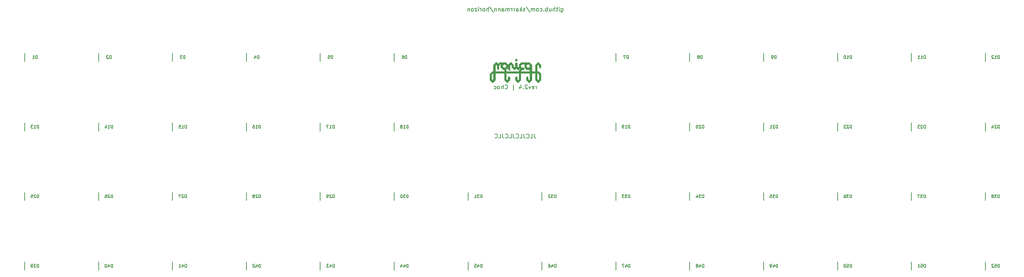
<source format=gbo>
G04 #@! TF.GenerationSoftware,KiCad,Pcbnew,9.0.5*
G04 #@! TF.CreationDate,2026-02-19T02:01:53-07:00*
G04 #@! TF.ProjectId,horizon-choc,686f7269-7a6f-46e2-9d63-686f632e6b69,2.4*
G04 #@! TF.SameCoordinates,Original*
G04 #@! TF.FileFunction,Legend,Bot*
G04 #@! TF.FilePolarity,Positive*
%FSLAX46Y46*%
G04 Gerber Fmt 4.6, Leading zero omitted, Abs format (unit mm)*
G04 Created by KiCad (PCBNEW 9.0.5) date 2026-02-19 02:01:53*
%MOMM*%
%LPD*%
G01*
G04 APERTURE LIST*
%ADD10C,0.150000*%
%ADD11C,0.010000*%
G04 APERTURE END LIST*
D10*
X152619048Y-102954819D02*
X152619048Y-103669104D01*
X152619048Y-103669104D02*
X152666667Y-103811961D01*
X152666667Y-103811961D02*
X152761905Y-103907200D01*
X152761905Y-103907200D02*
X152904762Y-103954819D01*
X152904762Y-103954819D02*
X153000000Y-103954819D01*
X151666667Y-103954819D02*
X152142857Y-103954819D01*
X152142857Y-103954819D02*
X152142857Y-102954819D01*
X150761905Y-103859580D02*
X150809524Y-103907200D01*
X150809524Y-103907200D02*
X150952381Y-103954819D01*
X150952381Y-103954819D02*
X151047619Y-103954819D01*
X151047619Y-103954819D02*
X151190476Y-103907200D01*
X151190476Y-103907200D02*
X151285714Y-103811961D01*
X151285714Y-103811961D02*
X151333333Y-103716723D01*
X151333333Y-103716723D02*
X151380952Y-103526247D01*
X151380952Y-103526247D02*
X151380952Y-103383390D01*
X151380952Y-103383390D02*
X151333333Y-103192914D01*
X151333333Y-103192914D02*
X151285714Y-103097676D01*
X151285714Y-103097676D02*
X151190476Y-103002438D01*
X151190476Y-103002438D02*
X151047619Y-102954819D01*
X151047619Y-102954819D02*
X150952381Y-102954819D01*
X150952381Y-102954819D02*
X150809524Y-103002438D01*
X150809524Y-103002438D02*
X150761905Y-103050057D01*
X150047619Y-102954819D02*
X150047619Y-103669104D01*
X150047619Y-103669104D02*
X150095238Y-103811961D01*
X150095238Y-103811961D02*
X150190476Y-103907200D01*
X150190476Y-103907200D02*
X150333333Y-103954819D01*
X150333333Y-103954819D02*
X150428571Y-103954819D01*
X149095238Y-103954819D02*
X149571428Y-103954819D01*
X149571428Y-103954819D02*
X149571428Y-102954819D01*
X148190476Y-103859580D02*
X148238095Y-103907200D01*
X148238095Y-103907200D02*
X148380952Y-103954819D01*
X148380952Y-103954819D02*
X148476190Y-103954819D01*
X148476190Y-103954819D02*
X148619047Y-103907200D01*
X148619047Y-103907200D02*
X148714285Y-103811961D01*
X148714285Y-103811961D02*
X148761904Y-103716723D01*
X148761904Y-103716723D02*
X148809523Y-103526247D01*
X148809523Y-103526247D02*
X148809523Y-103383390D01*
X148809523Y-103383390D02*
X148761904Y-103192914D01*
X148761904Y-103192914D02*
X148714285Y-103097676D01*
X148714285Y-103097676D02*
X148619047Y-103002438D01*
X148619047Y-103002438D02*
X148476190Y-102954819D01*
X148476190Y-102954819D02*
X148380952Y-102954819D01*
X148380952Y-102954819D02*
X148238095Y-103002438D01*
X148238095Y-103002438D02*
X148190476Y-103050057D01*
X147476190Y-102954819D02*
X147476190Y-103669104D01*
X147476190Y-103669104D02*
X147523809Y-103811961D01*
X147523809Y-103811961D02*
X147619047Y-103907200D01*
X147619047Y-103907200D02*
X147761904Y-103954819D01*
X147761904Y-103954819D02*
X147857142Y-103954819D01*
X146523809Y-103954819D02*
X146999999Y-103954819D01*
X146999999Y-103954819D02*
X146999999Y-102954819D01*
X145619047Y-103859580D02*
X145666666Y-103907200D01*
X145666666Y-103907200D02*
X145809523Y-103954819D01*
X145809523Y-103954819D02*
X145904761Y-103954819D01*
X145904761Y-103954819D02*
X146047618Y-103907200D01*
X146047618Y-103907200D02*
X146142856Y-103811961D01*
X146142856Y-103811961D02*
X146190475Y-103716723D01*
X146190475Y-103716723D02*
X146238094Y-103526247D01*
X146238094Y-103526247D02*
X146238094Y-103383390D01*
X146238094Y-103383390D02*
X146190475Y-103192914D01*
X146190475Y-103192914D02*
X146142856Y-103097676D01*
X146142856Y-103097676D02*
X146047618Y-103002438D01*
X146047618Y-103002438D02*
X145904761Y-102954819D01*
X145904761Y-102954819D02*
X145809523Y-102954819D01*
X145809523Y-102954819D02*
X145666666Y-103002438D01*
X145666666Y-103002438D02*
X145619047Y-103050057D01*
X144904761Y-102954819D02*
X144904761Y-103669104D01*
X144904761Y-103669104D02*
X144952380Y-103811961D01*
X144952380Y-103811961D02*
X145047618Y-103907200D01*
X145047618Y-103907200D02*
X145190475Y-103954819D01*
X145190475Y-103954819D02*
X145285713Y-103954819D01*
X143952380Y-103954819D02*
X144428570Y-103954819D01*
X144428570Y-103954819D02*
X144428570Y-102954819D01*
X143047618Y-103859580D02*
X143095237Y-103907200D01*
X143095237Y-103907200D02*
X143238094Y-103954819D01*
X143238094Y-103954819D02*
X143333332Y-103954819D01*
X143333332Y-103954819D02*
X143476189Y-103907200D01*
X143476189Y-103907200D02*
X143571427Y-103811961D01*
X143571427Y-103811961D02*
X143619046Y-103716723D01*
X143619046Y-103716723D02*
X143666665Y-103526247D01*
X143666665Y-103526247D02*
X143666665Y-103383390D01*
X143666665Y-103383390D02*
X143619046Y-103192914D01*
X143619046Y-103192914D02*
X143571427Y-103097676D01*
X143571427Y-103097676D02*
X143476189Y-103002438D01*
X143476189Y-103002438D02*
X143333332Y-102954819D01*
X143333332Y-102954819D02*
X143238094Y-102954819D01*
X143238094Y-102954819D02*
X143095237Y-103002438D01*
X143095237Y-103002438D02*
X143047618Y-103050057D01*
X153142857Y-91954819D02*
X153142857Y-91288152D01*
X153142857Y-91478628D02*
X153095238Y-91383390D01*
X153095238Y-91383390D02*
X153047619Y-91335771D01*
X153047619Y-91335771D02*
X152952381Y-91288152D01*
X152952381Y-91288152D02*
X152857143Y-91288152D01*
X152142857Y-91907200D02*
X152238095Y-91954819D01*
X152238095Y-91954819D02*
X152428571Y-91954819D01*
X152428571Y-91954819D02*
X152523809Y-91907200D01*
X152523809Y-91907200D02*
X152571428Y-91811961D01*
X152571428Y-91811961D02*
X152571428Y-91431009D01*
X152571428Y-91431009D02*
X152523809Y-91335771D01*
X152523809Y-91335771D02*
X152428571Y-91288152D01*
X152428571Y-91288152D02*
X152238095Y-91288152D01*
X152238095Y-91288152D02*
X152142857Y-91335771D01*
X152142857Y-91335771D02*
X152095238Y-91431009D01*
X152095238Y-91431009D02*
X152095238Y-91526247D01*
X152095238Y-91526247D02*
X152571428Y-91621485D01*
X151761904Y-91288152D02*
X151523809Y-91954819D01*
X151523809Y-91954819D02*
X151285714Y-91288152D01*
X150952380Y-91050057D02*
X150904761Y-91002438D01*
X150904761Y-91002438D02*
X150809523Y-90954819D01*
X150809523Y-90954819D02*
X150571428Y-90954819D01*
X150571428Y-90954819D02*
X150476190Y-91002438D01*
X150476190Y-91002438D02*
X150428571Y-91050057D01*
X150428571Y-91050057D02*
X150380952Y-91145295D01*
X150380952Y-91145295D02*
X150380952Y-91240533D01*
X150380952Y-91240533D02*
X150428571Y-91383390D01*
X150428571Y-91383390D02*
X150999999Y-91954819D01*
X150999999Y-91954819D02*
X150380952Y-91954819D01*
X149952380Y-91859580D02*
X149904761Y-91907200D01*
X149904761Y-91907200D02*
X149952380Y-91954819D01*
X149952380Y-91954819D02*
X149999999Y-91907200D01*
X149999999Y-91907200D02*
X149952380Y-91859580D01*
X149952380Y-91859580D02*
X149952380Y-91954819D01*
X149047619Y-91288152D02*
X149047619Y-91954819D01*
X149285714Y-90907200D02*
X149523809Y-91621485D01*
X149523809Y-91621485D02*
X148904762Y-91621485D01*
X147523809Y-92288152D02*
X147523809Y-90859580D01*
X145476190Y-91859580D02*
X145523809Y-91907200D01*
X145523809Y-91907200D02*
X145666666Y-91954819D01*
X145666666Y-91954819D02*
X145761904Y-91954819D01*
X145761904Y-91954819D02*
X145904761Y-91907200D01*
X145904761Y-91907200D02*
X145999999Y-91811961D01*
X145999999Y-91811961D02*
X146047618Y-91716723D01*
X146047618Y-91716723D02*
X146095237Y-91526247D01*
X146095237Y-91526247D02*
X146095237Y-91383390D01*
X146095237Y-91383390D02*
X146047618Y-91192914D01*
X146047618Y-91192914D02*
X145999999Y-91097676D01*
X145999999Y-91097676D02*
X145904761Y-91002438D01*
X145904761Y-91002438D02*
X145761904Y-90954819D01*
X145761904Y-90954819D02*
X145666666Y-90954819D01*
X145666666Y-90954819D02*
X145523809Y-91002438D01*
X145523809Y-91002438D02*
X145476190Y-91050057D01*
X145047618Y-91954819D02*
X145047618Y-90954819D01*
X144619047Y-91954819D02*
X144619047Y-91431009D01*
X144619047Y-91431009D02*
X144666666Y-91335771D01*
X144666666Y-91335771D02*
X144761904Y-91288152D01*
X144761904Y-91288152D02*
X144904761Y-91288152D01*
X144904761Y-91288152D02*
X144999999Y-91335771D01*
X144999999Y-91335771D02*
X145047618Y-91383390D01*
X143999999Y-91954819D02*
X144095237Y-91907200D01*
X144095237Y-91907200D02*
X144142856Y-91859580D01*
X144142856Y-91859580D02*
X144190475Y-91764342D01*
X144190475Y-91764342D02*
X144190475Y-91478628D01*
X144190475Y-91478628D02*
X144142856Y-91383390D01*
X144142856Y-91383390D02*
X144095237Y-91335771D01*
X144095237Y-91335771D02*
X143999999Y-91288152D01*
X143999999Y-91288152D02*
X143857142Y-91288152D01*
X143857142Y-91288152D02*
X143761904Y-91335771D01*
X143761904Y-91335771D02*
X143714285Y-91383390D01*
X143714285Y-91383390D02*
X143666666Y-91478628D01*
X143666666Y-91478628D02*
X143666666Y-91764342D01*
X143666666Y-91764342D02*
X143714285Y-91859580D01*
X143714285Y-91859580D02*
X143761904Y-91907200D01*
X143761904Y-91907200D02*
X143857142Y-91954819D01*
X143857142Y-91954819D02*
X143999999Y-91954819D01*
X142809523Y-91907200D02*
X142904761Y-91954819D01*
X142904761Y-91954819D02*
X143095237Y-91954819D01*
X143095237Y-91954819D02*
X143190475Y-91907200D01*
X143190475Y-91907200D02*
X143238094Y-91859580D01*
X143238094Y-91859580D02*
X143285713Y-91764342D01*
X143285713Y-91764342D02*
X143285713Y-91478628D01*
X143285713Y-91478628D02*
X143238094Y-91383390D01*
X143238094Y-91383390D02*
X143190475Y-91335771D01*
X143190475Y-91335771D02*
X143095237Y-91288152D01*
X143095237Y-91288152D02*
X142904761Y-91288152D01*
X142904761Y-91288152D02*
X142809523Y-91335771D01*
X159166667Y-72288152D02*
X159166667Y-73097676D01*
X159166667Y-73097676D02*
X159214286Y-73192914D01*
X159214286Y-73192914D02*
X159261905Y-73240533D01*
X159261905Y-73240533D02*
X159357143Y-73288152D01*
X159357143Y-73288152D02*
X159500000Y-73288152D01*
X159500000Y-73288152D02*
X159595238Y-73240533D01*
X159166667Y-72907200D02*
X159261905Y-72954819D01*
X159261905Y-72954819D02*
X159452381Y-72954819D01*
X159452381Y-72954819D02*
X159547619Y-72907200D01*
X159547619Y-72907200D02*
X159595238Y-72859580D01*
X159595238Y-72859580D02*
X159642857Y-72764342D01*
X159642857Y-72764342D02*
X159642857Y-72478628D01*
X159642857Y-72478628D02*
X159595238Y-72383390D01*
X159595238Y-72383390D02*
X159547619Y-72335771D01*
X159547619Y-72335771D02*
X159452381Y-72288152D01*
X159452381Y-72288152D02*
X159261905Y-72288152D01*
X159261905Y-72288152D02*
X159166667Y-72335771D01*
X158690476Y-72954819D02*
X158690476Y-72288152D01*
X158690476Y-71954819D02*
X158738095Y-72002438D01*
X158738095Y-72002438D02*
X158690476Y-72050057D01*
X158690476Y-72050057D02*
X158642857Y-72002438D01*
X158642857Y-72002438D02*
X158690476Y-71954819D01*
X158690476Y-71954819D02*
X158690476Y-72050057D01*
X158357143Y-72288152D02*
X157976191Y-72288152D01*
X158214286Y-71954819D02*
X158214286Y-72811961D01*
X158214286Y-72811961D02*
X158166667Y-72907200D01*
X158166667Y-72907200D02*
X158071429Y-72954819D01*
X158071429Y-72954819D02*
X157976191Y-72954819D01*
X157642857Y-72954819D02*
X157642857Y-71954819D01*
X157214286Y-72954819D02*
X157214286Y-72431009D01*
X157214286Y-72431009D02*
X157261905Y-72335771D01*
X157261905Y-72335771D02*
X157357143Y-72288152D01*
X157357143Y-72288152D02*
X157500000Y-72288152D01*
X157500000Y-72288152D02*
X157595238Y-72335771D01*
X157595238Y-72335771D02*
X157642857Y-72383390D01*
X156309524Y-72288152D02*
X156309524Y-72954819D01*
X156738095Y-72288152D02*
X156738095Y-72811961D01*
X156738095Y-72811961D02*
X156690476Y-72907200D01*
X156690476Y-72907200D02*
X156595238Y-72954819D01*
X156595238Y-72954819D02*
X156452381Y-72954819D01*
X156452381Y-72954819D02*
X156357143Y-72907200D01*
X156357143Y-72907200D02*
X156309524Y-72859580D01*
X155833333Y-72954819D02*
X155833333Y-71954819D01*
X155833333Y-72335771D02*
X155738095Y-72288152D01*
X155738095Y-72288152D02*
X155547619Y-72288152D01*
X155547619Y-72288152D02*
X155452381Y-72335771D01*
X155452381Y-72335771D02*
X155404762Y-72383390D01*
X155404762Y-72383390D02*
X155357143Y-72478628D01*
X155357143Y-72478628D02*
X155357143Y-72764342D01*
X155357143Y-72764342D02*
X155404762Y-72859580D01*
X155404762Y-72859580D02*
X155452381Y-72907200D01*
X155452381Y-72907200D02*
X155547619Y-72954819D01*
X155547619Y-72954819D02*
X155738095Y-72954819D01*
X155738095Y-72954819D02*
X155833333Y-72907200D01*
X154928571Y-72859580D02*
X154880952Y-72907200D01*
X154880952Y-72907200D02*
X154928571Y-72954819D01*
X154928571Y-72954819D02*
X154976190Y-72907200D01*
X154976190Y-72907200D02*
X154928571Y-72859580D01*
X154928571Y-72859580D02*
X154928571Y-72954819D01*
X154023810Y-72907200D02*
X154119048Y-72954819D01*
X154119048Y-72954819D02*
X154309524Y-72954819D01*
X154309524Y-72954819D02*
X154404762Y-72907200D01*
X154404762Y-72907200D02*
X154452381Y-72859580D01*
X154452381Y-72859580D02*
X154500000Y-72764342D01*
X154500000Y-72764342D02*
X154500000Y-72478628D01*
X154500000Y-72478628D02*
X154452381Y-72383390D01*
X154452381Y-72383390D02*
X154404762Y-72335771D01*
X154404762Y-72335771D02*
X154309524Y-72288152D01*
X154309524Y-72288152D02*
X154119048Y-72288152D01*
X154119048Y-72288152D02*
X154023810Y-72335771D01*
X153452381Y-72954819D02*
X153547619Y-72907200D01*
X153547619Y-72907200D02*
X153595238Y-72859580D01*
X153595238Y-72859580D02*
X153642857Y-72764342D01*
X153642857Y-72764342D02*
X153642857Y-72478628D01*
X153642857Y-72478628D02*
X153595238Y-72383390D01*
X153595238Y-72383390D02*
X153547619Y-72335771D01*
X153547619Y-72335771D02*
X153452381Y-72288152D01*
X153452381Y-72288152D02*
X153309524Y-72288152D01*
X153309524Y-72288152D02*
X153214286Y-72335771D01*
X153214286Y-72335771D02*
X153166667Y-72383390D01*
X153166667Y-72383390D02*
X153119048Y-72478628D01*
X153119048Y-72478628D02*
X153119048Y-72764342D01*
X153119048Y-72764342D02*
X153166667Y-72859580D01*
X153166667Y-72859580D02*
X153214286Y-72907200D01*
X153214286Y-72907200D02*
X153309524Y-72954819D01*
X153309524Y-72954819D02*
X153452381Y-72954819D01*
X152690476Y-72954819D02*
X152690476Y-72288152D01*
X152690476Y-72383390D02*
X152642857Y-72335771D01*
X152642857Y-72335771D02*
X152547619Y-72288152D01*
X152547619Y-72288152D02*
X152404762Y-72288152D01*
X152404762Y-72288152D02*
X152309524Y-72335771D01*
X152309524Y-72335771D02*
X152261905Y-72431009D01*
X152261905Y-72431009D02*
X152261905Y-72954819D01*
X152261905Y-72431009D02*
X152214286Y-72335771D01*
X152214286Y-72335771D02*
X152119048Y-72288152D01*
X152119048Y-72288152D02*
X151976191Y-72288152D01*
X151976191Y-72288152D02*
X151880952Y-72335771D01*
X151880952Y-72335771D02*
X151833333Y-72431009D01*
X151833333Y-72431009D02*
X151833333Y-72954819D01*
X150642858Y-71907200D02*
X151500000Y-73192914D01*
X150357143Y-72907200D02*
X150261905Y-72954819D01*
X150261905Y-72954819D02*
X150071429Y-72954819D01*
X150071429Y-72954819D02*
X149976191Y-72907200D01*
X149976191Y-72907200D02*
X149928572Y-72811961D01*
X149928572Y-72811961D02*
X149928572Y-72764342D01*
X149928572Y-72764342D02*
X149976191Y-72669104D01*
X149976191Y-72669104D02*
X150071429Y-72621485D01*
X150071429Y-72621485D02*
X150214286Y-72621485D01*
X150214286Y-72621485D02*
X150309524Y-72573866D01*
X150309524Y-72573866D02*
X150357143Y-72478628D01*
X150357143Y-72478628D02*
X150357143Y-72431009D01*
X150357143Y-72431009D02*
X150309524Y-72335771D01*
X150309524Y-72335771D02*
X150214286Y-72288152D01*
X150214286Y-72288152D02*
X150071429Y-72288152D01*
X150071429Y-72288152D02*
X149976191Y-72335771D01*
X149500000Y-72954819D02*
X149500000Y-71954819D01*
X149404762Y-72573866D02*
X149119048Y-72954819D01*
X149119048Y-72288152D02*
X149500000Y-72669104D01*
X148261905Y-72954819D02*
X148261905Y-72431009D01*
X148261905Y-72431009D02*
X148309524Y-72335771D01*
X148309524Y-72335771D02*
X148404762Y-72288152D01*
X148404762Y-72288152D02*
X148595238Y-72288152D01*
X148595238Y-72288152D02*
X148690476Y-72335771D01*
X148261905Y-72907200D02*
X148357143Y-72954819D01*
X148357143Y-72954819D02*
X148595238Y-72954819D01*
X148595238Y-72954819D02*
X148690476Y-72907200D01*
X148690476Y-72907200D02*
X148738095Y-72811961D01*
X148738095Y-72811961D02*
X148738095Y-72716723D01*
X148738095Y-72716723D02*
X148690476Y-72621485D01*
X148690476Y-72621485D02*
X148595238Y-72573866D01*
X148595238Y-72573866D02*
X148357143Y-72573866D01*
X148357143Y-72573866D02*
X148261905Y-72526247D01*
X147785714Y-72954819D02*
X147785714Y-72288152D01*
X147785714Y-72478628D02*
X147738095Y-72383390D01*
X147738095Y-72383390D02*
X147690476Y-72335771D01*
X147690476Y-72335771D02*
X147595238Y-72288152D01*
X147595238Y-72288152D02*
X147500000Y-72288152D01*
X147166666Y-72954819D02*
X147166666Y-72288152D01*
X147166666Y-72478628D02*
X147119047Y-72383390D01*
X147119047Y-72383390D02*
X147071428Y-72335771D01*
X147071428Y-72335771D02*
X146976190Y-72288152D01*
X146976190Y-72288152D02*
X146880952Y-72288152D01*
X146547618Y-72954819D02*
X146547618Y-72288152D01*
X146547618Y-72383390D02*
X146499999Y-72335771D01*
X146499999Y-72335771D02*
X146404761Y-72288152D01*
X146404761Y-72288152D02*
X146261904Y-72288152D01*
X146261904Y-72288152D02*
X146166666Y-72335771D01*
X146166666Y-72335771D02*
X146119047Y-72431009D01*
X146119047Y-72431009D02*
X146119047Y-72954819D01*
X146119047Y-72431009D02*
X146071428Y-72335771D01*
X146071428Y-72335771D02*
X145976190Y-72288152D01*
X145976190Y-72288152D02*
X145833333Y-72288152D01*
X145833333Y-72288152D02*
X145738094Y-72335771D01*
X145738094Y-72335771D02*
X145690475Y-72431009D01*
X145690475Y-72431009D02*
X145690475Y-72954819D01*
X144785714Y-72954819D02*
X144785714Y-72431009D01*
X144785714Y-72431009D02*
X144833333Y-72335771D01*
X144833333Y-72335771D02*
X144928571Y-72288152D01*
X144928571Y-72288152D02*
X145119047Y-72288152D01*
X145119047Y-72288152D02*
X145214285Y-72335771D01*
X144785714Y-72907200D02*
X144880952Y-72954819D01*
X144880952Y-72954819D02*
X145119047Y-72954819D01*
X145119047Y-72954819D02*
X145214285Y-72907200D01*
X145214285Y-72907200D02*
X145261904Y-72811961D01*
X145261904Y-72811961D02*
X145261904Y-72716723D01*
X145261904Y-72716723D02*
X145214285Y-72621485D01*
X145214285Y-72621485D02*
X145119047Y-72573866D01*
X145119047Y-72573866D02*
X144880952Y-72573866D01*
X144880952Y-72573866D02*
X144785714Y-72526247D01*
X144309523Y-72288152D02*
X144309523Y-72954819D01*
X144309523Y-72383390D02*
X144261904Y-72335771D01*
X144261904Y-72335771D02*
X144166666Y-72288152D01*
X144166666Y-72288152D02*
X144023809Y-72288152D01*
X144023809Y-72288152D02*
X143928571Y-72335771D01*
X143928571Y-72335771D02*
X143880952Y-72431009D01*
X143880952Y-72431009D02*
X143880952Y-72954819D01*
X143404761Y-72288152D02*
X143404761Y-72954819D01*
X143404761Y-72383390D02*
X143357142Y-72335771D01*
X143357142Y-72335771D02*
X143261904Y-72288152D01*
X143261904Y-72288152D02*
X143119047Y-72288152D01*
X143119047Y-72288152D02*
X143023809Y-72335771D01*
X143023809Y-72335771D02*
X142976190Y-72431009D01*
X142976190Y-72431009D02*
X142976190Y-72954819D01*
X141785714Y-71907200D02*
X142642856Y-73192914D01*
X141452380Y-72954819D02*
X141452380Y-71954819D01*
X141023809Y-72954819D02*
X141023809Y-72431009D01*
X141023809Y-72431009D02*
X141071428Y-72335771D01*
X141071428Y-72335771D02*
X141166666Y-72288152D01*
X141166666Y-72288152D02*
X141309523Y-72288152D01*
X141309523Y-72288152D02*
X141404761Y-72335771D01*
X141404761Y-72335771D02*
X141452380Y-72383390D01*
X140404761Y-72954819D02*
X140499999Y-72907200D01*
X140499999Y-72907200D02*
X140547618Y-72859580D01*
X140547618Y-72859580D02*
X140595237Y-72764342D01*
X140595237Y-72764342D02*
X140595237Y-72478628D01*
X140595237Y-72478628D02*
X140547618Y-72383390D01*
X140547618Y-72383390D02*
X140499999Y-72335771D01*
X140499999Y-72335771D02*
X140404761Y-72288152D01*
X140404761Y-72288152D02*
X140261904Y-72288152D01*
X140261904Y-72288152D02*
X140166666Y-72335771D01*
X140166666Y-72335771D02*
X140119047Y-72383390D01*
X140119047Y-72383390D02*
X140071428Y-72478628D01*
X140071428Y-72478628D02*
X140071428Y-72764342D01*
X140071428Y-72764342D02*
X140119047Y-72859580D01*
X140119047Y-72859580D02*
X140166666Y-72907200D01*
X140166666Y-72907200D02*
X140261904Y-72954819D01*
X140261904Y-72954819D02*
X140404761Y-72954819D01*
X139642856Y-72954819D02*
X139642856Y-72288152D01*
X139642856Y-72478628D02*
X139595237Y-72383390D01*
X139595237Y-72383390D02*
X139547618Y-72335771D01*
X139547618Y-72335771D02*
X139452380Y-72288152D01*
X139452380Y-72288152D02*
X139357142Y-72288152D01*
X139023808Y-72954819D02*
X139023808Y-72288152D01*
X139023808Y-71954819D02*
X139071427Y-72002438D01*
X139071427Y-72002438D02*
X139023808Y-72050057D01*
X139023808Y-72050057D02*
X138976189Y-72002438D01*
X138976189Y-72002438D02*
X139023808Y-71954819D01*
X139023808Y-71954819D02*
X139023808Y-72050057D01*
X138642856Y-72288152D02*
X138119047Y-72288152D01*
X138119047Y-72288152D02*
X138642856Y-72954819D01*
X138642856Y-72954819D02*
X138119047Y-72954819D01*
X137595237Y-72954819D02*
X137690475Y-72907200D01*
X137690475Y-72907200D02*
X137738094Y-72859580D01*
X137738094Y-72859580D02*
X137785713Y-72764342D01*
X137785713Y-72764342D02*
X137785713Y-72478628D01*
X137785713Y-72478628D02*
X137738094Y-72383390D01*
X137738094Y-72383390D02*
X137690475Y-72335771D01*
X137690475Y-72335771D02*
X137595237Y-72288152D01*
X137595237Y-72288152D02*
X137452380Y-72288152D01*
X137452380Y-72288152D02*
X137357142Y-72335771D01*
X137357142Y-72335771D02*
X137309523Y-72383390D01*
X137309523Y-72383390D02*
X137261904Y-72478628D01*
X137261904Y-72478628D02*
X137261904Y-72764342D01*
X137261904Y-72764342D02*
X137309523Y-72859580D01*
X137309523Y-72859580D02*
X137357142Y-72907200D01*
X137357142Y-72907200D02*
X137452380Y-72954819D01*
X137452380Y-72954819D02*
X137595237Y-72954819D01*
X136833332Y-72288152D02*
X136833332Y-72954819D01*
X136833332Y-72383390D02*
X136785713Y-72335771D01*
X136785713Y-72335771D02*
X136690475Y-72288152D01*
X136690475Y-72288152D02*
X136547618Y-72288152D01*
X136547618Y-72288152D02*
X136452380Y-72335771D01*
X136452380Y-72335771D02*
X136404761Y-72431009D01*
X136404761Y-72431009D02*
X136404761Y-72954819D01*
X31910714Y-118539164D02*
X31910714Y-117789164D01*
X31910714Y-117789164D02*
X31732143Y-117789164D01*
X31732143Y-117789164D02*
X31625000Y-117824878D01*
X31625000Y-117824878D02*
X31553571Y-117896307D01*
X31553571Y-117896307D02*
X31517857Y-117967735D01*
X31517857Y-117967735D02*
X31482143Y-118110592D01*
X31482143Y-118110592D02*
X31482143Y-118217735D01*
X31482143Y-118217735D02*
X31517857Y-118360592D01*
X31517857Y-118360592D02*
X31553571Y-118432021D01*
X31553571Y-118432021D02*
X31625000Y-118503450D01*
X31625000Y-118503450D02*
X31732143Y-118539164D01*
X31732143Y-118539164D02*
X31910714Y-118539164D01*
X31196428Y-117860592D02*
X31160714Y-117824878D01*
X31160714Y-117824878D02*
X31089286Y-117789164D01*
X31089286Y-117789164D02*
X30910714Y-117789164D01*
X30910714Y-117789164D02*
X30839286Y-117824878D01*
X30839286Y-117824878D02*
X30803571Y-117860592D01*
X30803571Y-117860592D02*
X30767857Y-117932021D01*
X30767857Y-117932021D02*
X30767857Y-118003450D01*
X30767857Y-118003450D02*
X30803571Y-118110592D01*
X30803571Y-118110592D02*
X31232143Y-118539164D01*
X31232143Y-118539164D02*
X30767857Y-118539164D01*
X30089285Y-117789164D02*
X30446428Y-117789164D01*
X30446428Y-117789164D02*
X30482142Y-118146307D01*
X30482142Y-118146307D02*
X30446428Y-118110592D01*
X30446428Y-118110592D02*
X30375000Y-118074878D01*
X30375000Y-118074878D02*
X30196428Y-118074878D01*
X30196428Y-118074878D02*
X30125000Y-118110592D01*
X30125000Y-118110592D02*
X30089285Y-118146307D01*
X30089285Y-118146307D02*
X30053571Y-118217735D01*
X30053571Y-118217735D02*
X30053571Y-118396307D01*
X30053571Y-118396307D02*
X30089285Y-118467735D01*
X30089285Y-118467735D02*
X30125000Y-118503450D01*
X30125000Y-118503450D02*
X30196428Y-118539164D01*
X30196428Y-118539164D02*
X30375000Y-118539164D01*
X30375000Y-118539164D02*
X30446428Y-118503450D01*
X30446428Y-118503450D02*
X30482142Y-118467735D01*
X31910714Y-135539164D02*
X31910714Y-134789164D01*
X31910714Y-134789164D02*
X31732143Y-134789164D01*
X31732143Y-134789164D02*
X31625000Y-134824878D01*
X31625000Y-134824878D02*
X31553571Y-134896307D01*
X31553571Y-134896307D02*
X31517857Y-134967735D01*
X31517857Y-134967735D02*
X31482143Y-135110592D01*
X31482143Y-135110592D02*
X31482143Y-135217735D01*
X31482143Y-135217735D02*
X31517857Y-135360592D01*
X31517857Y-135360592D02*
X31553571Y-135432021D01*
X31553571Y-135432021D02*
X31625000Y-135503450D01*
X31625000Y-135503450D02*
X31732143Y-135539164D01*
X31732143Y-135539164D02*
X31910714Y-135539164D01*
X31232143Y-134789164D02*
X30767857Y-134789164D01*
X30767857Y-134789164D02*
X31017857Y-135074878D01*
X31017857Y-135074878D02*
X30910714Y-135074878D01*
X30910714Y-135074878D02*
X30839286Y-135110592D01*
X30839286Y-135110592D02*
X30803571Y-135146307D01*
X30803571Y-135146307D02*
X30767857Y-135217735D01*
X30767857Y-135217735D02*
X30767857Y-135396307D01*
X30767857Y-135396307D02*
X30803571Y-135467735D01*
X30803571Y-135467735D02*
X30839286Y-135503450D01*
X30839286Y-135503450D02*
X30910714Y-135539164D01*
X30910714Y-135539164D02*
X31125000Y-135539164D01*
X31125000Y-135539164D02*
X31196428Y-135503450D01*
X31196428Y-135503450D02*
X31232143Y-135467735D01*
X30410714Y-135539164D02*
X30267857Y-135539164D01*
X30267857Y-135539164D02*
X30196428Y-135503450D01*
X30196428Y-135503450D02*
X30160714Y-135467735D01*
X30160714Y-135467735D02*
X30089285Y-135360592D01*
X30089285Y-135360592D02*
X30053571Y-135217735D01*
X30053571Y-135217735D02*
X30053571Y-134932021D01*
X30053571Y-134932021D02*
X30089285Y-134860592D01*
X30089285Y-134860592D02*
X30125000Y-134824878D01*
X30125000Y-134824878D02*
X30196428Y-134789164D01*
X30196428Y-134789164D02*
X30339285Y-134789164D01*
X30339285Y-134789164D02*
X30410714Y-134824878D01*
X30410714Y-134824878D02*
X30446428Y-134860592D01*
X30446428Y-134860592D02*
X30482142Y-134932021D01*
X30482142Y-134932021D02*
X30482142Y-135110592D01*
X30482142Y-135110592D02*
X30446428Y-135182021D01*
X30446428Y-135182021D02*
X30410714Y-135217735D01*
X30410714Y-135217735D02*
X30339285Y-135253450D01*
X30339285Y-135253450D02*
X30196428Y-135253450D01*
X30196428Y-135253450D02*
X30125000Y-135217735D01*
X30125000Y-135217735D02*
X30089285Y-135182021D01*
X30089285Y-135182021D02*
X30053571Y-135110592D01*
X31910714Y-101539164D02*
X31910714Y-100789164D01*
X31910714Y-100789164D02*
X31732143Y-100789164D01*
X31732143Y-100789164D02*
X31625000Y-100824878D01*
X31625000Y-100824878D02*
X31553571Y-100896307D01*
X31553571Y-100896307D02*
X31517857Y-100967735D01*
X31517857Y-100967735D02*
X31482143Y-101110592D01*
X31482143Y-101110592D02*
X31482143Y-101217735D01*
X31482143Y-101217735D02*
X31517857Y-101360592D01*
X31517857Y-101360592D02*
X31553571Y-101432021D01*
X31553571Y-101432021D02*
X31625000Y-101503450D01*
X31625000Y-101503450D02*
X31732143Y-101539164D01*
X31732143Y-101539164D02*
X31910714Y-101539164D01*
X30767857Y-101539164D02*
X31196428Y-101539164D01*
X30982143Y-101539164D02*
X30982143Y-100789164D01*
X30982143Y-100789164D02*
X31053571Y-100896307D01*
X31053571Y-100896307D02*
X31125000Y-100967735D01*
X31125000Y-100967735D02*
X31196428Y-101003450D01*
X30517857Y-100789164D02*
X30053571Y-100789164D01*
X30053571Y-100789164D02*
X30303571Y-101074878D01*
X30303571Y-101074878D02*
X30196428Y-101074878D01*
X30196428Y-101074878D02*
X30125000Y-101110592D01*
X30125000Y-101110592D02*
X30089285Y-101146307D01*
X30089285Y-101146307D02*
X30053571Y-101217735D01*
X30053571Y-101217735D02*
X30053571Y-101396307D01*
X30053571Y-101396307D02*
X30089285Y-101467735D01*
X30089285Y-101467735D02*
X30125000Y-101503450D01*
X30125000Y-101503450D02*
X30196428Y-101539164D01*
X30196428Y-101539164D02*
X30410714Y-101539164D01*
X30410714Y-101539164D02*
X30482142Y-101503450D01*
X30482142Y-101503450D02*
X30517857Y-101467735D01*
X31553571Y-84539164D02*
X31553571Y-83789164D01*
X31553571Y-83789164D02*
X31375000Y-83789164D01*
X31375000Y-83789164D02*
X31267857Y-83824878D01*
X31267857Y-83824878D02*
X31196428Y-83896307D01*
X31196428Y-83896307D02*
X31160714Y-83967735D01*
X31160714Y-83967735D02*
X31125000Y-84110592D01*
X31125000Y-84110592D02*
X31125000Y-84217735D01*
X31125000Y-84217735D02*
X31160714Y-84360592D01*
X31160714Y-84360592D02*
X31196428Y-84432021D01*
X31196428Y-84432021D02*
X31267857Y-84503450D01*
X31267857Y-84503450D02*
X31375000Y-84539164D01*
X31375000Y-84539164D02*
X31553571Y-84539164D01*
X30410714Y-84539164D02*
X30839285Y-84539164D01*
X30625000Y-84539164D02*
X30625000Y-83789164D01*
X30625000Y-83789164D02*
X30696428Y-83896307D01*
X30696428Y-83896307D02*
X30767857Y-83967735D01*
X30767857Y-83967735D02*
X30839285Y-84003450D01*
X49553571Y-84539164D02*
X49553571Y-83789164D01*
X49553571Y-83789164D02*
X49375000Y-83789164D01*
X49375000Y-83789164D02*
X49267857Y-83824878D01*
X49267857Y-83824878D02*
X49196428Y-83896307D01*
X49196428Y-83896307D02*
X49160714Y-83967735D01*
X49160714Y-83967735D02*
X49125000Y-84110592D01*
X49125000Y-84110592D02*
X49125000Y-84217735D01*
X49125000Y-84217735D02*
X49160714Y-84360592D01*
X49160714Y-84360592D02*
X49196428Y-84432021D01*
X49196428Y-84432021D02*
X49267857Y-84503450D01*
X49267857Y-84503450D02*
X49375000Y-84539164D01*
X49375000Y-84539164D02*
X49553571Y-84539164D01*
X48839285Y-83860592D02*
X48803571Y-83824878D01*
X48803571Y-83824878D02*
X48732143Y-83789164D01*
X48732143Y-83789164D02*
X48553571Y-83789164D01*
X48553571Y-83789164D02*
X48482143Y-83824878D01*
X48482143Y-83824878D02*
X48446428Y-83860592D01*
X48446428Y-83860592D02*
X48410714Y-83932021D01*
X48410714Y-83932021D02*
X48410714Y-84003450D01*
X48410714Y-84003450D02*
X48446428Y-84110592D01*
X48446428Y-84110592D02*
X48875000Y-84539164D01*
X48875000Y-84539164D02*
X48410714Y-84539164D01*
X67553571Y-84539164D02*
X67553571Y-83789164D01*
X67553571Y-83789164D02*
X67375000Y-83789164D01*
X67375000Y-83789164D02*
X67267857Y-83824878D01*
X67267857Y-83824878D02*
X67196428Y-83896307D01*
X67196428Y-83896307D02*
X67160714Y-83967735D01*
X67160714Y-83967735D02*
X67125000Y-84110592D01*
X67125000Y-84110592D02*
X67125000Y-84217735D01*
X67125000Y-84217735D02*
X67160714Y-84360592D01*
X67160714Y-84360592D02*
X67196428Y-84432021D01*
X67196428Y-84432021D02*
X67267857Y-84503450D01*
X67267857Y-84503450D02*
X67375000Y-84539164D01*
X67375000Y-84539164D02*
X67553571Y-84539164D01*
X66875000Y-83789164D02*
X66410714Y-83789164D01*
X66410714Y-83789164D02*
X66660714Y-84074878D01*
X66660714Y-84074878D02*
X66553571Y-84074878D01*
X66553571Y-84074878D02*
X66482143Y-84110592D01*
X66482143Y-84110592D02*
X66446428Y-84146307D01*
X66446428Y-84146307D02*
X66410714Y-84217735D01*
X66410714Y-84217735D02*
X66410714Y-84396307D01*
X66410714Y-84396307D02*
X66446428Y-84467735D01*
X66446428Y-84467735D02*
X66482143Y-84503450D01*
X66482143Y-84503450D02*
X66553571Y-84539164D01*
X66553571Y-84539164D02*
X66767857Y-84539164D01*
X66767857Y-84539164D02*
X66839285Y-84503450D01*
X66839285Y-84503450D02*
X66875000Y-84467735D01*
X85553571Y-84539164D02*
X85553571Y-83789164D01*
X85553571Y-83789164D02*
X85375000Y-83789164D01*
X85375000Y-83789164D02*
X85267857Y-83824878D01*
X85267857Y-83824878D02*
X85196428Y-83896307D01*
X85196428Y-83896307D02*
X85160714Y-83967735D01*
X85160714Y-83967735D02*
X85125000Y-84110592D01*
X85125000Y-84110592D02*
X85125000Y-84217735D01*
X85125000Y-84217735D02*
X85160714Y-84360592D01*
X85160714Y-84360592D02*
X85196428Y-84432021D01*
X85196428Y-84432021D02*
X85267857Y-84503450D01*
X85267857Y-84503450D02*
X85375000Y-84539164D01*
X85375000Y-84539164D02*
X85553571Y-84539164D01*
X84482143Y-84039164D02*
X84482143Y-84539164D01*
X84660714Y-83753450D02*
X84839285Y-84289164D01*
X84839285Y-84289164D02*
X84375000Y-84289164D01*
X103553571Y-84539164D02*
X103553571Y-83789164D01*
X103553571Y-83789164D02*
X103375000Y-83789164D01*
X103375000Y-83789164D02*
X103267857Y-83824878D01*
X103267857Y-83824878D02*
X103196428Y-83896307D01*
X103196428Y-83896307D02*
X103160714Y-83967735D01*
X103160714Y-83967735D02*
X103125000Y-84110592D01*
X103125000Y-84110592D02*
X103125000Y-84217735D01*
X103125000Y-84217735D02*
X103160714Y-84360592D01*
X103160714Y-84360592D02*
X103196428Y-84432021D01*
X103196428Y-84432021D02*
X103267857Y-84503450D01*
X103267857Y-84503450D02*
X103375000Y-84539164D01*
X103375000Y-84539164D02*
X103553571Y-84539164D01*
X102446428Y-83789164D02*
X102803571Y-83789164D01*
X102803571Y-83789164D02*
X102839285Y-84146307D01*
X102839285Y-84146307D02*
X102803571Y-84110592D01*
X102803571Y-84110592D02*
X102732143Y-84074878D01*
X102732143Y-84074878D02*
X102553571Y-84074878D01*
X102553571Y-84074878D02*
X102482143Y-84110592D01*
X102482143Y-84110592D02*
X102446428Y-84146307D01*
X102446428Y-84146307D02*
X102410714Y-84217735D01*
X102410714Y-84217735D02*
X102410714Y-84396307D01*
X102410714Y-84396307D02*
X102446428Y-84467735D01*
X102446428Y-84467735D02*
X102482143Y-84503450D01*
X102482143Y-84503450D02*
X102553571Y-84539164D01*
X102553571Y-84539164D02*
X102732143Y-84539164D01*
X102732143Y-84539164D02*
X102803571Y-84503450D01*
X102803571Y-84503450D02*
X102839285Y-84467735D01*
X121553571Y-84539164D02*
X121553571Y-83789164D01*
X121553571Y-83789164D02*
X121375000Y-83789164D01*
X121375000Y-83789164D02*
X121267857Y-83824878D01*
X121267857Y-83824878D02*
X121196428Y-83896307D01*
X121196428Y-83896307D02*
X121160714Y-83967735D01*
X121160714Y-83967735D02*
X121125000Y-84110592D01*
X121125000Y-84110592D02*
X121125000Y-84217735D01*
X121125000Y-84217735D02*
X121160714Y-84360592D01*
X121160714Y-84360592D02*
X121196428Y-84432021D01*
X121196428Y-84432021D02*
X121267857Y-84503450D01*
X121267857Y-84503450D02*
X121375000Y-84539164D01*
X121375000Y-84539164D02*
X121553571Y-84539164D01*
X120482143Y-83789164D02*
X120625000Y-83789164D01*
X120625000Y-83789164D02*
X120696428Y-83824878D01*
X120696428Y-83824878D02*
X120732143Y-83860592D01*
X120732143Y-83860592D02*
X120803571Y-83967735D01*
X120803571Y-83967735D02*
X120839285Y-84110592D01*
X120839285Y-84110592D02*
X120839285Y-84396307D01*
X120839285Y-84396307D02*
X120803571Y-84467735D01*
X120803571Y-84467735D02*
X120767857Y-84503450D01*
X120767857Y-84503450D02*
X120696428Y-84539164D01*
X120696428Y-84539164D02*
X120553571Y-84539164D01*
X120553571Y-84539164D02*
X120482143Y-84503450D01*
X120482143Y-84503450D02*
X120446428Y-84467735D01*
X120446428Y-84467735D02*
X120410714Y-84396307D01*
X120410714Y-84396307D02*
X120410714Y-84217735D01*
X120410714Y-84217735D02*
X120446428Y-84146307D01*
X120446428Y-84146307D02*
X120482143Y-84110592D01*
X120482143Y-84110592D02*
X120553571Y-84074878D01*
X120553571Y-84074878D02*
X120696428Y-84074878D01*
X120696428Y-84074878D02*
X120767857Y-84110592D01*
X120767857Y-84110592D02*
X120803571Y-84146307D01*
X120803571Y-84146307D02*
X120839285Y-84217735D01*
X175553571Y-84539164D02*
X175553571Y-83789164D01*
X175553571Y-83789164D02*
X175375000Y-83789164D01*
X175375000Y-83789164D02*
X175267857Y-83824878D01*
X175267857Y-83824878D02*
X175196428Y-83896307D01*
X175196428Y-83896307D02*
X175160714Y-83967735D01*
X175160714Y-83967735D02*
X175125000Y-84110592D01*
X175125000Y-84110592D02*
X175125000Y-84217735D01*
X175125000Y-84217735D02*
X175160714Y-84360592D01*
X175160714Y-84360592D02*
X175196428Y-84432021D01*
X175196428Y-84432021D02*
X175267857Y-84503450D01*
X175267857Y-84503450D02*
X175375000Y-84539164D01*
X175375000Y-84539164D02*
X175553571Y-84539164D01*
X174875000Y-83789164D02*
X174375000Y-83789164D01*
X174375000Y-83789164D02*
X174696428Y-84539164D01*
X193553571Y-84539164D02*
X193553571Y-83789164D01*
X193553571Y-83789164D02*
X193375000Y-83789164D01*
X193375000Y-83789164D02*
X193267857Y-83824878D01*
X193267857Y-83824878D02*
X193196428Y-83896307D01*
X193196428Y-83896307D02*
X193160714Y-83967735D01*
X193160714Y-83967735D02*
X193125000Y-84110592D01*
X193125000Y-84110592D02*
X193125000Y-84217735D01*
X193125000Y-84217735D02*
X193160714Y-84360592D01*
X193160714Y-84360592D02*
X193196428Y-84432021D01*
X193196428Y-84432021D02*
X193267857Y-84503450D01*
X193267857Y-84503450D02*
X193375000Y-84539164D01*
X193375000Y-84539164D02*
X193553571Y-84539164D01*
X192696428Y-84110592D02*
X192767857Y-84074878D01*
X192767857Y-84074878D02*
X192803571Y-84039164D01*
X192803571Y-84039164D02*
X192839285Y-83967735D01*
X192839285Y-83967735D02*
X192839285Y-83932021D01*
X192839285Y-83932021D02*
X192803571Y-83860592D01*
X192803571Y-83860592D02*
X192767857Y-83824878D01*
X192767857Y-83824878D02*
X192696428Y-83789164D01*
X192696428Y-83789164D02*
X192553571Y-83789164D01*
X192553571Y-83789164D02*
X192482143Y-83824878D01*
X192482143Y-83824878D02*
X192446428Y-83860592D01*
X192446428Y-83860592D02*
X192410714Y-83932021D01*
X192410714Y-83932021D02*
X192410714Y-83967735D01*
X192410714Y-83967735D02*
X192446428Y-84039164D01*
X192446428Y-84039164D02*
X192482143Y-84074878D01*
X192482143Y-84074878D02*
X192553571Y-84110592D01*
X192553571Y-84110592D02*
X192696428Y-84110592D01*
X192696428Y-84110592D02*
X192767857Y-84146307D01*
X192767857Y-84146307D02*
X192803571Y-84182021D01*
X192803571Y-84182021D02*
X192839285Y-84253450D01*
X192839285Y-84253450D02*
X192839285Y-84396307D01*
X192839285Y-84396307D02*
X192803571Y-84467735D01*
X192803571Y-84467735D02*
X192767857Y-84503450D01*
X192767857Y-84503450D02*
X192696428Y-84539164D01*
X192696428Y-84539164D02*
X192553571Y-84539164D01*
X192553571Y-84539164D02*
X192482143Y-84503450D01*
X192482143Y-84503450D02*
X192446428Y-84467735D01*
X192446428Y-84467735D02*
X192410714Y-84396307D01*
X192410714Y-84396307D02*
X192410714Y-84253450D01*
X192410714Y-84253450D02*
X192446428Y-84182021D01*
X192446428Y-84182021D02*
X192482143Y-84146307D01*
X192482143Y-84146307D02*
X192553571Y-84110592D01*
X211553571Y-84539164D02*
X211553571Y-83789164D01*
X211553571Y-83789164D02*
X211375000Y-83789164D01*
X211375000Y-83789164D02*
X211267857Y-83824878D01*
X211267857Y-83824878D02*
X211196428Y-83896307D01*
X211196428Y-83896307D02*
X211160714Y-83967735D01*
X211160714Y-83967735D02*
X211125000Y-84110592D01*
X211125000Y-84110592D02*
X211125000Y-84217735D01*
X211125000Y-84217735D02*
X211160714Y-84360592D01*
X211160714Y-84360592D02*
X211196428Y-84432021D01*
X211196428Y-84432021D02*
X211267857Y-84503450D01*
X211267857Y-84503450D02*
X211375000Y-84539164D01*
X211375000Y-84539164D02*
X211553571Y-84539164D01*
X210767857Y-84539164D02*
X210625000Y-84539164D01*
X210625000Y-84539164D02*
X210553571Y-84503450D01*
X210553571Y-84503450D02*
X210517857Y-84467735D01*
X210517857Y-84467735D02*
X210446428Y-84360592D01*
X210446428Y-84360592D02*
X210410714Y-84217735D01*
X210410714Y-84217735D02*
X210410714Y-83932021D01*
X210410714Y-83932021D02*
X210446428Y-83860592D01*
X210446428Y-83860592D02*
X210482143Y-83824878D01*
X210482143Y-83824878D02*
X210553571Y-83789164D01*
X210553571Y-83789164D02*
X210696428Y-83789164D01*
X210696428Y-83789164D02*
X210767857Y-83824878D01*
X210767857Y-83824878D02*
X210803571Y-83860592D01*
X210803571Y-83860592D02*
X210839285Y-83932021D01*
X210839285Y-83932021D02*
X210839285Y-84110592D01*
X210839285Y-84110592D02*
X210803571Y-84182021D01*
X210803571Y-84182021D02*
X210767857Y-84217735D01*
X210767857Y-84217735D02*
X210696428Y-84253450D01*
X210696428Y-84253450D02*
X210553571Y-84253450D01*
X210553571Y-84253450D02*
X210482143Y-84217735D01*
X210482143Y-84217735D02*
X210446428Y-84182021D01*
X210446428Y-84182021D02*
X210410714Y-84110592D01*
X229910714Y-84539164D02*
X229910714Y-83789164D01*
X229910714Y-83789164D02*
X229732143Y-83789164D01*
X229732143Y-83789164D02*
X229625000Y-83824878D01*
X229625000Y-83824878D02*
X229553571Y-83896307D01*
X229553571Y-83896307D02*
X229517857Y-83967735D01*
X229517857Y-83967735D02*
X229482143Y-84110592D01*
X229482143Y-84110592D02*
X229482143Y-84217735D01*
X229482143Y-84217735D02*
X229517857Y-84360592D01*
X229517857Y-84360592D02*
X229553571Y-84432021D01*
X229553571Y-84432021D02*
X229625000Y-84503450D01*
X229625000Y-84503450D02*
X229732143Y-84539164D01*
X229732143Y-84539164D02*
X229910714Y-84539164D01*
X228767857Y-84539164D02*
X229196428Y-84539164D01*
X228982143Y-84539164D02*
X228982143Y-83789164D01*
X228982143Y-83789164D02*
X229053571Y-83896307D01*
X229053571Y-83896307D02*
X229125000Y-83967735D01*
X229125000Y-83967735D02*
X229196428Y-84003450D01*
X228303571Y-83789164D02*
X228232142Y-83789164D01*
X228232142Y-83789164D02*
X228160714Y-83824878D01*
X228160714Y-83824878D02*
X228125000Y-83860592D01*
X228125000Y-83860592D02*
X228089285Y-83932021D01*
X228089285Y-83932021D02*
X228053571Y-84074878D01*
X228053571Y-84074878D02*
X228053571Y-84253450D01*
X228053571Y-84253450D02*
X228089285Y-84396307D01*
X228089285Y-84396307D02*
X228125000Y-84467735D01*
X228125000Y-84467735D02*
X228160714Y-84503450D01*
X228160714Y-84503450D02*
X228232142Y-84539164D01*
X228232142Y-84539164D02*
X228303571Y-84539164D01*
X228303571Y-84539164D02*
X228375000Y-84503450D01*
X228375000Y-84503450D02*
X228410714Y-84467735D01*
X228410714Y-84467735D02*
X228446428Y-84396307D01*
X228446428Y-84396307D02*
X228482142Y-84253450D01*
X228482142Y-84253450D02*
X228482142Y-84074878D01*
X228482142Y-84074878D02*
X228446428Y-83932021D01*
X228446428Y-83932021D02*
X228410714Y-83860592D01*
X228410714Y-83860592D02*
X228375000Y-83824878D01*
X228375000Y-83824878D02*
X228303571Y-83789164D01*
X247910714Y-84539164D02*
X247910714Y-83789164D01*
X247910714Y-83789164D02*
X247732143Y-83789164D01*
X247732143Y-83789164D02*
X247625000Y-83824878D01*
X247625000Y-83824878D02*
X247553571Y-83896307D01*
X247553571Y-83896307D02*
X247517857Y-83967735D01*
X247517857Y-83967735D02*
X247482143Y-84110592D01*
X247482143Y-84110592D02*
X247482143Y-84217735D01*
X247482143Y-84217735D02*
X247517857Y-84360592D01*
X247517857Y-84360592D02*
X247553571Y-84432021D01*
X247553571Y-84432021D02*
X247625000Y-84503450D01*
X247625000Y-84503450D02*
X247732143Y-84539164D01*
X247732143Y-84539164D02*
X247910714Y-84539164D01*
X246767857Y-84539164D02*
X247196428Y-84539164D01*
X246982143Y-84539164D02*
X246982143Y-83789164D01*
X246982143Y-83789164D02*
X247053571Y-83896307D01*
X247053571Y-83896307D02*
X247125000Y-83967735D01*
X247125000Y-83967735D02*
X247196428Y-84003450D01*
X246053571Y-84539164D02*
X246482142Y-84539164D01*
X246267857Y-84539164D02*
X246267857Y-83789164D01*
X246267857Y-83789164D02*
X246339285Y-83896307D01*
X246339285Y-83896307D02*
X246410714Y-83967735D01*
X246410714Y-83967735D02*
X246482142Y-84003450D01*
X265910714Y-84539164D02*
X265910714Y-83789164D01*
X265910714Y-83789164D02*
X265732143Y-83789164D01*
X265732143Y-83789164D02*
X265625000Y-83824878D01*
X265625000Y-83824878D02*
X265553571Y-83896307D01*
X265553571Y-83896307D02*
X265517857Y-83967735D01*
X265517857Y-83967735D02*
X265482143Y-84110592D01*
X265482143Y-84110592D02*
X265482143Y-84217735D01*
X265482143Y-84217735D02*
X265517857Y-84360592D01*
X265517857Y-84360592D02*
X265553571Y-84432021D01*
X265553571Y-84432021D02*
X265625000Y-84503450D01*
X265625000Y-84503450D02*
X265732143Y-84539164D01*
X265732143Y-84539164D02*
X265910714Y-84539164D01*
X264767857Y-84539164D02*
X265196428Y-84539164D01*
X264982143Y-84539164D02*
X264982143Y-83789164D01*
X264982143Y-83789164D02*
X265053571Y-83896307D01*
X265053571Y-83896307D02*
X265125000Y-83967735D01*
X265125000Y-83967735D02*
X265196428Y-84003450D01*
X264482142Y-83860592D02*
X264446428Y-83824878D01*
X264446428Y-83824878D02*
X264375000Y-83789164D01*
X264375000Y-83789164D02*
X264196428Y-83789164D01*
X264196428Y-83789164D02*
X264125000Y-83824878D01*
X264125000Y-83824878D02*
X264089285Y-83860592D01*
X264089285Y-83860592D02*
X264053571Y-83932021D01*
X264053571Y-83932021D02*
X264053571Y-84003450D01*
X264053571Y-84003450D02*
X264089285Y-84110592D01*
X264089285Y-84110592D02*
X264517857Y-84539164D01*
X264517857Y-84539164D02*
X264053571Y-84539164D01*
X49910714Y-101539164D02*
X49910714Y-100789164D01*
X49910714Y-100789164D02*
X49732143Y-100789164D01*
X49732143Y-100789164D02*
X49625000Y-100824878D01*
X49625000Y-100824878D02*
X49553571Y-100896307D01*
X49553571Y-100896307D02*
X49517857Y-100967735D01*
X49517857Y-100967735D02*
X49482143Y-101110592D01*
X49482143Y-101110592D02*
X49482143Y-101217735D01*
X49482143Y-101217735D02*
X49517857Y-101360592D01*
X49517857Y-101360592D02*
X49553571Y-101432021D01*
X49553571Y-101432021D02*
X49625000Y-101503450D01*
X49625000Y-101503450D02*
X49732143Y-101539164D01*
X49732143Y-101539164D02*
X49910714Y-101539164D01*
X48767857Y-101539164D02*
X49196428Y-101539164D01*
X48982143Y-101539164D02*
X48982143Y-100789164D01*
X48982143Y-100789164D02*
X49053571Y-100896307D01*
X49053571Y-100896307D02*
X49125000Y-100967735D01*
X49125000Y-100967735D02*
X49196428Y-101003450D01*
X48125000Y-101039164D02*
X48125000Y-101539164D01*
X48303571Y-100753450D02*
X48482142Y-101289164D01*
X48482142Y-101289164D02*
X48017857Y-101289164D01*
X67910714Y-101539164D02*
X67910714Y-100789164D01*
X67910714Y-100789164D02*
X67732143Y-100789164D01*
X67732143Y-100789164D02*
X67625000Y-100824878D01*
X67625000Y-100824878D02*
X67553571Y-100896307D01*
X67553571Y-100896307D02*
X67517857Y-100967735D01*
X67517857Y-100967735D02*
X67482143Y-101110592D01*
X67482143Y-101110592D02*
X67482143Y-101217735D01*
X67482143Y-101217735D02*
X67517857Y-101360592D01*
X67517857Y-101360592D02*
X67553571Y-101432021D01*
X67553571Y-101432021D02*
X67625000Y-101503450D01*
X67625000Y-101503450D02*
X67732143Y-101539164D01*
X67732143Y-101539164D02*
X67910714Y-101539164D01*
X66767857Y-101539164D02*
X67196428Y-101539164D01*
X66982143Y-101539164D02*
X66982143Y-100789164D01*
X66982143Y-100789164D02*
X67053571Y-100896307D01*
X67053571Y-100896307D02*
X67125000Y-100967735D01*
X67125000Y-100967735D02*
X67196428Y-101003450D01*
X66089285Y-100789164D02*
X66446428Y-100789164D01*
X66446428Y-100789164D02*
X66482142Y-101146307D01*
X66482142Y-101146307D02*
X66446428Y-101110592D01*
X66446428Y-101110592D02*
X66375000Y-101074878D01*
X66375000Y-101074878D02*
X66196428Y-101074878D01*
X66196428Y-101074878D02*
X66125000Y-101110592D01*
X66125000Y-101110592D02*
X66089285Y-101146307D01*
X66089285Y-101146307D02*
X66053571Y-101217735D01*
X66053571Y-101217735D02*
X66053571Y-101396307D01*
X66053571Y-101396307D02*
X66089285Y-101467735D01*
X66089285Y-101467735D02*
X66125000Y-101503450D01*
X66125000Y-101503450D02*
X66196428Y-101539164D01*
X66196428Y-101539164D02*
X66375000Y-101539164D01*
X66375000Y-101539164D02*
X66446428Y-101503450D01*
X66446428Y-101503450D02*
X66482142Y-101467735D01*
X85910714Y-101539164D02*
X85910714Y-100789164D01*
X85910714Y-100789164D02*
X85732143Y-100789164D01*
X85732143Y-100789164D02*
X85625000Y-100824878D01*
X85625000Y-100824878D02*
X85553571Y-100896307D01*
X85553571Y-100896307D02*
X85517857Y-100967735D01*
X85517857Y-100967735D02*
X85482143Y-101110592D01*
X85482143Y-101110592D02*
X85482143Y-101217735D01*
X85482143Y-101217735D02*
X85517857Y-101360592D01*
X85517857Y-101360592D02*
X85553571Y-101432021D01*
X85553571Y-101432021D02*
X85625000Y-101503450D01*
X85625000Y-101503450D02*
X85732143Y-101539164D01*
X85732143Y-101539164D02*
X85910714Y-101539164D01*
X84767857Y-101539164D02*
X85196428Y-101539164D01*
X84982143Y-101539164D02*
X84982143Y-100789164D01*
X84982143Y-100789164D02*
X85053571Y-100896307D01*
X85053571Y-100896307D02*
X85125000Y-100967735D01*
X85125000Y-100967735D02*
X85196428Y-101003450D01*
X84125000Y-100789164D02*
X84267857Y-100789164D01*
X84267857Y-100789164D02*
X84339285Y-100824878D01*
X84339285Y-100824878D02*
X84375000Y-100860592D01*
X84375000Y-100860592D02*
X84446428Y-100967735D01*
X84446428Y-100967735D02*
X84482142Y-101110592D01*
X84482142Y-101110592D02*
X84482142Y-101396307D01*
X84482142Y-101396307D02*
X84446428Y-101467735D01*
X84446428Y-101467735D02*
X84410714Y-101503450D01*
X84410714Y-101503450D02*
X84339285Y-101539164D01*
X84339285Y-101539164D02*
X84196428Y-101539164D01*
X84196428Y-101539164D02*
X84125000Y-101503450D01*
X84125000Y-101503450D02*
X84089285Y-101467735D01*
X84089285Y-101467735D02*
X84053571Y-101396307D01*
X84053571Y-101396307D02*
X84053571Y-101217735D01*
X84053571Y-101217735D02*
X84089285Y-101146307D01*
X84089285Y-101146307D02*
X84125000Y-101110592D01*
X84125000Y-101110592D02*
X84196428Y-101074878D01*
X84196428Y-101074878D02*
X84339285Y-101074878D01*
X84339285Y-101074878D02*
X84410714Y-101110592D01*
X84410714Y-101110592D02*
X84446428Y-101146307D01*
X84446428Y-101146307D02*
X84482142Y-101217735D01*
X103910714Y-101539164D02*
X103910714Y-100789164D01*
X103910714Y-100789164D02*
X103732143Y-100789164D01*
X103732143Y-100789164D02*
X103625000Y-100824878D01*
X103625000Y-100824878D02*
X103553571Y-100896307D01*
X103553571Y-100896307D02*
X103517857Y-100967735D01*
X103517857Y-100967735D02*
X103482143Y-101110592D01*
X103482143Y-101110592D02*
X103482143Y-101217735D01*
X103482143Y-101217735D02*
X103517857Y-101360592D01*
X103517857Y-101360592D02*
X103553571Y-101432021D01*
X103553571Y-101432021D02*
X103625000Y-101503450D01*
X103625000Y-101503450D02*
X103732143Y-101539164D01*
X103732143Y-101539164D02*
X103910714Y-101539164D01*
X102767857Y-101539164D02*
X103196428Y-101539164D01*
X102982143Y-101539164D02*
X102982143Y-100789164D01*
X102982143Y-100789164D02*
X103053571Y-100896307D01*
X103053571Y-100896307D02*
X103125000Y-100967735D01*
X103125000Y-100967735D02*
X103196428Y-101003450D01*
X102517857Y-100789164D02*
X102017857Y-100789164D01*
X102017857Y-100789164D02*
X102339285Y-101539164D01*
X121910714Y-101539164D02*
X121910714Y-100789164D01*
X121910714Y-100789164D02*
X121732143Y-100789164D01*
X121732143Y-100789164D02*
X121625000Y-100824878D01*
X121625000Y-100824878D02*
X121553571Y-100896307D01*
X121553571Y-100896307D02*
X121517857Y-100967735D01*
X121517857Y-100967735D02*
X121482143Y-101110592D01*
X121482143Y-101110592D02*
X121482143Y-101217735D01*
X121482143Y-101217735D02*
X121517857Y-101360592D01*
X121517857Y-101360592D02*
X121553571Y-101432021D01*
X121553571Y-101432021D02*
X121625000Y-101503450D01*
X121625000Y-101503450D02*
X121732143Y-101539164D01*
X121732143Y-101539164D02*
X121910714Y-101539164D01*
X120767857Y-101539164D02*
X121196428Y-101539164D01*
X120982143Y-101539164D02*
X120982143Y-100789164D01*
X120982143Y-100789164D02*
X121053571Y-100896307D01*
X121053571Y-100896307D02*
X121125000Y-100967735D01*
X121125000Y-100967735D02*
X121196428Y-101003450D01*
X120339285Y-101110592D02*
X120410714Y-101074878D01*
X120410714Y-101074878D02*
X120446428Y-101039164D01*
X120446428Y-101039164D02*
X120482142Y-100967735D01*
X120482142Y-100967735D02*
X120482142Y-100932021D01*
X120482142Y-100932021D02*
X120446428Y-100860592D01*
X120446428Y-100860592D02*
X120410714Y-100824878D01*
X120410714Y-100824878D02*
X120339285Y-100789164D01*
X120339285Y-100789164D02*
X120196428Y-100789164D01*
X120196428Y-100789164D02*
X120125000Y-100824878D01*
X120125000Y-100824878D02*
X120089285Y-100860592D01*
X120089285Y-100860592D02*
X120053571Y-100932021D01*
X120053571Y-100932021D02*
X120053571Y-100967735D01*
X120053571Y-100967735D02*
X120089285Y-101039164D01*
X120089285Y-101039164D02*
X120125000Y-101074878D01*
X120125000Y-101074878D02*
X120196428Y-101110592D01*
X120196428Y-101110592D02*
X120339285Y-101110592D01*
X120339285Y-101110592D02*
X120410714Y-101146307D01*
X120410714Y-101146307D02*
X120446428Y-101182021D01*
X120446428Y-101182021D02*
X120482142Y-101253450D01*
X120482142Y-101253450D02*
X120482142Y-101396307D01*
X120482142Y-101396307D02*
X120446428Y-101467735D01*
X120446428Y-101467735D02*
X120410714Y-101503450D01*
X120410714Y-101503450D02*
X120339285Y-101539164D01*
X120339285Y-101539164D02*
X120196428Y-101539164D01*
X120196428Y-101539164D02*
X120125000Y-101503450D01*
X120125000Y-101503450D02*
X120089285Y-101467735D01*
X120089285Y-101467735D02*
X120053571Y-101396307D01*
X120053571Y-101396307D02*
X120053571Y-101253450D01*
X120053571Y-101253450D02*
X120089285Y-101182021D01*
X120089285Y-101182021D02*
X120125000Y-101146307D01*
X120125000Y-101146307D02*
X120196428Y-101110592D01*
X175910714Y-101539164D02*
X175910714Y-100789164D01*
X175910714Y-100789164D02*
X175732143Y-100789164D01*
X175732143Y-100789164D02*
X175625000Y-100824878D01*
X175625000Y-100824878D02*
X175553571Y-100896307D01*
X175553571Y-100896307D02*
X175517857Y-100967735D01*
X175517857Y-100967735D02*
X175482143Y-101110592D01*
X175482143Y-101110592D02*
X175482143Y-101217735D01*
X175482143Y-101217735D02*
X175517857Y-101360592D01*
X175517857Y-101360592D02*
X175553571Y-101432021D01*
X175553571Y-101432021D02*
X175625000Y-101503450D01*
X175625000Y-101503450D02*
X175732143Y-101539164D01*
X175732143Y-101539164D02*
X175910714Y-101539164D01*
X174767857Y-101539164D02*
X175196428Y-101539164D01*
X174982143Y-101539164D02*
X174982143Y-100789164D01*
X174982143Y-100789164D02*
X175053571Y-100896307D01*
X175053571Y-100896307D02*
X175125000Y-100967735D01*
X175125000Y-100967735D02*
X175196428Y-101003450D01*
X174410714Y-101539164D02*
X174267857Y-101539164D01*
X174267857Y-101539164D02*
X174196428Y-101503450D01*
X174196428Y-101503450D02*
X174160714Y-101467735D01*
X174160714Y-101467735D02*
X174089285Y-101360592D01*
X174089285Y-101360592D02*
X174053571Y-101217735D01*
X174053571Y-101217735D02*
X174053571Y-100932021D01*
X174053571Y-100932021D02*
X174089285Y-100860592D01*
X174089285Y-100860592D02*
X174125000Y-100824878D01*
X174125000Y-100824878D02*
X174196428Y-100789164D01*
X174196428Y-100789164D02*
X174339285Y-100789164D01*
X174339285Y-100789164D02*
X174410714Y-100824878D01*
X174410714Y-100824878D02*
X174446428Y-100860592D01*
X174446428Y-100860592D02*
X174482142Y-100932021D01*
X174482142Y-100932021D02*
X174482142Y-101110592D01*
X174482142Y-101110592D02*
X174446428Y-101182021D01*
X174446428Y-101182021D02*
X174410714Y-101217735D01*
X174410714Y-101217735D02*
X174339285Y-101253450D01*
X174339285Y-101253450D02*
X174196428Y-101253450D01*
X174196428Y-101253450D02*
X174125000Y-101217735D01*
X174125000Y-101217735D02*
X174089285Y-101182021D01*
X174089285Y-101182021D02*
X174053571Y-101110592D01*
X193910714Y-101539164D02*
X193910714Y-100789164D01*
X193910714Y-100789164D02*
X193732143Y-100789164D01*
X193732143Y-100789164D02*
X193625000Y-100824878D01*
X193625000Y-100824878D02*
X193553571Y-100896307D01*
X193553571Y-100896307D02*
X193517857Y-100967735D01*
X193517857Y-100967735D02*
X193482143Y-101110592D01*
X193482143Y-101110592D02*
X193482143Y-101217735D01*
X193482143Y-101217735D02*
X193517857Y-101360592D01*
X193517857Y-101360592D02*
X193553571Y-101432021D01*
X193553571Y-101432021D02*
X193625000Y-101503450D01*
X193625000Y-101503450D02*
X193732143Y-101539164D01*
X193732143Y-101539164D02*
X193910714Y-101539164D01*
X193196428Y-100860592D02*
X193160714Y-100824878D01*
X193160714Y-100824878D02*
X193089286Y-100789164D01*
X193089286Y-100789164D02*
X192910714Y-100789164D01*
X192910714Y-100789164D02*
X192839286Y-100824878D01*
X192839286Y-100824878D02*
X192803571Y-100860592D01*
X192803571Y-100860592D02*
X192767857Y-100932021D01*
X192767857Y-100932021D02*
X192767857Y-101003450D01*
X192767857Y-101003450D02*
X192803571Y-101110592D01*
X192803571Y-101110592D02*
X193232143Y-101539164D01*
X193232143Y-101539164D02*
X192767857Y-101539164D01*
X192303571Y-100789164D02*
X192232142Y-100789164D01*
X192232142Y-100789164D02*
X192160714Y-100824878D01*
X192160714Y-100824878D02*
X192125000Y-100860592D01*
X192125000Y-100860592D02*
X192089285Y-100932021D01*
X192089285Y-100932021D02*
X192053571Y-101074878D01*
X192053571Y-101074878D02*
X192053571Y-101253450D01*
X192053571Y-101253450D02*
X192089285Y-101396307D01*
X192089285Y-101396307D02*
X192125000Y-101467735D01*
X192125000Y-101467735D02*
X192160714Y-101503450D01*
X192160714Y-101503450D02*
X192232142Y-101539164D01*
X192232142Y-101539164D02*
X192303571Y-101539164D01*
X192303571Y-101539164D02*
X192375000Y-101503450D01*
X192375000Y-101503450D02*
X192410714Y-101467735D01*
X192410714Y-101467735D02*
X192446428Y-101396307D01*
X192446428Y-101396307D02*
X192482142Y-101253450D01*
X192482142Y-101253450D02*
X192482142Y-101074878D01*
X192482142Y-101074878D02*
X192446428Y-100932021D01*
X192446428Y-100932021D02*
X192410714Y-100860592D01*
X192410714Y-100860592D02*
X192375000Y-100824878D01*
X192375000Y-100824878D02*
X192303571Y-100789164D01*
X211910714Y-101539164D02*
X211910714Y-100789164D01*
X211910714Y-100789164D02*
X211732143Y-100789164D01*
X211732143Y-100789164D02*
X211625000Y-100824878D01*
X211625000Y-100824878D02*
X211553571Y-100896307D01*
X211553571Y-100896307D02*
X211517857Y-100967735D01*
X211517857Y-100967735D02*
X211482143Y-101110592D01*
X211482143Y-101110592D02*
X211482143Y-101217735D01*
X211482143Y-101217735D02*
X211517857Y-101360592D01*
X211517857Y-101360592D02*
X211553571Y-101432021D01*
X211553571Y-101432021D02*
X211625000Y-101503450D01*
X211625000Y-101503450D02*
X211732143Y-101539164D01*
X211732143Y-101539164D02*
X211910714Y-101539164D01*
X211196428Y-100860592D02*
X211160714Y-100824878D01*
X211160714Y-100824878D02*
X211089286Y-100789164D01*
X211089286Y-100789164D02*
X210910714Y-100789164D01*
X210910714Y-100789164D02*
X210839286Y-100824878D01*
X210839286Y-100824878D02*
X210803571Y-100860592D01*
X210803571Y-100860592D02*
X210767857Y-100932021D01*
X210767857Y-100932021D02*
X210767857Y-101003450D01*
X210767857Y-101003450D02*
X210803571Y-101110592D01*
X210803571Y-101110592D02*
X211232143Y-101539164D01*
X211232143Y-101539164D02*
X210767857Y-101539164D01*
X210053571Y-101539164D02*
X210482142Y-101539164D01*
X210267857Y-101539164D02*
X210267857Y-100789164D01*
X210267857Y-100789164D02*
X210339285Y-100896307D01*
X210339285Y-100896307D02*
X210410714Y-100967735D01*
X210410714Y-100967735D02*
X210482142Y-101003450D01*
X229910714Y-101539164D02*
X229910714Y-100789164D01*
X229910714Y-100789164D02*
X229732143Y-100789164D01*
X229732143Y-100789164D02*
X229625000Y-100824878D01*
X229625000Y-100824878D02*
X229553571Y-100896307D01*
X229553571Y-100896307D02*
X229517857Y-100967735D01*
X229517857Y-100967735D02*
X229482143Y-101110592D01*
X229482143Y-101110592D02*
X229482143Y-101217735D01*
X229482143Y-101217735D02*
X229517857Y-101360592D01*
X229517857Y-101360592D02*
X229553571Y-101432021D01*
X229553571Y-101432021D02*
X229625000Y-101503450D01*
X229625000Y-101503450D02*
X229732143Y-101539164D01*
X229732143Y-101539164D02*
X229910714Y-101539164D01*
X229196428Y-100860592D02*
X229160714Y-100824878D01*
X229160714Y-100824878D02*
X229089286Y-100789164D01*
X229089286Y-100789164D02*
X228910714Y-100789164D01*
X228910714Y-100789164D02*
X228839286Y-100824878D01*
X228839286Y-100824878D02*
X228803571Y-100860592D01*
X228803571Y-100860592D02*
X228767857Y-100932021D01*
X228767857Y-100932021D02*
X228767857Y-101003450D01*
X228767857Y-101003450D02*
X228803571Y-101110592D01*
X228803571Y-101110592D02*
X229232143Y-101539164D01*
X229232143Y-101539164D02*
X228767857Y-101539164D01*
X228482142Y-100860592D02*
X228446428Y-100824878D01*
X228446428Y-100824878D02*
X228375000Y-100789164D01*
X228375000Y-100789164D02*
X228196428Y-100789164D01*
X228196428Y-100789164D02*
X228125000Y-100824878D01*
X228125000Y-100824878D02*
X228089285Y-100860592D01*
X228089285Y-100860592D02*
X228053571Y-100932021D01*
X228053571Y-100932021D02*
X228053571Y-101003450D01*
X228053571Y-101003450D02*
X228089285Y-101110592D01*
X228089285Y-101110592D02*
X228517857Y-101539164D01*
X228517857Y-101539164D02*
X228053571Y-101539164D01*
X247910714Y-101539164D02*
X247910714Y-100789164D01*
X247910714Y-100789164D02*
X247732143Y-100789164D01*
X247732143Y-100789164D02*
X247625000Y-100824878D01*
X247625000Y-100824878D02*
X247553571Y-100896307D01*
X247553571Y-100896307D02*
X247517857Y-100967735D01*
X247517857Y-100967735D02*
X247482143Y-101110592D01*
X247482143Y-101110592D02*
X247482143Y-101217735D01*
X247482143Y-101217735D02*
X247517857Y-101360592D01*
X247517857Y-101360592D02*
X247553571Y-101432021D01*
X247553571Y-101432021D02*
X247625000Y-101503450D01*
X247625000Y-101503450D02*
X247732143Y-101539164D01*
X247732143Y-101539164D02*
X247910714Y-101539164D01*
X247196428Y-100860592D02*
X247160714Y-100824878D01*
X247160714Y-100824878D02*
X247089286Y-100789164D01*
X247089286Y-100789164D02*
X246910714Y-100789164D01*
X246910714Y-100789164D02*
X246839286Y-100824878D01*
X246839286Y-100824878D02*
X246803571Y-100860592D01*
X246803571Y-100860592D02*
X246767857Y-100932021D01*
X246767857Y-100932021D02*
X246767857Y-101003450D01*
X246767857Y-101003450D02*
X246803571Y-101110592D01*
X246803571Y-101110592D02*
X247232143Y-101539164D01*
X247232143Y-101539164D02*
X246767857Y-101539164D01*
X246517857Y-100789164D02*
X246053571Y-100789164D01*
X246053571Y-100789164D02*
X246303571Y-101074878D01*
X246303571Y-101074878D02*
X246196428Y-101074878D01*
X246196428Y-101074878D02*
X246125000Y-101110592D01*
X246125000Y-101110592D02*
X246089285Y-101146307D01*
X246089285Y-101146307D02*
X246053571Y-101217735D01*
X246053571Y-101217735D02*
X246053571Y-101396307D01*
X246053571Y-101396307D02*
X246089285Y-101467735D01*
X246089285Y-101467735D02*
X246125000Y-101503450D01*
X246125000Y-101503450D02*
X246196428Y-101539164D01*
X246196428Y-101539164D02*
X246410714Y-101539164D01*
X246410714Y-101539164D02*
X246482142Y-101503450D01*
X246482142Y-101503450D02*
X246517857Y-101467735D01*
X265910714Y-101539164D02*
X265910714Y-100789164D01*
X265910714Y-100789164D02*
X265732143Y-100789164D01*
X265732143Y-100789164D02*
X265625000Y-100824878D01*
X265625000Y-100824878D02*
X265553571Y-100896307D01*
X265553571Y-100896307D02*
X265517857Y-100967735D01*
X265517857Y-100967735D02*
X265482143Y-101110592D01*
X265482143Y-101110592D02*
X265482143Y-101217735D01*
X265482143Y-101217735D02*
X265517857Y-101360592D01*
X265517857Y-101360592D02*
X265553571Y-101432021D01*
X265553571Y-101432021D02*
X265625000Y-101503450D01*
X265625000Y-101503450D02*
X265732143Y-101539164D01*
X265732143Y-101539164D02*
X265910714Y-101539164D01*
X265196428Y-100860592D02*
X265160714Y-100824878D01*
X265160714Y-100824878D02*
X265089286Y-100789164D01*
X265089286Y-100789164D02*
X264910714Y-100789164D01*
X264910714Y-100789164D02*
X264839286Y-100824878D01*
X264839286Y-100824878D02*
X264803571Y-100860592D01*
X264803571Y-100860592D02*
X264767857Y-100932021D01*
X264767857Y-100932021D02*
X264767857Y-101003450D01*
X264767857Y-101003450D02*
X264803571Y-101110592D01*
X264803571Y-101110592D02*
X265232143Y-101539164D01*
X265232143Y-101539164D02*
X264767857Y-101539164D01*
X264125000Y-101039164D02*
X264125000Y-101539164D01*
X264303571Y-100753450D02*
X264482142Y-101289164D01*
X264482142Y-101289164D02*
X264017857Y-101289164D01*
X49910714Y-118539164D02*
X49910714Y-117789164D01*
X49910714Y-117789164D02*
X49732143Y-117789164D01*
X49732143Y-117789164D02*
X49625000Y-117824878D01*
X49625000Y-117824878D02*
X49553571Y-117896307D01*
X49553571Y-117896307D02*
X49517857Y-117967735D01*
X49517857Y-117967735D02*
X49482143Y-118110592D01*
X49482143Y-118110592D02*
X49482143Y-118217735D01*
X49482143Y-118217735D02*
X49517857Y-118360592D01*
X49517857Y-118360592D02*
X49553571Y-118432021D01*
X49553571Y-118432021D02*
X49625000Y-118503450D01*
X49625000Y-118503450D02*
X49732143Y-118539164D01*
X49732143Y-118539164D02*
X49910714Y-118539164D01*
X49196428Y-117860592D02*
X49160714Y-117824878D01*
X49160714Y-117824878D02*
X49089286Y-117789164D01*
X49089286Y-117789164D02*
X48910714Y-117789164D01*
X48910714Y-117789164D02*
X48839286Y-117824878D01*
X48839286Y-117824878D02*
X48803571Y-117860592D01*
X48803571Y-117860592D02*
X48767857Y-117932021D01*
X48767857Y-117932021D02*
X48767857Y-118003450D01*
X48767857Y-118003450D02*
X48803571Y-118110592D01*
X48803571Y-118110592D02*
X49232143Y-118539164D01*
X49232143Y-118539164D02*
X48767857Y-118539164D01*
X48125000Y-117789164D02*
X48267857Y-117789164D01*
X48267857Y-117789164D02*
X48339285Y-117824878D01*
X48339285Y-117824878D02*
X48375000Y-117860592D01*
X48375000Y-117860592D02*
X48446428Y-117967735D01*
X48446428Y-117967735D02*
X48482142Y-118110592D01*
X48482142Y-118110592D02*
X48482142Y-118396307D01*
X48482142Y-118396307D02*
X48446428Y-118467735D01*
X48446428Y-118467735D02*
X48410714Y-118503450D01*
X48410714Y-118503450D02*
X48339285Y-118539164D01*
X48339285Y-118539164D02*
X48196428Y-118539164D01*
X48196428Y-118539164D02*
X48125000Y-118503450D01*
X48125000Y-118503450D02*
X48089285Y-118467735D01*
X48089285Y-118467735D02*
X48053571Y-118396307D01*
X48053571Y-118396307D02*
X48053571Y-118217735D01*
X48053571Y-118217735D02*
X48089285Y-118146307D01*
X48089285Y-118146307D02*
X48125000Y-118110592D01*
X48125000Y-118110592D02*
X48196428Y-118074878D01*
X48196428Y-118074878D02*
X48339285Y-118074878D01*
X48339285Y-118074878D02*
X48410714Y-118110592D01*
X48410714Y-118110592D02*
X48446428Y-118146307D01*
X48446428Y-118146307D02*
X48482142Y-118217735D01*
X67910714Y-118539164D02*
X67910714Y-117789164D01*
X67910714Y-117789164D02*
X67732143Y-117789164D01*
X67732143Y-117789164D02*
X67625000Y-117824878D01*
X67625000Y-117824878D02*
X67553571Y-117896307D01*
X67553571Y-117896307D02*
X67517857Y-117967735D01*
X67517857Y-117967735D02*
X67482143Y-118110592D01*
X67482143Y-118110592D02*
X67482143Y-118217735D01*
X67482143Y-118217735D02*
X67517857Y-118360592D01*
X67517857Y-118360592D02*
X67553571Y-118432021D01*
X67553571Y-118432021D02*
X67625000Y-118503450D01*
X67625000Y-118503450D02*
X67732143Y-118539164D01*
X67732143Y-118539164D02*
X67910714Y-118539164D01*
X67196428Y-117860592D02*
X67160714Y-117824878D01*
X67160714Y-117824878D02*
X67089286Y-117789164D01*
X67089286Y-117789164D02*
X66910714Y-117789164D01*
X66910714Y-117789164D02*
X66839286Y-117824878D01*
X66839286Y-117824878D02*
X66803571Y-117860592D01*
X66803571Y-117860592D02*
X66767857Y-117932021D01*
X66767857Y-117932021D02*
X66767857Y-118003450D01*
X66767857Y-118003450D02*
X66803571Y-118110592D01*
X66803571Y-118110592D02*
X67232143Y-118539164D01*
X67232143Y-118539164D02*
X66767857Y-118539164D01*
X66517857Y-117789164D02*
X66017857Y-117789164D01*
X66017857Y-117789164D02*
X66339285Y-118539164D01*
X85910714Y-118539164D02*
X85910714Y-117789164D01*
X85910714Y-117789164D02*
X85732143Y-117789164D01*
X85732143Y-117789164D02*
X85625000Y-117824878D01*
X85625000Y-117824878D02*
X85553571Y-117896307D01*
X85553571Y-117896307D02*
X85517857Y-117967735D01*
X85517857Y-117967735D02*
X85482143Y-118110592D01*
X85482143Y-118110592D02*
X85482143Y-118217735D01*
X85482143Y-118217735D02*
X85517857Y-118360592D01*
X85517857Y-118360592D02*
X85553571Y-118432021D01*
X85553571Y-118432021D02*
X85625000Y-118503450D01*
X85625000Y-118503450D02*
X85732143Y-118539164D01*
X85732143Y-118539164D02*
X85910714Y-118539164D01*
X85196428Y-117860592D02*
X85160714Y-117824878D01*
X85160714Y-117824878D02*
X85089286Y-117789164D01*
X85089286Y-117789164D02*
X84910714Y-117789164D01*
X84910714Y-117789164D02*
X84839286Y-117824878D01*
X84839286Y-117824878D02*
X84803571Y-117860592D01*
X84803571Y-117860592D02*
X84767857Y-117932021D01*
X84767857Y-117932021D02*
X84767857Y-118003450D01*
X84767857Y-118003450D02*
X84803571Y-118110592D01*
X84803571Y-118110592D02*
X85232143Y-118539164D01*
X85232143Y-118539164D02*
X84767857Y-118539164D01*
X84339285Y-118110592D02*
X84410714Y-118074878D01*
X84410714Y-118074878D02*
X84446428Y-118039164D01*
X84446428Y-118039164D02*
X84482142Y-117967735D01*
X84482142Y-117967735D02*
X84482142Y-117932021D01*
X84482142Y-117932021D02*
X84446428Y-117860592D01*
X84446428Y-117860592D02*
X84410714Y-117824878D01*
X84410714Y-117824878D02*
X84339285Y-117789164D01*
X84339285Y-117789164D02*
X84196428Y-117789164D01*
X84196428Y-117789164D02*
X84125000Y-117824878D01*
X84125000Y-117824878D02*
X84089285Y-117860592D01*
X84089285Y-117860592D02*
X84053571Y-117932021D01*
X84053571Y-117932021D02*
X84053571Y-117967735D01*
X84053571Y-117967735D02*
X84089285Y-118039164D01*
X84089285Y-118039164D02*
X84125000Y-118074878D01*
X84125000Y-118074878D02*
X84196428Y-118110592D01*
X84196428Y-118110592D02*
X84339285Y-118110592D01*
X84339285Y-118110592D02*
X84410714Y-118146307D01*
X84410714Y-118146307D02*
X84446428Y-118182021D01*
X84446428Y-118182021D02*
X84482142Y-118253450D01*
X84482142Y-118253450D02*
X84482142Y-118396307D01*
X84482142Y-118396307D02*
X84446428Y-118467735D01*
X84446428Y-118467735D02*
X84410714Y-118503450D01*
X84410714Y-118503450D02*
X84339285Y-118539164D01*
X84339285Y-118539164D02*
X84196428Y-118539164D01*
X84196428Y-118539164D02*
X84125000Y-118503450D01*
X84125000Y-118503450D02*
X84089285Y-118467735D01*
X84089285Y-118467735D02*
X84053571Y-118396307D01*
X84053571Y-118396307D02*
X84053571Y-118253450D01*
X84053571Y-118253450D02*
X84089285Y-118182021D01*
X84089285Y-118182021D02*
X84125000Y-118146307D01*
X84125000Y-118146307D02*
X84196428Y-118110592D01*
X103910714Y-118539164D02*
X103910714Y-117789164D01*
X103910714Y-117789164D02*
X103732143Y-117789164D01*
X103732143Y-117789164D02*
X103625000Y-117824878D01*
X103625000Y-117824878D02*
X103553571Y-117896307D01*
X103553571Y-117896307D02*
X103517857Y-117967735D01*
X103517857Y-117967735D02*
X103482143Y-118110592D01*
X103482143Y-118110592D02*
X103482143Y-118217735D01*
X103482143Y-118217735D02*
X103517857Y-118360592D01*
X103517857Y-118360592D02*
X103553571Y-118432021D01*
X103553571Y-118432021D02*
X103625000Y-118503450D01*
X103625000Y-118503450D02*
X103732143Y-118539164D01*
X103732143Y-118539164D02*
X103910714Y-118539164D01*
X103196428Y-117860592D02*
X103160714Y-117824878D01*
X103160714Y-117824878D02*
X103089286Y-117789164D01*
X103089286Y-117789164D02*
X102910714Y-117789164D01*
X102910714Y-117789164D02*
X102839286Y-117824878D01*
X102839286Y-117824878D02*
X102803571Y-117860592D01*
X102803571Y-117860592D02*
X102767857Y-117932021D01*
X102767857Y-117932021D02*
X102767857Y-118003450D01*
X102767857Y-118003450D02*
X102803571Y-118110592D01*
X102803571Y-118110592D02*
X103232143Y-118539164D01*
X103232143Y-118539164D02*
X102767857Y-118539164D01*
X102410714Y-118539164D02*
X102267857Y-118539164D01*
X102267857Y-118539164D02*
X102196428Y-118503450D01*
X102196428Y-118503450D02*
X102160714Y-118467735D01*
X102160714Y-118467735D02*
X102089285Y-118360592D01*
X102089285Y-118360592D02*
X102053571Y-118217735D01*
X102053571Y-118217735D02*
X102053571Y-117932021D01*
X102053571Y-117932021D02*
X102089285Y-117860592D01*
X102089285Y-117860592D02*
X102125000Y-117824878D01*
X102125000Y-117824878D02*
X102196428Y-117789164D01*
X102196428Y-117789164D02*
X102339285Y-117789164D01*
X102339285Y-117789164D02*
X102410714Y-117824878D01*
X102410714Y-117824878D02*
X102446428Y-117860592D01*
X102446428Y-117860592D02*
X102482142Y-117932021D01*
X102482142Y-117932021D02*
X102482142Y-118110592D01*
X102482142Y-118110592D02*
X102446428Y-118182021D01*
X102446428Y-118182021D02*
X102410714Y-118217735D01*
X102410714Y-118217735D02*
X102339285Y-118253450D01*
X102339285Y-118253450D02*
X102196428Y-118253450D01*
X102196428Y-118253450D02*
X102125000Y-118217735D01*
X102125000Y-118217735D02*
X102089285Y-118182021D01*
X102089285Y-118182021D02*
X102053571Y-118110592D01*
X121910714Y-118539164D02*
X121910714Y-117789164D01*
X121910714Y-117789164D02*
X121732143Y-117789164D01*
X121732143Y-117789164D02*
X121625000Y-117824878D01*
X121625000Y-117824878D02*
X121553571Y-117896307D01*
X121553571Y-117896307D02*
X121517857Y-117967735D01*
X121517857Y-117967735D02*
X121482143Y-118110592D01*
X121482143Y-118110592D02*
X121482143Y-118217735D01*
X121482143Y-118217735D02*
X121517857Y-118360592D01*
X121517857Y-118360592D02*
X121553571Y-118432021D01*
X121553571Y-118432021D02*
X121625000Y-118503450D01*
X121625000Y-118503450D02*
X121732143Y-118539164D01*
X121732143Y-118539164D02*
X121910714Y-118539164D01*
X121232143Y-117789164D02*
X120767857Y-117789164D01*
X120767857Y-117789164D02*
X121017857Y-118074878D01*
X121017857Y-118074878D02*
X120910714Y-118074878D01*
X120910714Y-118074878D02*
X120839286Y-118110592D01*
X120839286Y-118110592D02*
X120803571Y-118146307D01*
X120803571Y-118146307D02*
X120767857Y-118217735D01*
X120767857Y-118217735D02*
X120767857Y-118396307D01*
X120767857Y-118396307D02*
X120803571Y-118467735D01*
X120803571Y-118467735D02*
X120839286Y-118503450D01*
X120839286Y-118503450D02*
X120910714Y-118539164D01*
X120910714Y-118539164D02*
X121125000Y-118539164D01*
X121125000Y-118539164D02*
X121196428Y-118503450D01*
X121196428Y-118503450D02*
X121232143Y-118467735D01*
X120303571Y-117789164D02*
X120232142Y-117789164D01*
X120232142Y-117789164D02*
X120160714Y-117824878D01*
X120160714Y-117824878D02*
X120125000Y-117860592D01*
X120125000Y-117860592D02*
X120089285Y-117932021D01*
X120089285Y-117932021D02*
X120053571Y-118074878D01*
X120053571Y-118074878D02*
X120053571Y-118253450D01*
X120053571Y-118253450D02*
X120089285Y-118396307D01*
X120089285Y-118396307D02*
X120125000Y-118467735D01*
X120125000Y-118467735D02*
X120160714Y-118503450D01*
X120160714Y-118503450D02*
X120232142Y-118539164D01*
X120232142Y-118539164D02*
X120303571Y-118539164D01*
X120303571Y-118539164D02*
X120375000Y-118503450D01*
X120375000Y-118503450D02*
X120410714Y-118467735D01*
X120410714Y-118467735D02*
X120446428Y-118396307D01*
X120446428Y-118396307D02*
X120482142Y-118253450D01*
X120482142Y-118253450D02*
X120482142Y-118074878D01*
X120482142Y-118074878D02*
X120446428Y-117932021D01*
X120446428Y-117932021D02*
X120410714Y-117860592D01*
X120410714Y-117860592D02*
X120375000Y-117824878D01*
X120375000Y-117824878D02*
X120303571Y-117789164D01*
X175910714Y-118539164D02*
X175910714Y-117789164D01*
X175910714Y-117789164D02*
X175732143Y-117789164D01*
X175732143Y-117789164D02*
X175625000Y-117824878D01*
X175625000Y-117824878D02*
X175553571Y-117896307D01*
X175553571Y-117896307D02*
X175517857Y-117967735D01*
X175517857Y-117967735D02*
X175482143Y-118110592D01*
X175482143Y-118110592D02*
X175482143Y-118217735D01*
X175482143Y-118217735D02*
X175517857Y-118360592D01*
X175517857Y-118360592D02*
X175553571Y-118432021D01*
X175553571Y-118432021D02*
X175625000Y-118503450D01*
X175625000Y-118503450D02*
X175732143Y-118539164D01*
X175732143Y-118539164D02*
X175910714Y-118539164D01*
X175232143Y-117789164D02*
X174767857Y-117789164D01*
X174767857Y-117789164D02*
X175017857Y-118074878D01*
X175017857Y-118074878D02*
X174910714Y-118074878D01*
X174910714Y-118074878D02*
X174839286Y-118110592D01*
X174839286Y-118110592D02*
X174803571Y-118146307D01*
X174803571Y-118146307D02*
X174767857Y-118217735D01*
X174767857Y-118217735D02*
X174767857Y-118396307D01*
X174767857Y-118396307D02*
X174803571Y-118467735D01*
X174803571Y-118467735D02*
X174839286Y-118503450D01*
X174839286Y-118503450D02*
X174910714Y-118539164D01*
X174910714Y-118539164D02*
X175125000Y-118539164D01*
X175125000Y-118539164D02*
X175196428Y-118503450D01*
X175196428Y-118503450D02*
X175232143Y-118467735D01*
X174517857Y-117789164D02*
X174053571Y-117789164D01*
X174053571Y-117789164D02*
X174303571Y-118074878D01*
X174303571Y-118074878D02*
X174196428Y-118074878D01*
X174196428Y-118074878D02*
X174125000Y-118110592D01*
X174125000Y-118110592D02*
X174089285Y-118146307D01*
X174089285Y-118146307D02*
X174053571Y-118217735D01*
X174053571Y-118217735D02*
X174053571Y-118396307D01*
X174053571Y-118396307D02*
X174089285Y-118467735D01*
X174089285Y-118467735D02*
X174125000Y-118503450D01*
X174125000Y-118503450D02*
X174196428Y-118539164D01*
X174196428Y-118539164D02*
X174410714Y-118539164D01*
X174410714Y-118539164D02*
X174482142Y-118503450D01*
X174482142Y-118503450D02*
X174517857Y-118467735D01*
X193910714Y-118539164D02*
X193910714Y-117789164D01*
X193910714Y-117789164D02*
X193732143Y-117789164D01*
X193732143Y-117789164D02*
X193625000Y-117824878D01*
X193625000Y-117824878D02*
X193553571Y-117896307D01*
X193553571Y-117896307D02*
X193517857Y-117967735D01*
X193517857Y-117967735D02*
X193482143Y-118110592D01*
X193482143Y-118110592D02*
X193482143Y-118217735D01*
X193482143Y-118217735D02*
X193517857Y-118360592D01*
X193517857Y-118360592D02*
X193553571Y-118432021D01*
X193553571Y-118432021D02*
X193625000Y-118503450D01*
X193625000Y-118503450D02*
X193732143Y-118539164D01*
X193732143Y-118539164D02*
X193910714Y-118539164D01*
X193232143Y-117789164D02*
X192767857Y-117789164D01*
X192767857Y-117789164D02*
X193017857Y-118074878D01*
X193017857Y-118074878D02*
X192910714Y-118074878D01*
X192910714Y-118074878D02*
X192839286Y-118110592D01*
X192839286Y-118110592D02*
X192803571Y-118146307D01*
X192803571Y-118146307D02*
X192767857Y-118217735D01*
X192767857Y-118217735D02*
X192767857Y-118396307D01*
X192767857Y-118396307D02*
X192803571Y-118467735D01*
X192803571Y-118467735D02*
X192839286Y-118503450D01*
X192839286Y-118503450D02*
X192910714Y-118539164D01*
X192910714Y-118539164D02*
X193125000Y-118539164D01*
X193125000Y-118539164D02*
X193196428Y-118503450D01*
X193196428Y-118503450D02*
X193232143Y-118467735D01*
X192125000Y-118039164D02*
X192125000Y-118539164D01*
X192303571Y-117753450D02*
X192482142Y-118289164D01*
X192482142Y-118289164D02*
X192017857Y-118289164D01*
X211910714Y-118539164D02*
X211910714Y-117789164D01*
X211910714Y-117789164D02*
X211732143Y-117789164D01*
X211732143Y-117789164D02*
X211625000Y-117824878D01*
X211625000Y-117824878D02*
X211553571Y-117896307D01*
X211553571Y-117896307D02*
X211517857Y-117967735D01*
X211517857Y-117967735D02*
X211482143Y-118110592D01*
X211482143Y-118110592D02*
X211482143Y-118217735D01*
X211482143Y-118217735D02*
X211517857Y-118360592D01*
X211517857Y-118360592D02*
X211553571Y-118432021D01*
X211553571Y-118432021D02*
X211625000Y-118503450D01*
X211625000Y-118503450D02*
X211732143Y-118539164D01*
X211732143Y-118539164D02*
X211910714Y-118539164D01*
X211232143Y-117789164D02*
X210767857Y-117789164D01*
X210767857Y-117789164D02*
X211017857Y-118074878D01*
X211017857Y-118074878D02*
X210910714Y-118074878D01*
X210910714Y-118074878D02*
X210839286Y-118110592D01*
X210839286Y-118110592D02*
X210803571Y-118146307D01*
X210803571Y-118146307D02*
X210767857Y-118217735D01*
X210767857Y-118217735D02*
X210767857Y-118396307D01*
X210767857Y-118396307D02*
X210803571Y-118467735D01*
X210803571Y-118467735D02*
X210839286Y-118503450D01*
X210839286Y-118503450D02*
X210910714Y-118539164D01*
X210910714Y-118539164D02*
X211125000Y-118539164D01*
X211125000Y-118539164D02*
X211196428Y-118503450D01*
X211196428Y-118503450D02*
X211232143Y-118467735D01*
X210089285Y-117789164D02*
X210446428Y-117789164D01*
X210446428Y-117789164D02*
X210482142Y-118146307D01*
X210482142Y-118146307D02*
X210446428Y-118110592D01*
X210446428Y-118110592D02*
X210375000Y-118074878D01*
X210375000Y-118074878D02*
X210196428Y-118074878D01*
X210196428Y-118074878D02*
X210125000Y-118110592D01*
X210125000Y-118110592D02*
X210089285Y-118146307D01*
X210089285Y-118146307D02*
X210053571Y-118217735D01*
X210053571Y-118217735D02*
X210053571Y-118396307D01*
X210053571Y-118396307D02*
X210089285Y-118467735D01*
X210089285Y-118467735D02*
X210125000Y-118503450D01*
X210125000Y-118503450D02*
X210196428Y-118539164D01*
X210196428Y-118539164D02*
X210375000Y-118539164D01*
X210375000Y-118539164D02*
X210446428Y-118503450D01*
X210446428Y-118503450D02*
X210482142Y-118467735D01*
X229910714Y-118539164D02*
X229910714Y-117789164D01*
X229910714Y-117789164D02*
X229732143Y-117789164D01*
X229732143Y-117789164D02*
X229625000Y-117824878D01*
X229625000Y-117824878D02*
X229553571Y-117896307D01*
X229553571Y-117896307D02*
X229517857Y-117967735D01*
X229517857Y-117967735D02*
X229482143Y-118110592D01*
X229482143Y-118110592D02*
X229482143Y-118217735D01*
X229482143Y-118217735D02*
X229517857Y-118360592D01*
X229517857Y-118360592D02*
X229553571Y-118432021D01*
X229553571Y-118432021D02*
X229625000Y-118503450D01*
X229625000Y-118503450D02*
X229732143Y-118539164D01*
X229732143Y-118539164D02*
X229910714Y-118539164D01*
X229232143Y-117789164D02*
X228767857Y-117789164D01*
X228767857Y-117789164D02*
X229017857Y-118074878D01*
X229017857Y-118074878D02*
X228910714Y-118074878D01*
X228910714Y-118074878D02*
X228839286Y-118110592D01*
X228839286Y-118110592D02*
X228803571Y-118146307D01*
X228803571Y-118146307D02*
X228767857Y-118217735D01*
X228767857Y-118217735D02*
X228767857Y-118396307D01*
X228767857Y-118396307D02*
X228803571Y-118467735D01*
X228803571Y-118467735D02*
X228839286Y-118503450D01*
X228839286Y-118503450D02*
X228910714Y-118539164D01*
X228910714Y-118539164D02*
X229125000Y-118539164D01*
X229125000Y-118539164D02*
X229196428Y-118503450D01*
X229196428Y-118503450D02*
X229232143Y-118467735D01*
X228125000Y-117789164D02*
X228267857Y-117789164D01*
X228267857Y-117789164D02*
X228339285Y-117824878D01*
X228339285Y-117824878D02*
X228375000Y-117860592D01*
X228375000Y-117860592D02*
X228446428Y-117967735D01*
X228446428Y-117967735D02*
X228482142Y-118110592D01*
X228482142Y-118110592D02*
X228482142Y-118396307D01*
X228482142Y-118396307D02*
X228446428Y-118467735D01*
X228446428Y-118467735D02*
X228410714Y-118503450D01*
X228410714Y-118503450D02*
X228339285Y-118539164D01*
X228339285Y-118539164D02*
X228196428Y-118539164D01*
X228196428Y-118539164D02*
X228125000Y-118503450D01*
X228125000Y-118503450D02*
X228089285Y-118467735D01*
X228089285Y-118467735D02*
X228053571Y-118396307D01*
X228053571Y-118396307D02*
X228053571Y-118217735D01*
X228053571Y-118217735D02*
X228089285Y-118146307D01*
X228089285Y-118146307D02*
X228125000Y-118110592D01*
X228125000Y-118110592D02*
X228196428Y-118074878D01*
X228196428Y-118074878D02*
X228339285Y-118074878D01*
X228339285Y-118074878D02*
X228410714Y-118110592D01*
X228410714Y-118110592D02*
X228446428Y-118146307D01*
X228446428Y-118146307D02*
X228482142Y-118217735D01*
X247910714Y-118539164D02*
X247910714Y-117789164D01*
X247910714Y-117789164D02*
X247732143Y-117789164D01*
X247732143Y-117789164D02*
X247625000Y-117824878D01*
X247625000Y-117824878D02*
X247553571Y-117896307D01*
X247553571Y-117896307D02*
X247517857Y-117967735D01*
X247517857Y-117967735D02*
X247482143Y-118110592D01*
X247482143Y-118110592D02*
X247482143Y-118217735D01*
X247482143Y-118217735D02*
X247517857Y-118360592D01*
X247517857Y-118360592D02*
X247553571Y-118432021D01*
X247553571Y-118432021D02*
X247625000Y-118503450D01*
X247625000Y-118503450D02*
X247732143Y-118539164D01*
X247732143Y-118539164D02*
X247910714Y-118539164D01*
X247232143Y-117789164D02*
X246767857Y-117789164D01*
X246767857Y-117789164D02*
X247017857Y-118074878D01*
X247017857Y-118074878D02*
X246910714Y-118074878D01*
X246910714Y-118074878D02*
X246839286Y-118110592D01*
X246839286Y-118110592D02*
X246803571Y-118146307D01*
X246803571Y-118146307D02*
X246767857Y-118217735D01*
X246767857Y-118217735D02*
X246767857Y-118396307D01*
X246767857Y-118396307D02*
X246803571Y-118467735D01*
X246803571Y-118467735D02*
X246839286Y-118503450D01*
X246839286Y-118503450D02*
X246910714Y-118539164D01*
X246910714Y-118539164D02*
X247125000Y-118539164D01*
X247125000Y-118539164D02*
X247196428Y-118503450D01*
X247196428Y-118503450D02*
X247232143Y-118467735D01*
X246517857Y-117789164D02*
X246017857Y-117789164D01*
X246017857Y-117789164D02*
X246339285Y-118539164D01*
X265910714Y-118539164D02*
X265910714Y-117789164D01*
X265910714Y-117789164D02*
X265732143Y-117789164D01*
X265732143Y-117789164D02*
X265625000Y-117824878D01*
X265625000Y-117824878D02*
X265553571Y-117896307D01*
X265553571Y-117896307D02*
X265517857Y-117967735D01*
X265517857Y-117967735D02*
X265482143Y-118110592D01*
X265482143Y-118110592D02*
X265482143Y-118217735D01*
X265482143Y-118217735D02*
X265517857Y-118360592D01*
X265517857Y-118360592D02*
X265553571Y-118432021D01*
X265553571Y-118432021D02*
X265625000Y-118503450D01*
X265625000Y-118503450D02*
X265732143Y-118539164D01*
X265732143Y-118539164D02*
X265910714Y-118539164D01*
X265232143Y-117789164D02*
X264767857Y-117789164D01*
X264767857Y-117789164D02*
X265017857Y-118074878D01*
X265017857Y-118074878D02*
X264910714Y-118074878D01*
X264910714Y-118074878D02*
X264839286Y-118110592D01*
X264839286Y-118110592D02*
X264803571Y-118146307D01*
X264803571Y-118146307D02*
X264767857Y-118217735D01*
X264767857Y-118217735D02*
X264767857Y-118396307D01*
X264767857Y-118396307D02*
X264803571Y-118467735D01*
X264803571Y-118467735D02*
X264839286Y-118503450D01*
X264839286Y-118503450D02*
X264910714Y-118539164D01*
X264910714Y-118539164D02*
X265125000Y-118539164D01*
X265125000Y-118539164D02*
X265196428Y-118503450D01*
X265196428Y-118503450D02*
X265232143Y-118467735D01*
X264339285Y-118110592D02*
X264410714Y-118074878D01*
X264410714Y-118074878D02*
X264446428Y-118039164D01*
X264446428Y-118039164D02*
X264482142Y-117967735D01*
X264482142Y-117967735D02*
X264482142Y-117932021D01*
X264482142Y-117932021D02*
X264446428Y-117860592D01*
X264446428Y-117860592D02*
X264410714Y-117824878D01*
X264410714Y-117824878D02*
X264339285Y-117789164D01*
X264339285Y-117789164D02*
X264196428Y-117789164D01*
X264196428Y-117789164D02*
X264125000Y-117824878D01*
X264125000Y-117824878D02*
X264089285Y-117860592D01*
X264089285Y-117860592D02*
X264053571Y-117932021D01*
X264053571Y-117932021D02*
X264053571Y-117967735D01*
X264053571Y-117967735D02*
X264089285Y-118039164D01*
X264089285Y-118039164D02*
X264125000Y-118074878D01*
X264125000Y-118074878D02*
X264196428Y-118110592D01*
X264196428Y-118110592D02*
X264339285Y-118110592D01*
X264339285Y-118110592D02*
X264410714Y-118146307D01*
X264410714Y-118146307D02*
X264446428Y-118182021D01*
X264446428Y-118182021D02*
X264482142Y-118253450D01*
X264482142Y-118253450D02*
X264482142Y-118396307D01*
X264482142Y-118396307D02*
X264446428Y-118467735D01*
X264446428Y-118467735D02*
X264410714Y-118503450D01*
X264410714Y-118503450D02*
X264339285Y-118539164D01*
X264339285Y-118539164D02*
X264196428Y-118539164D01*
X264196428Y-118539164D02*
X264125000Y-118503450D01*
X264125000Y-118503450D02*
X264089285Y-118467735D01*
X264089285Y-118467735D02*
X264053571Y-118396307D01*
X264053571Y-118396307D02*
X264053571Y-118253450D01*
X264053571Y-118253450D02*
X264089285Y-118182021D01*
X264089285Y-118182021D02*
X264125000Y-118146307D01*
X264125000Y-118146307D02*
X264196428Y-118110592D01*
X49910714Y-135539164D02*
X49910714Y-134789164D01*
X49910714Y-134789164D02*
X49732143Y-134789164D01*
X49732143Y-134789164D02*
X49625000Y-134824878D01*
X49625000Y-134824878D02*
X49553571Y-134896307D01*
X49553571Y-134896307D02*
X49517857Y-134967735D01*
X49517857Y-134967735D02*
X49482143Y-135110592D01*
X49482143Y-135110592D02*
X49482143Y-135217735D01*
X49482143Y-135217735D02*
X49517857Y-135360592D01*
X49517857Y-135360592D02*
X49553571Y-135432021D01*
X49553571Y-135432021D02*
X49625000Y-135503450D01*
X49625000Y-135503450D02*
X49732143Y-135539164D01*
X49732143Y-135539164D02*
X49910714Y-135539164D01*
X48839286Y-135039164D02*
X48839286Y-135539164D01*
X49017857Y-134753450D02*
X49196428Y-135289164D01*
X49196428Y-135289164D02*
X48732143Y-135289164D01*
X48303571Y-134789164D02*
X48232142Y-134789164D01*
X48232142Y-134789164D02*
X48160714Y-134824878D01*
X48160714Y-134824878D02*
X48125000Y-134860592D01*
X48125000Y-134860592D02*
X48089285Y-134932021D01*
X48089285Y-134932021D02*
X48053571Y-135074878D01*
X48053571Y-135074878D02*
X48053571Y-135253450D01*
X48053571Y-135253450D02*
X48089285Y-135396307D01*
X48089285Y-135396307D02*
X48125000Y-135467735D01*
X48125000Y-135467735D02*
X48160714Y-135503450D01*
X48160714Y-135503450D02*
X48232142Y-135539164D01*
X48232142Y-135539164D02*
X48303571Y-135539164D01*
X48303571Y-135539164D02*
X48375000Y-135503450D01*
X48375000Y-135503450D02*
X48410714Y-135467735D01*
X48410714Y-135467735D02*
X48446428Y-135396307D01*
X48446428Y-135396307D02*
X48482142Y-135253450D01*
X48482142Y-135253450D02*
X48482142Y-135074878D01*
X48482142Y-135074878D02*
X48446428Y-134932021D01*
X48446428Y-134932021D02*
X48410714Y-134860592D01*
X48410714Y-134860592D02*
X48375000Y-134824878D01*
X48375000Y-134824878D02*
X48303571Y-134789164D01*
X67910714Y-135539164D02*
X67910714Y-134789164D01*
X67910714Y-134789164D02*
X67732143Y-134789164D01*
X67732143Y-134789164D02*
X67625000Y-134824878D01*
X67625000Y-134824878D02*
X67553571Y-134896307D01*
X67553571Y-134896307D02*
X67517857Y-134967735D01*
X67517857Y-134967735D02*
X67482143Y-135110592D01*
X67482143Y-135110592D02*
X67482143Y-135217735D01*
X67482143Y-135217735D02*
X67517857Y-135360592D01*
X67517857Y-135360592D02*
X67553571Y-135432021D01*
X67553571Y-135432021D02*
X67625000Y-135503450D01*
X67625000Y-135503450D02*
X67732143Y-135539164D01*
X67732143Y-135539164D02*
X67910714Y-135539164D01*
X66839286Y-135039164D02*
X66839286Y-135539164D01*
X67017857Y-134753450D02*
X67196428Y-135289164D01*
X67196428Y-135289164D02*
X66732143Y-135289164D01*
X66053571Y-135539164D02*
X66482142Y-135539164D01*
X66267857Y-135539164D02*
X66267857Y-134789164D01*
X66267857Y-134789164D02*
X66339285Y-134896307D01*
X66339285Y-134896307D02*
X66410714Y-134967735D01*
X66410714Y-134967735D02*
X66482142Y-135003450D01*
X85910714Y-135539164D02*
X85910714Y-134789164D01*
X85910714Y-134789164D02*
X85732143Y-134789164D01*
X85732143Y-134789164D02*
X85625000Y-134824878D01*
X85625000Y-134824878D02*
X85553571Y-134896307D01*
X85553571Y-134896307D02*
X85517857Y-134967735D01*
X85517857Y-134967735D02*
X85482143Y-135110592D01*
X85482143Y-135110592D02*
X85482143Y-135217735D01*
X85482143Y-135217735D02*
X85517857Y-135360592D01*
X85517857Y-135360592D02*
X85553571Y-135432021D01*
X85553571Y-135432021D02*
X85625000Y-135503450D01*
X85625000Y-135503450D02*
X85732143Y-135539164D01*
X85732143Y-135539164D02*
X85910714Y-135539164D01*
X84839286Y-135039164D02*
X84839286Y-135539164D01*
X85017857Y-134753450D02*
X85196428Y-135289164D01*
X85196428Y-135289164D02*
X84732143Y-135289164D01*
X84482142Y-134860592D02*
X84446428Y-134824878D01*
X84446428Y-134824878D02*
X84375000Y-134789164D01*
X84375000Y-134789164D02*
X84196428Y-134789164D01*
X84196428Y-134789164D02*
X84125000Y-134824878D01*
X84125000Y-134824878D02*
X84089285Y-134860592D01*
X84089285Y-134860592D02*
X84053571Y-134932021D01*
X84053571Y-134932021D02*
X84053571Y-135003450D01*
X84053571Y-135003450D02*
X84089285Y-135110592D01*
X84089285Y-135110592D02*
X84517857Y-135539164D01*
X84517857Y-135539164D02*
X84053571Y-135539164D01*
X103910714Y-135539164D02*
X103910714Y-134789164D01*
X103910714Y-134789164D02*
X103732143Y-134789164D01*
X103732143Y-134789164D02*
X103625000Y-134824878D01*
X103625000Y-134824878D02*
X103553571Y-134896307D01*
X103553571Y-134896307D02*
X103517857Y-134967735D01*
X103517857Y-134967735D02*
X103482143Y-135110592D01*
X103482143Y-135110592D02*
X103482143Y-135217735D01*
X103482143Y-135217735D02*
X103517857Y-135360592D01*
X103517857Y-135360592D02*
X103553571Y-135432021D01*
X103553571Y-135432021D02*
X103625000Y-135503450D01*
X103625000Y-135503450D02*
X103732143Y-135539164D01*
X103732143Y-135539164D02*
X103910714Y-135539164D01*
X102839286Y-135039164D02*
X102839286Y-135539164D01*
X103017857Y-134753450D02*
X103196428Y-135289164D01*
X103196428Y-135289164D02*
X102732143Y-135289164D01*
X102517857Y-134789164D02*
X102053571Y-134789164D01*
X102053571Y-134789164D02*
X102303571Y-135074878D01*
X102303571Y-135074878D02*
X102196428Y-135074878D01*
X102196428Y-135074878D02*
X102125000Y-135110592D01*
X102125000Y-135110592D02*
X102089285Y-135146307D01*
X102089285Y-135146307D02*
X102053571Y-135217735D01*
X102053571Y-135217735D02*
X102053571Y-135396307D01*
X102053571Y-135396307D02*
X102089285Y-135467735D01*
X102089285Y-135467735D02*
X102125000Y-135503450D01*
X102125000Y-135503450D02*
X102196428Y-135539164D01*
X102196428Y-135539164D02*
X102410714Y-135539164D01*
X102410714Y-135539164D02*
X102482142Y-135503450D01*
X102482142Y-135503450D02*
X102517857Y-135467735D01*
X121910714Y-135539164D02*
X121910714Y-134789164D01*
X121910714Y-134789164D02*
X121732143Y-134789164D01*
X121732143Y-134789164D02*
X121625000Y-134824878D01*
X121625000Y-134824878D02*
X121553571Y-134896307D01*
X121553571Y-134896307D02*
X121517857Y-134967735D01*
X121517857Y-134967735D02*
X121482143Y-135110592D01*
X121482143Y-135110592D02*
X121482143Y-135217735D01*
X121482143Y-135217735D02*
X121517857Y-135360592D01*
X121517857Y-135360592D02*
X121553571Y-135432021D01*
X121553571Y-135432021D02*
X121625000Y-135503450D01*
X121625000Y-135503450D02*
X121732143Y-135539164D01*
X121732143Y-135539164D02*
X121910714Y-135539164D01*
X120839286Y-135039164D02*
X120839286Y-135539164D01*
X121017857Y-134753450D02*
X121196428Y-135289164D01*
X121196428Y-135289164D02*
X120732143Y-135289164D01*
X120125000Y-135039164D02*
X120125000Y-135539164D01*
X120303571Y-134753450D02*
X120482142Y-135289164D01*
X120482142Y-135289164D02*
X120017857Y-135289164D01*
X139910714Y-135539164D02*
X139910714Y-134789164D01*
X139910714Y-134789164D02*
X139732143Y-134789164D01*
X139732143Y-134789164D02*
X139625000Y-134824878D01*
X139625000Y-134824878D02*
X139553571Y-134896307D01*
X139553571Y-134896307D02*
X139517857Y-134967735D01*
X139517857Y-134967735D02*
X139482143Y-135110592D01*
X139482143Y-135110592D02*
X139482143Y-135217735D01*
X139482143Y-135217735D02*
X139517857Y-135360592D01*
X139517857Y-135360592D02*
X139553571Y-135432021D01*
X139553571Y-135432021D02*
X139625000Y-135503450D01*
X139625000Y-135503450D02*
X139732143Y-135539164D01*
X139732143Y-135539164D02*
X139910714Y-135539164D01*
X138839286Y-135039164D02*
X138839286Y-135539164D01*
X139017857Y-134753450D02*
X139196428Y-135289164D01*
X139196428Y-135289164D02*
X138732143Y-135289164D01*
X138089285Y-134789164D02*
X138446428Y-134789164D01*
X138446428Y-134789164D02*
X138482142Y-135146307D01*
X138482142Y-135146307D02*
X138446428Y-135110592D01*
X138446428Y-135110592D02*
X138375000Y-135074878D01*
X138375000Y-135074878D02*
X138196428Y-135074878D01*
X138196428Y-135074878D02*
X138125000Y-135110592D01*
X138125000Y-135110592D02*
X138089285Y-135146307D01*
X138089285Y-135146307D02*
X138053571Y-135217735D01*
X138053571Y-135217735D02*
X138053571Y-135396307D01*
X138053571Y-135396307D02*
X138089285Y-135467735D01*
X138089285Y-135467735D02*
X138125000Y-135503450D01*
X138125000Y-135503450D02*
X138196428Y-135539164D01*
X138196428Y-135539164D02*
X138375000Y-135539164D01*
X138375000Y-135539164D02*
X138446428Y-135503450D01*
X138446428Y-135503450D02*
X138482142Y-135467735D01*
X157910714Y-135539164D02*
X157910714Y-134789164D01*
X157910714Y-134789164D02*
X157732143Y-134789164D01*
X157732143Y-134789164D02*
X157625000Y-134824878D01*
X157625000Y-134824878D02*
X157553571Y-134896307D01*
X157553571Y-134896307D02*
X157517857Y-134967735D01*
X157517857Y-134967735D02*
X157482143Y-135110592D01*
X157482143Y-135110592D02*
X157482143Y-135217735D01*
X157482143Y-135217735D02*
X157517857Y-135360592D01*
X157517857Y-135360592D02*
X157553571Y-135432021D01*
X157553571Y-135432021D02*
X157625000Y-135503450D01*
X157625000Y-135503450D02*
X157732143Y-135539164D01*
X157732143Y-135539164D02*
X157910714Y-135539164D01*
X156839286Y-135039164D02*
X156839286Y-135539164D01*
X157017857Y-134753450D02*
X157196428Y-135289164D01*
X157196428Y-135289164D02*
X156732143Y-135289164D01*
X156125000Y-134789164D02*
X156267857Y-134789164D01*
X156267857Y-134789164D02*
X156339285Y-134824878D01*
X156339285Y-134824878D02*
X156375000Y-134860592D01*
X156375000Y-134860592D02*
X156446428Y-134967735D01*
X156446428Y-134967735D02*
X156482142Y-135110592D01*
X156482142Y-135110592D02*
X156482142Y-135396307D01*
X156482142Y-135396307D02*
X156446428Y-135467735D01*
X156446428Y-135467735D02*
X156410714Y-135503450D01*
X156410714Y-135503450D02*
X156339285Y-135539164D01*
X156339285Y-135539164D02*
X156196428Y-135539164D01*
X156196428Y-135539164D02*
X156125000Y-135503450D01*
X156125000Y-135503450D02*
X156089285Y-135467735D01*
X156089285Y-135467735D02*
X156053571Y-135396307D01*
X156053571Y-135396307D02*
X156053571Y-135217735D01*
X156053571Y-135217735D02*
X156089285Y-135146307D01*
X156089285Y-135146307D02*
X156125000Y-135110592D01*
X156125000Y-135110592D02*
X156196428Y-135074878D01*
X156196428Y-135074878D02*
X156339285Y-135074878D01*
X156339285Y-135074878D02*
X156410714Y-135110592D01*
X156410714Y-135110592D02*
X156446428Y-135146307D01*
X156446428Y-135146307D02*
X156482142Y-135217735D01*
X175910714Y-135539164D02*
X175910714Y-134789164D01*
X175910714Y-134789164D02*
X175732143Y-134789164D01*
X175732143Y-134789164D02*
X175625000Y-134824878D01*
X175625000Y-134824878D02*
X175553571Y-134896307D01*
X175553571Y-134896307D02*
X175517857Y-134967735D01*
X175517857Y-134967735D02*
X175482143Y-135110592D01*
X175482143Y-135110592D02*
X175482143Y-135217735D01*
X175482143Y-135217735D02*
X175517857Y-135360592D01*
X175517857Y-135360592D02*
X175553571Y-135432021D01*
X175553571Y-135432021D02*
X175625000Y-135503450D01*
X175625000Y-135503450D02*
X175732143Y-135539164D01*
X175732143Y-135539164D02*
X175910714Y-135539164D01*
X174839286Y-135039164D02*
X174839286Y-135539164D01*
X175017857Y-134753450D02*
X175196428Y-135289164D01*
X175196428Y-135289164D02*
X174732143Y-135289164D01*
X174517857Y-134789164D02*
X174017857Y-134789164D01*
X174017857Y-134789164D02*
X174339285Y-135539164D01*
X193910714Y-135539164D02*
X193910714Y-134789164D01*
X193910714Y-134789164D02*
X193732143Y-134789164D01*
X193732143Y-134789164D02*
X193625000Y-134824878D01*
X193625000Y-134824878D02*
X193553571Y-134896307D01*
X193553571Y-134896307D02*
X193517857Y-134967735D01*
X193517857Y-134967735D02*
X193482143Y-135110592D01*
X193482143Y-135110592D02*
X193482143Y-135217735D01*
X193482143Y-135217735D02*
X193517857Y-135360592D01*
X193517857Y-135360592D02*
X193553571Y-135432021D01*
X193553571Y-135432021D02*
X193625000Y-135503450D01*
X193625000Y-135503450D02*
X193732143Y-135539164D01*
X193732143Y-135539164D02*
X193910714Y-135539164D01*
X192839286Y-135039164D02*
X192839286Y-135539164D01*
X193017857Y-134753450D02*
X193196428Y-135289164D01*
X193196428Y-135289164D02*
X192732143Y-135289164D01*
X192339285Y-135110592D02*
X192410714Y-135074878D01*
X192410714Y-135074878D02*
X192446428Y-135039164D01*
X192446428Y-135039164D02*
X192482142Y-134967735D01*
X192482142Y-134967735D02*
X192482142Y-134932021D01*
X192482142Y-134932021D02*
X192446428Y-134860592D01*
X192446428Y-134860592D02*
X192410714Y-134824878D01*
X192410714Y-134824878D02*
X192339285Y-134789164D01*
X192339285Y-134789164D02*
X192196428Y-134789164D01*
X192196428Y-134789164D02*
X192125000Y-134824878D01*
X192125000Y-134824878D02*
X192089285Y-134860592D01*
X192089285Y-134860592D02*
X192053571Y-134932021D01*
X192053571Y-134932021D02*
X192053571Y-134967735D01*
X192053571Y-134967735D02*
X192089285Y-135039164D01*
X192089285Y-135039164D02*
X192125000Y-135074878D01*
X192125000Y-135074878D02*
X192196428Y-135110592D01*
X192196428Y-135110592D02*
X192339285Y-135110592D01*
X192339285Y-135110592D02*
X192410714Y-135146307D01*
X192410714Y-135146307D02*
X192446428Y-135182021D01*
X192446428Y-135182021D02*
X192482142Y-135253450D01*
X192482142Y-135253450D02*
X192482142Y-135396307D01*
X192482142Y-135396307D02*
X192446428Y-135467735D01*
X192446428Y-135467735D02*
X192410714Y-135503450D01*
X192410714Y-135503450D02*
X192339285Y-135539164D01*
X192339285Y-135539164D02*
X192196428Y-135539164D01*
X192196428Y-135539164D02*
X192125000Y-135503450D01*
X192125000Y-135503450D02*
X192089285Y-135467735D01*
X192089285Y-135467735D02*
X192053571Y-135396307D01*
X192053571Y-135396307D02*
X192053571Y-135253450D01*
X192053571Y-135253450D02*
X192089285Y-135182021D01*
X192089285Y-135182021D02*
X192125000Y-135146307D01*
X192125000Y-135146307D02*
X192196428Y-135110592D01*
X211910714Y-135539164D02*
X211910714Y-134789164D01*
X211910714Y-134789164D02*
X211732143Y-134789164D01*
X211732143Y-134789164D02*
X211625000Y-134824878D01*
X211625000Y-134824878D02*
X211553571Y-134896307D01*
X211553571Y-134896307D02*
X211517857Y-134967735D01*
X211517857Y-134967735D02*
X211482143Y-135110592D01*
X211482143Y-135110592D02*
X211482143Y-135217735D01*
X211482143Y-135217735D02*
X211517857Y-135360592D01*
X211517857Y-135360592D02*
X211553571Y-135432021D01*
X211553571Y-135432021D02*
X211625000Y-135503450D01*
X211625000Y-135503450D02*
X211732143Y-135539164D01*
X211732143Y-135539164D02*
X211910714Y-135539164D01*
X210839286Y-135039164D02*
X210839286Y-135539164D01*
X211017857Y-134753450D02*
X211196428Y-135289164D01*
X211196428Y-135289164D02*
X210732143Y-135289164D01*
X210410714Y-135539164D02*
X210267857Y-135539164D01*
X210267857Y-135539164D02*
X210196428Y-135503450D01*
X210196428Y-135503450D02*
X210160714Y-135467735D01*
X210160714Y-135467735D02*
X210089285Y-135360592D01*
X210089285Y-135360592D02*
X210053571Y-135217735D01*
X210053571Y-135217735D02*
X210053571Y-134932021D01*
X210053571Y-134932021D02*
X210089285Y-134860592D01*
X210089285Y-134860592D02*
X210125000Y-134824878D01*
X210125000Y-134824878D02*
X210196428Y-134789164D01*
X210196428Y-134789164D02*
X210339285Y-134789164D01*
X210339285Y-134789164D02*
X210410714Y-134824878D01*
X210410714Y-134824878D02*
X210446428Y-134860592D01*
X210446428Y-134860592D02*
X210482142Y-134932021D01*
X210482142Y-134932021D02*
X210482142Y-135110592D01*
X210482142Y-135110592D02*
X210446428Y-135182021D01*
X210446428Y-135182021D02*
X210410714Y-135217735D01*
X210410714Y-135217735D02*
X210339285Y-135253450D01*
X210339285Y-135253450D02*
X210196428Y-135253450D01*
X210196428Y-135253450D02*
X210125000Y-135217735D01*
X210125000Y-135217735D02*
X210089285Y-135182021D01*
X210089285Y-135182021D02*
X210053571Y-135110592D01*
X229910714Y-135539164D02*
X229910714Y-134789164D01*
X229910714Y-134789164D02*
X229732143Y-134789164D01*
X229732143Y-134789164D02*
X229625000Y-134824878D01*
X229625000Y-134824878D02*
X229553571Y-134896307D01*
X229553571Y-134896307D02*
X229517857Y-134967735D01*
X229517857Y-134967735D02*
X229482143Y-135110592D01*
X229482143Y-135110592D02*
X229482143Y-135217735D01*
X229482143Y-135217735D02*
X229517857Y-135360592D01*
X229517857Y-135360592D02*
X229553571Y-135432021D01*
X229553571Y-135432021D02*
X229625000Y-135503450D01*
X229625000Y-135503450D02*
X229732143Y-135539164D01*
X229732143Y-135539164D02*
X229910714Y-135539164D01*
X228803571Y-134789164D02*
X229160714Y-134789164D01*
X229160714Y-134789164D02*
X229196428Y-135146307D01*
X229196428Y-135146307D02*
X229160714Y-135110592D01*
X229160714Y-135110592D02*
X229089286Y-135074878D01*
X229089286Y-135074878D02*
X228910714Y-135074878D01*
X228910714Y-135074878D02*
X228839286Y-135110592D01*
X228839286Y-135110592D02*
X228803571Y-135146307D01*
X228803571Y-135146307D02*
X228767857Y-135217735D01*
X228767857Y-135217735D02*
X228767857Y-135396307D01*
X228767857Y-135396307D02*
X228803571Y-135467735D01*
X228803571Y-135467735D02*
X228839286Y-135503450D01*
X228839286Y-135503450D02*
X228910714Y-135539164D01*
X228910714Y-135539164D02*
X229089286Y-135539164D01*
X229089286Y-135539164D02*
X229160714Y-135503450D01*
X229160714Y-135503450D02*
X229196428Y-135467735D01*
X228303571Y-134789164D02*
X228232142Y-134789164D01*
X228232142Y-134789164D02*
X228160714Y-134824878D01*
X228160714Y-134824878D02*
X228125000Y-134860592D01*
X228125000Y-134860592D02*
X228089285Y-134932021D01*
X228089285Y-134932021D02*
X228053571Y-135074878D01*
X228053571Y-135074878D02*
X228053571Y-135253450D01*
X228053571Y-135253450D02*
X228089285Y-135396307D01*
X228089285Y-135396307D02*
X228125000Y-135467735D01*
X228125000Y-135467735D02*
X228160714Y-135503450D01*
X228160714Y-135503450D02*
X228232142Y-135539164D01*
X228232142Y-135539164D02*
X228303571Y-135539164D01*
X228303571Y-135539164D02*
X228375000Y-135503450D01*
X228375000Y-135503450D02*
X228410714Y-135467735D01*
X228410714Y-135467735D02*
X228446428Y-135396307D01*
X228446428Y-135396307D02*
X228482142Y-135253450D01*
X228482142Y-135253450D02*
X228482142Y-135074878D01*
X228482142Y-135074878D02*
X228446428Y-134932021D01*
X228446428Y-134932021D02*
X228410714Y-134860592D01*
X228410714Y-134860592D02*
X228375000Y-134824878D01*
X228375000Y-134824878D02*
X228303571Y-134789164D01*
X247910714Y-135539164D02*
X247910714Y-134789164D01*
X247910714Y-134789164D02*
X247732143Y-134789164D01*
X247732143Y-134789164D02*
X247625000Y-134824878D01*
X247625000Y-134824878D02*
X247553571Y-134896307D01*
X247553571Y-134896307D02*
X247517857Y-134967735D01*
X247517857Y-134967735D02*
X247482143Y-135110592D01*
X247482143Y-135110592D02*
X247482143Y-135217735D01*
X247482143Y-135217735D02*
X247517857Y-135360592D01*
X247517857Y-135360592D02*
X247553571Y-135432021D01*
X247553571Y-135432021D02*
X247625000Y-135503450D01*
X247625000Y-135503450D02*
X247732143Y-135539164D01*
X247732143Y-135539164D02*
X247910714Y-135539164D01*
X246803571Y-134789164D02*
X247160714Y-134789164D01*
X247160714Y-134789164D02*
X247196428Y-135146307D01*
X247196428Y-135146307D02*
X247160714Y-135110592D01*
X247160714Y-135110592D02*
X247089286Y-135074878D01*
X247089286Y-135074878D02*
X246910714Y-135074878D01*
X246910714Y-135074878D02*
X246839286Y-135110592D01*
X246839286Y-135110592D02*
X246803571Y-135146307D01*
X246803571Y-135146307D02*
X246767857Y-135217735D01*
X246767857Y-135217735D02*
X246767857Y-135396307D01*
X246767857Y-135396307D02*
X246803571Y-135467735D01*
X246803571Y-135467735D02*
X246839286Y-135503450D01*
X246839286Y-135503450D02*
X246910714Y-135539164D01*
X246910714Y-135539164D02*
X247089286Y-135539164D01*
X247089286Y-135539164D02*
X247160714Y-135503450D01*
X247160714Y-135503450D02*
X247196428Y-135467735D01*
X246053571Y-135539164D02*
X246482142Y-135539164D01*
X246267857Y-135539164D02*
X246267857Y-134789164D01*
X246267857Y-134789164D02*
X246339285Y-134896307D01*
X246339285Y-134896307D02*
X246410714Y-134967735D01*
X246410714Y-134967735D02*
X246482142Y-135003450D01*
X265910714Y-135539164D02*
X265910714Y-134789164D01*
X265910714Y-134789164D02*
X265732143Y-134789164D01*
X265732143Y-134789164D02*
X265625000Y-134824878D01*
X265625000Y-134824878D02*
X265553571Y-134896307D01*
X265553571Y-134896307D02*
X265517857Y-134967735D01*
X265517857Y-134967735D02*
X265482143Y-135110592D01*
X265482143Y-135110592D02*
X265482143Y-135217735D01*
X265482143Y-135217735D02*
X265517857Y-135360592D01*
X265517857Y-135360592D02*
X265553571Y-135432021D01*
X265553571Y-135432021D02*
X265625000Y-135503450D01*
X265625000Y-135503450D02*
X265732143Y-135539164D01*
X265732143Y-135539164D02*
X265910714Y-135539164D01*
X264803571Y-134789164D02*
X265160714Y-134789164D01*
X265160714Y-134789164D02*
X265196428Y-135146307D01*
X265196428Y-135146307D02*
X265160714Y-135110592D01*
X265160714Y-135110592D02*
X265089286Y-135074878D01*
X265089286Y-135074878D02*
X264910714Y-135074878D01*
X264910714Y-135074878D02*
X264839286Y-135110592D01*
X264839286Y-135110592D02*
X264803571Y-135146307D01*
X264803571Y-135146307D02*
X264767857Y-135217735D01*
X264767857Y-135217735D02*
X264767857Y-135396307D01*
X264767857Y-135396307D02*
X264803571Y-135467735D01*
X264803571Y-135467735D02*
X264839286Y-135503450D01*
X264839286Y-135503450D02*
X264910714Y-135539164D01*
X264910714Y-135539164D02*
X265089286Y-135539164D01*
X265089286Y-135539164D02*
X265160714Y-135503450D01*
X265160714Y-135503450D02*
X265196428Y-135467735D01*
X264482142Y-134860592D02*
X264446428Y-134824878D01*
X264446428Y-134824878D02*
X264375000Y-134789164D01*
X264375000Y-134789164D02*
X264196428Y-134789164D01*
X264196428Y-134789164D02*
X264125000Y-134824878D01*
X264125000Y-134824878D02*
X264089285Y-134860592D01*
X264089285Y-134860592D02*
X264053571Y-134932021D01*
X264053571Y-134932021D02*
X264053571Y-135003450D01*
X264053571Y-135003450D02*
X264089285Y-135110592D01*
X264089285Y-135110592D02*
X264517857Y-135539164D01*
X264517857Y-135539164D02*
X264053571Y-135539164D01*
X139910714Y-118539164D02*
X139910714Y-117789164D01*
X139910714Y-117789164D02*
X139732143Y-117789164D01*
X139732143Y-117789164D02*
X139625000Y-117824878D01*
X139625000Y-117824878D02*
X139553571Y-117896307D01*
X139553571Y-117896307D02*
X139517857Y-117967735D01*
X139517857Y-117967735D02*
X139482143Y-118110592D01*
X139482143Y-118110592D02*
X139482143Y-118217735D01*
X139482143Y-118217735D02*
X139517857Y-118360592D01*
X139517857Y-118360592D02*
X139553571Y-118432021D01*
X139553571Y-118432021D02*
X139625000Y-118503450D01*
X139625000Y-118503450D02*
X139732143Y-118539164D01*
X139732143Y-118539164D02*
X139910714Y-118539164D01*
X139232143Y-117789164D02*
X138767857Y-117789164D01*
X138767857Y-117789164D02*
X139017857Y-118074878D01*
X139017857Y-118074878D02*
X138910714Y-118074878D01*
X138910714Y-118074878D02*
X138839286Y-118110592D01*
X138839286Y-118110592D02*
X138803571Y-118146307D01*
X138803571Y-118146307D02*
X138767857Y-118217735D01*
X138767857Y-118217735D02*
X138767857Y-118396307D01*
X138767857Y-118396307D02*
X138803571Y-118467735D01*
X138803571Y-118467735D02*
X138839286Y-118503450D01*
X138839286Y-118503450D02*
X138910714Y-118539164D01*
X138910714Y-118539164D02*
X139125000Y-118539164D01*
X139125000Y-118539164D02*
X139196428Y-118503450D01*
X139196428Y-118503450D02*
X139232143Y-118467735D01*
X138053571Y-118539164D02*
X138482142Y-118539164D01*
X138267857Y-118539164D02*
X138267857Y-117789164D01*
X138267857Y-117789164D02*
X138339285Y-117896307D01*
X138339285Y-117896307D02*
X138410714Y-117967735D01*
X138410714Y-117967735D02*
X138482142Y-118003450D01*
X157910714Y-118539164D02*
X157910714Y-117789164D01*
X157910714Y-117789164D02*
X157732143Y-117789164D01*
X157732143Y-117789164D02*
X157625000Y-117824878D01*
X157625000Y-117824878D02*
X157553571Y-117896307D01*
X157553571Y-117896307D02*
X157517857Y-117967735D01*
X157517857Y-117967735D02*
X157482143Y-118110592D01*
X157482143Y-118110592D02*
X157482143Y-118217735D01*
X157482143Y-118217735D02*
X157517857Y-118360592D01*
X157517857Y-118360592D02*
X157553571Y-118432021D01*
X157553571Y-118432021D02*
X157625000Y-118503450D01*
X157625000Y-118503450D02*
X157732143Y-118539164D01*
X157732143Y-118539164D02*
X157910714Y-118539164D01*
X157232143Y-117789164D02*
X156767857Y-117789164D01*
X156767857Y-117789164D02*
X157017857Y-118074878D01*
X157017857Y-118074878D02*
X156910714Y-118074878D01*
X156910714Y-118074878D02*
X156839286Y-118110592D01*
X156839286Y-118110592D02*
X156803571Y-118146307D01*
X156803571Y-118146307D02*
X156767857Y-118217735D01*
X156767857Y-118217735D02*
X156767857Y-118396307D01*
X156767857Y-118396307D02*
X156803571Y-118467735D01*
X156803571Y-118467735D02*
X156839286Y-118503450D01*
X156839286Y-118503450D02*
X156910714Y-118539164D01*
X156910714Y-118539164D02*
X157125000Y-118539164D01*
X157125000Y-118539164D02*
X157196428Y-118503450D01*
X157196428Y-118503450D02*
X157232143Y-118467735D01*
X156482142Y-117860592D02*
X156446428Y-117824878D01*
X156446428Y-117824878D02*
X156375000Y-117789164D01*
X156375000Y-117789164D02*
X156196428Y-117789164D01*
X156196428Y-117789164D02*
X156125000Y-117824878D01*
X156125000Y-117824878D02*
X156089285Y-117860592D01*
X156089285Y-117860592D02*
X156053571Y-117932021D01*
X156053571Y-117932021D02*
X156053571Y-118003450D01*
X156053571Y-118003450D02*
X156089285Y-118110592D01*
X156089285Y-118110592D02*
X156517857Y-118539164D01*
X156517857Y-118539164D02*
X156053571Y-118539164D01*
D11*
X148444500Y-84787490D02*
X148444500Y-85009740D01*
X148333200Y-85121042D01*
X148221899Y-85232344D01*
X148110950Y-85121397D01*
X148000000Y-85010449D01*
X148000000Y-84787490D01*
X148222250Y-84565244D01*
X148444500Y-84787490D01*
G36*
X148444500Y-84787490D02*
G01*
X148444500Y-85009740D01*
X148333200Y-85121042D01*
X148221899Y-85232344D01*
X148110950Y-85121397D01*
X148000000Y-85010449D01*
X148000000Y-84787490D01*
X148222250Y-84565244D01*
X148444500Y-84787490D01*
G37*
X152000500Y-87102422D02*
X152000500Y-87676389D01*
X152888794Y-87676389D01*
X152888794Y-86029269D01*
X153222169Y-85695895D01*
X153555545Y-85362520D01*
X153888919Y-85695895D01*
X154222294Y-86029269D01*
X154222294Y-86676971D01*
X154111169Y-86788095D01*
X154000044Y-86899218D01*
X153888919Y-86788095D01*
X153777794Y-86676971D01*
X153777794Y-86213418D01*
X153666669Y-86102294D01*
X153555544Y-85991171D01*
X153444419Y-86102295D01*
X153333294Y-86213418D01*
X153333294Y-87676389D01*
X153647619Y-87676389D01*
X153934957Y-87963726D01*
X154222294Y-88251063D01*
X154222294Y-88435213D01*
X154222294Y-89768713D01*
X153889096Y-90101912D01*
X153870446Y-90120562D01*
X153852503Y-90138503D01*
X153834834Y-90156170D01*
X153817463Y-90173537D01*
X153800417Y-90190579D01*
X153783722Y-90207268D01*
X153767404Y-90223581D01*
X153751488Y-90239489D01*
X153736000Y-90254969D01*
X153720967Y-90269994D01*
X153706413Y-90284537D01*
X153692366Y-90298574D01*
X153678851Y-90312078D01*
X153665893Y-90325024D01*
X153653519Y-90337386D01*
X153641755Y-90349137D01*
X153630626Y-90360252D01*
X153620158Y-90370706D01*
X153610378Y-90380471D01*
X153601310Y-90389523D01*
X153592982Y-90397836D01*
X153585418Y-90405383D01*
X153578645Y-90412140D01*
X153572688Y-90418079D01*
X153567574Y-90423176D01*
X153563328Y-90427404D01*
X153559976Y-90430737D01*
X153557545Y-90433150D01*
X153556059Y-90434617D01*
X153555545Y-90435111D01*
X153555544Y-90435111D01*
X153555006Y-90434591D01*
X153553496Y-90433101D01*
X153551041Y-90430664D01*
X153547666Y-90427308D01*
X153543398Y-90423058D01*
X153538262Y-90417940D01*
X153532285Y-90411980D01*
X153525492Y-90405203D01*
X153517908Y-90397637D01*
X153509561Y-90389305D01*
X153500475Y-90380235D01*
X153490677Y-90370451D01*
X153480192Y-90359981D01*
X153469047Y-90348849D01*
X153457267Y-90337083D01*
X153444878Y-90324706D01*
X153431906Y-90311746D01*
X153418377Y-90298228D01*
X153404317Y-90284178D01*
X153389751Y-90269622D01*
X153374706Y-90254586D01*
X153359207Y-90239095D01*
X153343281Y-90223176D01*
X153326953Y-90206854D01*
X153310248Y-90190155D01*
X153293194Y-90173105D01*
X153275816Y-90155730D01*
X153258139Y-90138056D01*
X153240189Y-90120108D01*
X153221993Y-90101913D01*
X152888794Y-89768715D01*
X152888794Y-88120889D01*
X153333294Y-88120889D01*
X153333294Y-89584566D01*
X153444244Y-89695513D01*
X153447654Y-89698923D01*
X153458024Y-89709290D01*
X153468116Y-89719377D01*
X153477885Y-89729137D01*
X153487286Y-89738527D01*
X153496273Y-89747501D01*
X153504803Y-89756014D01*
X153512830Y-89764023D01*
X153520309Y-89771481D01*
X153527195Y-89778344D01*
X153533443Y-89784568D01*
X153539009Y-89790108D01*
X153543847Y-89794918D01*
X153547912Y-89798954D01*
X153551159Y-89802171D01*
X153553544Y-89804525D01*
X153555021Y-89805970D01*
X153555546Y-89806461D01*
X153555609Y-89806409D01*
X153556447Y-89805604D01*
X153558223Y-89803860D01*
X153560892Y-89801222D01*
X153564410Y-89797734D01*
X153568730Y-89793443D01*
X153573808Y-89788391D01*
X153579599Y-89782625D01*
X153586059Y-89776189D01*
X153593142Y-89769128D01*
X153600803Y-89761487D01*
X153608997Y-89753310D01*
X153617680Y-89744642D01*
X153626807Y-89735529D01*
X153636331Y-89726014D01*
X153646210Y-89716143D01*
X153656396Y-89705961D01*
X153666847Y-89695512D01*
X153777794Y-89584562D01*
X153777794Y-89009888D01*
X153777795Y-88435213D01*
X153620631Y-88278051D01*
X153463468Y-88120889D01*
X153333294Y-88120889D01*
X152888794Y-88120889D01*
X152000500Y-88120889D01*
X152000500Y-89768008D01*
X151666949Y-90101559D01*
X151333398Y-90435111D01*
X150666294Y-89768009D01*
X150666294Y-89121016D01*
X150777242Y-89010066D01*
X150780621Y-89006688D01*
X150790996Y-88996318D01*
X150801096Y-88986229D01*
X150810875Y-88976466D01*
X150820290Y-88967074D01*
X150829294Y-88958097D01*
X150837842Y-88949581D01*
X150845890Y-88941570D01*
X150853391Y-88934109D01*
X150860302Y-88927243D01*
X150866576Y-88921017D01*
X150872170Y-88915476D01*
X150877037Y-88910664D01*
X150881132Y-88906627D01*
X150884411Y-88903408D01*
X150886829Y-88901054D01*
X150888339Y-88899609D01*
X150888897Y-88899117D01*
X150888970Y-88899168D01*
X150889839Y-88899970D01*
X150891645Y-88901712D01*
X150894343Y-88904349D01*
X150897889Y-88907834D01*
X150902237Y-88912125D01*
X150907342Y-88917176D01*
X150913158Y-88922942D01*
X150919642Y-88929378D01*
X150926747Y-88936439D01*
X150934429Y-88944081D01*
X150942642Y-88952259D01*
X150951341Y-88960928D01*
X150960482Y-88970043D01*
X150970018Y-88979559D01*
X150979905Y-88989431D01*
X150990099Y-88999615D01*
X151000552Y-89010066D01*
X151111500Y-89121016D01*
X151111500Y-89584562D01*
X151222448Y-89695512D01*
X151333396Y-89806461D01*
X151444345Y-89695513D01*
X151555294Y-89584566D01*
X151555294Y-88120889D01*
X149333500Y-88120889D01*
X149333500Y-89768715D01*
X148666750Y-90435463D01*
X148000000Y-89768715D01*
X148000000Y-89121012D01*
X148222250Y-88898766D01*
X148444500Y-89121012D01*
X148444500Y-89584566D01*
X148666428Y-89806490D01*
X148777750Y-89695527D01*
X148889073Y-89584564D01*
X148889037Y-88852726D01*
X148889000Y-88120889D01*
X145778206Y-88120889D01*
X145778206Y-89584562D01*
X145889153Y-89695512D01*
X146000101Y-89806461D01*
X146111051Y-89695513D01*
X146222000Y-89584566D01*
X146222000Y-89121012D01*
X146444250Y-88898766D01*
X146666500Y-89121012D01*
X146666500Y-89768713D01*
X146333302Y-90101912D01*
X146000103Y-90435111D01*
X145666552Y-90101560D01*
X145333000Y-89768009D01*
X145333000Y-88120889D01*
X143111206Y-88120889D01*
X143111206Y-89768715D01*
X142444456Y-90435463D01*
X141777706Y-89768715D01*
X141777706Y-88435215D01*
X142222206Y-88435215D01*
X142222206Y-89584566D01*
X142333155Y-89695513D01*
X142336565Y-89698923D01*
X142346935Y-89709290D01*
X142357027Y-89719377D01*
X142366796Y-89729137D01*
X142376197Y-89738527D01*
X142385184Y-89747501D01*
X142393714Y-89756014D01*
X142401741Y-89764023D01*
X142409220Y-89771481D01*
X142416106Y-89778344D01*
X142422354Y-89784568D01*
X142427920Y-89790108D01*
X142432758Y-89794918D01*
X142436823Y-89798954D01*
X142440070Y-89802171D01*
X142442455Y-89804525D01*
X142443932Y-89805970D01*
X142444457Y-89806461D01*
X142444520Y-89806409D01*
X142445358Y-89805604D01*
X142447134Y-89803860D01*
X142449804Y-89801222D01*
X142453321Y-89797734D01*
X142457641Y-89793443D01*
X142462719Y-89788391D01*
X142468510Y-89782625D01*
X142474970Y-89776189D01*
X142482053Y-89769128D01*
X142489714Y-89761487D01*
X142497909Y-89753310D01*
X142506591Y-89744642D01*
X142515718Y-89735529D01*
X142525242Y-89726014D01*
X142535121Y-89716143D01*
X142545307Y-89705961D01*
X142555758Y-89695512D01*
X142666706Y-89584562D01*
X142666706Y-88120889D01*
X142536529Y-88120889D01*
X142379368Y-88278052D01*
X142222206Y-88435215D01*
X141777706Y-88435215D01*
X141777706Y-88251065D01*
X142352380Y-87676389D01*
X142666706Y-87676389D01*
X142666706Y-86212712D01*
X143111206Y-86212712D01*
X143111206Y-87676389D01*
X145333000Y-87676389D01*
X145333000Y-87232595D01*
X145019380Y-87232595D01*
X144888501Y-87101716D01*
X145778206Y-87101716D01*
X145778206Y-87232595D01*
X145778206Y-87676389D01*
X148889000Y-87676389D01*
X148889000Y-87546215D01*
X149333500Y-87546215D01*
X149333500Y-87676389D01*
X151555294Y-87676389D01*
X151555294Y-87102422D01*
X151490206Y-87167508D01*
X151425117Y-87232595D01*
X150797174Y-87232595D01*
X150221794Y-86657213D01*
X150221794Y-86212715D01*
X150667000Y-86212715D01*
X150667000Y-86473771D01*
X150823810Y-86630580D01*
X150980621Y-86787389D01*
X151241676Y-86787389D01*
X151398485Y-86630579D01*
X151555294Y-86473768D01*
X151555294Y-86212713D01*
X151241674Y-85899095D01*
X151111146Y-85899095D01*
X150980618Y-85899094D01*
X150823809Y-86055905D01*
X150667000Y-86212715D01*
X150221794Y-86212715D01*
X150221794Y-86029287D01*
X150286877Y-85964191D01*
X150351959Y-85899094D01*
X149647374Y-85899094D01*
X149490437Y-86055847D01*
X149333500Y-86212599D01*
X149333500Y-86473771D01*
X149490310Y-86630580D01*
X149647121Y-86787389D01*
X149999899Y-86787389D01*
X150111201Y-86898692D01*
X150222501Y-87009994D01*
X150222502Y-87009996D01*
X150111195Y-87121295D01*
X149999887Y-87232595D01*
X149823503Y-87232595D01*
X149647118Y-87232594D01*
X149490309Y-87389405D01*
X149333500Y-87546215D01*
X148889000Y-87546215D01*
X148889000Y-87362063D01*
X149065036Y-87186028D01*
X149241071Y-87009994D01*
X149110899Y-86879816D01*
X148888648Y-87102066D01*
X148666396Y-87324317D01*
X148221902Y-86879821D01*
X148000149Y-87101540D01*
X147992843Y-87108844D01*
X147978138Y-87123547D01*
X147963701Y-87137981D01*
X147949563Y-87152117D01*
X147935756Y-87165921D01*
X147922312Y-87179362D01*
X147909263Y-87192409D01*
X147896640Y-87205029D01*
X147884475Y-87217192D01*
X147872799Y-87228864D01*
X147861646Y-87240015D01*
X147851046Y-87250612D01*
X147841030Y-87260625D01*
X147831632Y-87270020D01*
X147822882Y-87278767D01*
X147814813Y-87286834D01*
X147807456Y-87294188D01*
X147800842Y-87300799D01*
X147795005Y-87306634D01*
X147789974Y-87311662D01*
X147785783Y-87315851D01*
X147782462Y-87319169D01*
X147780045Y-87321585D01*
X147778561Y-87323066D01*
X147778044Y-87323582D01*
X147778042Y-87323582D01*
X147777496Y-87323072D01*
X147775978Y-87321591D01*
X147773516Y-87319164D01*
X147770134Y-87315818D01*
X147765859Y-87311577D01*
X147760717Y-87306469D01*
X147754733Y-87300518D01*
X147747934Y-87293751D01*
X147740345Y-87286193D01*
X147731992Y-87277871D01*
X147722901Y-87268809D01*
X147713097Y-87259034D01*
X147702608Y-87248572D01*
X147691458Y-87237448D01*
X147679673Y-87225689D01*
X147667280Y-87213319D01*
X147654304Y-87200365D01*
X147640770Y-87186854D01*
X147626706Y-87172809D01*
X147612137Y-87158258D01*
X147597088Y-87143226D01*
X147581586Y-87127739D01*
X147565656Y-87111823D01*
X147549324Y-87095503D01*
X147532617Y-87078806D01*
X147515559Y-87061757D01*
X147498177Y-87044382D01*
X147480497Y-87026707D01*
X147462545Y-87008758D01*
X147444346Y-86990560D01*
X147111000Y-86657215D01*
X147111000Y-86213418D01*
X146999875Y-86102295D01*
X146888750Y-85991171D01*
X146777625Y-86102294D01*
X146667205Y-86212713D01*
X146666500Y-86213418D01*
X146666500Y-87546213D01*
X146333301Y-87213015D01*
X146000102Y-86879816D01*
X145778206Y-87101716D01*
X144888501Y-87101716D01*
X144444000Y-86657213D01*
X144444000Y-86212715D01*
X144889206Y-86212715D01*
X144889206Y-86473771D01*
X145202826Y-86787389D01*
X145463882Y-86787389D01*
X145620691Y-86630579D01*
X145777500Y-86473768D01*
X145777500Y-86212713D01*
X145620690Y-86055904D01*
X145463879Y-85899095D01*
X145333352Y-85899095D01*
X145202824Y-85899094D01*
X145046015Y-86055905D01*
X144889206Y-86212715D01*
X144444000Y-86212715D01*
X144444000Y-86029272D01*
X144574172Y-85899094D01*
X144443998Y-85899094D01*
X144313824Y-85899095D01*
X144000206Y-86212715D01*
X144000206Y-87009993D01*
X143889081Y-87121117D01*
X143777956Y-87232240D01*
X143666831Y-87121117D01*
X143555706Y-87009993D01*
X143555706Y-86213418D01*
X143333458Y-85991174D01*
X143304705Y-86019745D01*
X143303550Y-86020894D01*
X143299439Y-86024983D01*
X143294435Y-86029963D01*
X143288617Y-86035756D01*
X143282065Y-86042282D01*
X143274857Y-86049463D01*
X143267074Y-86057220D01*
X143258793Y-86065473D01*
X143250096Y-86074144D01*
X143241059Y-86083154D01*
X143231764Y-86092423D01*
X143222290Y-86101872D01*
X143212714Y-86111424D01*
X143203118Y-86120997D01*
X143193579Y-86130515D01*
X143111206Y-86212712D01*
X142666706Y-86212712D01*
X142666706Y-86028563D01*
X142999553Y-85695717D01*
X142999690Y-85695580D01*
X143017876Y-85677395D01*
X143035816Y-85659458D01*
X143053485Y-85641795D01*
X143070856Y-85624431D01*
X143087903Y-85607393D01*
X143104601Y-85590706D01*
X143120924Y-85574396D01*
X143136845Y-85558489D01*
X143152339Y-85543011D01*
X143167380Y-85527988D01*
X143181941Y-85513446D01*
X143195998Y-85499410D01*
X143209524Y-85485907D01*
X143222492Y-85472961D01*
X143234878Y-85460600D01*
X143246655Y-85448849D01*
X143257798Y-85437734D01*
X143268280Y-85427281D01*
X143278076Y-85417515D01*
X143287159Y-85408463D01*
X143295504Y-85400150D01*
X143303084Y-85392602D01*
X143309874Y-85385845D01*
X143315849Y-85379906D01*
X143320981Y-85374809D01*
X143325245Y-85370581D01*
X143328615Y-85367247D01*
X143331066Y-85364834D01*
X143332571Y-85363367D01*
X143333104Y-85362872D01*
X143333251Y-85362996D01*
X143334279Y-85363977D01*
X143336256Y-85365908D01*
X143339151Y-85368758D01*
X143342932Y-85372496D01*
X143347567Y-85377089D01*
X143353026Y-85382505D01*
X143359275Y-85388715D01*
X143366283Y-85395684D01*
X143374018Y-85403383D01*
X143382449Y-85411778D01*
X143391544Y-85420839D01*
X143401270Y-85430534D01*
X143411597Y-85440831D01*
X143422492Y-85451698D01*
X143433924Y-85463104D01*
X143445860Y-85475017D01*
X143458269Y-85487405D01*
X143471119Y-85500237D01*
X143484379Y-85513481D01*
X143498016Y-85527105D01*
X143511999Y-85541077D01*
X143526297Y-85555367D01*
X143540876Y-85569941D01*
X143555706Y-85584770D01*
X143777604Y-85806667D01*
X143953639Y-85630631D01*
X144129674Y-85454594D01*
X144888853Y-85454594D01*
X145648031Y-85454595D01*
X145935192Y-85741756D01*
X146222352Y-86028917D01*
X146555522Y-85695748D01*
X146555987Y-85695282D01*
X146574176Y-85677095D01*
X146592117Y-85659157D01*
X146609785Y-85641494D01*
X146627153Y-85624132D01*
X146644198Y-85607097D01*
X146660891Y-85590414D01*
X146677208Y-85574109D01*
X146693122Y-85558208D01*
X146708608Y-85542738D01*
X146723640Y-85527723D01*
X146738192Y-85513190D01*
X146752237Y-85499164D01*
X146765751Y-85485671D01*
X146778707Y-85472737D01*
X146791080Y-85460389D01*
X146802843Y-85448651D01*
X146813971Y-85437549D01*
X146824437Y-85427110D01*
X146834217Y-85417359D01*
X146843283Y-85408322D01*
X146851611Y-85400025D01*
X146859174Y-85392493D01*
X146865947Y-85385753D01*
X146871903Y-85379830D01*
X146877016Y-85374750D01*
X146881262Y-85370540D01*
X146884613Y-85367223D01*
X146887044Y-85364828D01*
X146888530Y-85363379D01*
X146889044Y-85362902D01*
X146889574Y-85363430D01*
X146891075Y-85364930D01*
X146893522Y-85367376D01*
X146896889Y-85370741D01*
X146901150Y-85374999D01*
X146906279Y-85380126D01*
X146912249Y-85386095D01*
X146919036Y-85392880D01*
X146926614Y-85400455D01*
X146934955Y-85408795D01*
X146944036Y-85417873D01*
X146953828Y-85427663D01*
X146964308Y-85438141D01*
X146975449Y-85449279D01*
X146987224Y-85461052D01*
X146999609Y-85473435D01*
X147012576Y-85486400D01*
X147026101Y-85499923D01*
X147040158Y-85513977D01*
X147054720Y-85528537D01*
X147069761Y-85543576D01*
X147085257Y-85559070D01*
X147101180Y-85574991D01*
X147117505Y-85591314D01*
X147134206Y-85608013D01*
X147151258Y-85625062D01*
X147168634Y-85642436D01*
X147186308Y-85660108D01*
X147204255Y-85678053D01*
X147222448Y-85696245D01*
X147555500Y-86029264D01*
X147555500Y-86473066D01*
X147777750Y-86695312D01*
X148000000Y-86473066D01*
X148000000Y-85676490D01*
X148111125Y-85565367D01*
X148222250Y-85454243D01*
X148333375Y-85565367D01*
X148444500Y-85676490D01*
X148444500Y-86473768D01*
X148555448Y-86584717D01*
X148666396Y-86695667D01*
X148777698Y-86584366D01*
X148889000Y-86473066D01*
X148889000Y-86028565D01*
X149175984Y-85741580D01*
X149462969Y-85454594D01*
X150444398Y-85454595D01*
X151425827Y-85454595D01*
X151713164Y-85741934D01*
X152000500Y-86029274D01*
X152000500Y-86212713D01*
X152000500Y-87102422D01*
G36*
X152000500Y-87102422D02*
G01*
X152000500Y-87676389D01*
X152888794Y-87676389D01*
X152888794Y-86029269D01*
X153222169Y-85695895D01*
X153555545Y-85362520D01*
X153888919Y-85695895D01*
X154222294Y-86029269D01*
X154222294Y-86676971D01*
X154111169Y-86788095D01*
X154000044Y-86899218D01*
X153888919Y-86788095D01*
X153777794Y-86676971D01*
X153777794Y-86213418D01*
X153666669Y-86102294D01*
X153555544Y-85991171D01*
X153444419Y-86102295D01*
X153333294Y-86213418D01*
X153333294Y-87676389D01*
X153647619Y-87676389D01*
X153934957Y-87963726D01*
X154222294Y-88251063D01*
X154222294Y-88435213D01*
X154222294Y-89768713D01*
X153889096Y-90101912D01*
X153870446Y-90120562D01*
X153852503Y-90138503D01*
X153834834Y-90156170D01*
X153817463Y-90173537D01*
X153800417Y-90190579D01*
X153783722Y-90207268D01*
X153767404Y-90223581D01*
X153751488Y-90239489D01*
X153736000Y-90254969D01*
X153720967Y-90269994D01*
X153706413Y-90284537D01*
X153692366Y-90298574D01*
X153678851Y-90312078D01*
X153665893Y-90325024D01*
X153653519Y-90337386D01*
X153641755Y-90349137D01*
X153630626Y-90360252D01*
X153620158Y-90370706D01*
X153610378Y-90380471D01*
X153601310Y-90389523D01*
X153592982Y-90397836D01*
X153585418Y-90405383D01*
X153578645Y-90412140D01*
X153572688Y-90418079D01*
X153567574Y-90423176D01*
X153563328Y-90427404D01*
X153559976Y-90430737D01*
X153557545Y-90433150D01*
X153556059Y-90434617D01*
X153555545Y-90435111D01*
X153555544Y-90435111D01*
X153555006Y-90434591D01*
X153553496Y-90433101D01*
X153551041Y-90430664D01*
X153547666Y-90427308D01*
X153543398Y-90423058D01*
X153538262Y-90417940D01*
X153532285Y-90411980D01*
X153525492Y-90405203D01*
X153517908Y-90397637D01*
X153509561Y-90389305D01*
X153500475Y-90380235D01*
X153490677Y-90370451D01*
X153480192Y-90359981D01*
X153469047Y-90348849D01*
X153457267Y-90337083D01*
X153444878Y-90324706D01*
X153431906Y-90311746D01*
X153418377Y-90298228D01*
X153404317Y-90284178D01*
X153389751Y-90269622D01*
X153374706Y-90254586D01*
X153359207Y-90239095D01*
X153343281Y-90223176D01*
X153326953Y-90206854D01*
X153310248Y-90190155D01*
X153293194Y-90173105D01*
X153275816Y-90155730D01*
X153258139Y-90138056D01*
X153240189Y-90120108D01*
X153221993Y-90101913D01*
X152888794Y-89768715D01*
X152888794Y-88120889D01*
X153333294Y-88120889D01*
X153333294Y-89584566D01*
X153444244Y-89695513D01*
X153447654Y-89698923D01*
X153458024Y-89709290D01*
X153468116Y-89719377D01*
X153477885Y-89729137D01*
X153487286Y-89738527D01*
X153496273Y-89747501D01*
X153504803Y-89756014D01*
X153512830Y-89764023D01*
X153520309Y-89771481D01*
X153527195Y-89778344D01*
X153533443Y-89784568D01*
X153539009Y-89790108D01*
X153543847Y-89794918D01*
X153547912Y-89798954D01*
X153551159Y-89802171D01*
X153553544Y-89804525D01*
X153555021Y-89805970D01*
X153555546Y-89806461D01*
X153555609Y-89806409D01*
X153556447Y-89805604D01*
X153558223Y-89803860D01*
X153560892Y-89801222D01*
X153564410Y-89797734D01*
X153568730Y-89793443D01*
X153573808Y-89788391D01*
X153579599Y-89782625D01*
X153586059Y-89776189D01*
X153593142Y-89769128D01*
X153600803Y-89761487D01*
X153608997Y-89753310D01*
X153617680Y-89744642D01*
X153626807Y-89735529D01*
X153636331Y-89726014D01*
X153646210Y-89716143D01*
X153656396Y-89705961D01*
X153666847Y-89695512D01*
X153777794Y-89584562D01*
X153777794Y-89009888D01*
X153777795Y-88435213D01*
X153620631Y-88278051D01*
X153463468Y-88120889D01*
X153333294Y-88120889D01*
X152888794Y-88120889D01*
X152000500Y-88120889D01*
X152000500Y-89768008D01*
X151666949Y-90101559D01*
X151333398Y-90435111D01*
X150666294Y-89768009D01*
X150666294Y-89121016D01*
X150777242Y-89010066D01*
X150780621Y-89006688D01*
X150790996Y-88996318D01*
X150801096Y-88986229D01*
X150810875Y-88976466D01*
X150820290Y-88967074D01*
X150829294Y-88958097D01*
X150837842Y-88949581D01*
X150845890Y-88941570D01*
X150853391Y-88934109D01*
X150860302Y-88927243D01*
X150866576Y-88921017D01*
X150872170Y-88915476D01*
X150877037Y-88910664D01*
X150881132Y-88906627D01*
X150884411Y-88903408D01*
X150886829Y-88901054D01*
X150888339Y-88899609D01*
X150888897Y-88899117D01*
X150888970Y-88899168D01*
X150889839Y-88899970D01*
X150891645Y-88901712D01*
X150894343Y-88904349D01*
X150897889Y-88907834D01*
X150902237Y-88912125D01*
X150907342Y-88917176D01*
X150913158Y-88922942D01*
X150919642Y-88929378D01*
X150926747Y-88936439D01*
X150934429Y-88944081D01*
X150942642Y-88952259D01*
X150951341Y-88960928D01*
X150960482Y-88970043D01*
X150970018Y-88979559D01*
X150979905Y-88989431D01*
X150990099Y-88999615D01*
X151000552Y-89010066D01*
X151111500Y-89121016D01*
X151111500Y-89584562D01*
X151222448Y-89695512D01*
X151333396Y-89806461D01*
X151444345Y-89695513D01*
X151555294Y-89584566D01*
X151555294Y-88120889D01*
X149333500Y-88120889D01*
X149333500Y-89768715D01*
X148666750Y-90435463D01*
X148000000Y-89768715D01*
X148000000Y-89121012D01*
X148222250Y-88898766D01*
X148444500Y-89121012D01*
X148444500Y-89584566D01*
X148666428Y-89806490D01*
X148777750Y-89695527D01*
X148889073Y-89584564D01*
X148889037Y-88852726D01*
X148889000Y-88120889D01*
X145778206Y-88120889D01*
X145778206Y-89584562D01*
X145889153Y-89695512D01*
X146000101Y-89806461D01*
X146111051Y-89695513D01*
X146222000Y-89584566D01*
X146222000Y-89121012D01*
X146444250Y-88898766D01*
X146666500Y-89121012D01*
X146666500Y-89768713D01*
X146333302Y-90101912D01*
X146000103Y-90435111D01*
X145666552Y-90101560D01*
X145333000Y-89768009D01*
X145333000Y-88120889D01*
X143111206Y-88120889D01*
X143111206Y-89768715D01*
X142444456Y-90435463D01*
X141777706Y-89768715D01*
X141777706Y-88435215D01*
X142222206Y-88435215D01*
X142222206Y-89584566D01*
X142333155Y-89695513D01*
X142336565Y-89698923D01*
X142346935Y-89709290D01*
X142357027Y-89719377D01*
X142366796Y-89729137D01*
X142376197Y-89738527D01*
X142385184Y-89747501D01*
X142393714Y-89756014D01*
X142401741Y-89764023D01*
X142409220Y-89771481D01*
X142416106Y-89778344D01*
X142422354Y-89784568D01*
X142427920Y-89790108D01*
X142432758Y-89794918D01*
X142436823Y-89798954D01*
X142440070Y-89802171D01*
X142442455Y-89804525D01*
X142443932Y-89805970D01*
X142444457Y-89806461D01*
X142444520Y-89806409D01*
X142445358Y-89805604D01*
X142447134Y-89803860D01*
X142449804Y-89801222D01*
X142453321Y-89797734D01*
X142457641Y-89793443D01*
X142462719Y-89788391D01*
X142468510Y-89782625D01*
X142474970Y-89776189D01*
X142482053Y-89769128D01*
X142489714Y-89761487D01*
X142497909Y-89753310D01*
X142506591Y-89744642D01*
X142515718Y-89735529D01*
X142525242Y-89726014D01*
X142535121Y-89716143D01*
X142545307Y-89705961D01*
X142555758Y-89695512D01*
X142666706Y-89584562D01*
X142666706Y-88120889D01*
X142536529Y-88120889D01*
X142379368Y-88278052D01*
X142222206Y-88435215D01*
X141777706Y-88435215D01*
X141777706Y-88251065D01*
X142352380Y-87676389D01*
X142666706Y-87676389D01*
X142666706Y-86212712D01*
X143111206Y-86212712D01*
X143111206Y-87676389D01*
X145333000Y-87676389D01*
X145333000Y-87232595D01*
X145019380Y-87232595D01*
X144888501Y-87101716D01*
X145778206Y-87101716D01*
X145778206Y-87232595D01*
X145778206Y-87676389D01*
X148889000Y-87676389D01*
X148889000Y-87546215D01*
X149333500Y-87546215D01*
X149333500Y-87676389D01*
X151555294Y-87676389D01*
X151555294Y-87102422D01*
X151490206Y-87167508D01*
X151425117Y-87232595D01*
X150797174Y-87232595D01*
X150221794Y-86657213D01*
X150221794Y-86212715D01*
X150667000Y-86212715D01*
X150667000Y-86473771D01*
X150823810Y-86630580D01*
X150980621Y-86787389D01*
X151241676Y-86787389D01*
X151398485Y-86630579D01*
X151555294Y-86473768D01*
X151555294Y-86212713D01*
X151241674Y-85899095D01*
X151111146Y-85899095D01*
X150980618Y-85899094D01*
X150823809Y-86055905D01*
X150667000Y-86212715D01*
X150221794Y-86212715D01*
X150221794Y-86029287D01*
X150286877Y-85964191D01*
X150351959Y-85899094D01*
X149647374Y-85899094D01*
X149490437Y-86055847D01*
X149333500Y-86212599D01*
X149333500Y-86473771D01*
X149490310Y-86630580D01*
X149647121Y-86787389D01*
X149999899Y-86787389D01*
X150111201Y-86898692D01*
X150222501Y-87009994D01*
X150222502Y-87009996D01*
X150111195Y-87121295D01*
X149999887Y-87232595D01*
X149823503Y-87232595D01*
X149647118Y-87232594D01*
X149490309Y-87389405D01*
X149333500Y-87546215D01*
X148889000Y-87546215D01*
X148889000Y-87362063D01*
X149065036Y-87186028D01*
X149241071Y-87009994D01*
X149110899Y-86879816D01*
X148888648Y-87102066D01*
X148666396Y-87324317D01*
X148221902Y-86879821D01*
X148000149Y-87101540D01*
X147992843Y-87108844D01*
X147978138Y-87123547D01*
X147963701Y-87137981D01*
X147949563Y-87152117D01*
X147935756Y-87165921D01*
X147922312Y-87179362D01*
X147909263Y-87192409D01*
X147896640Y-87205029D01*
X147884475Y-87217192D01*
X147872799Y-87228864D01*
X147861646Y-87240015D01*
X147851046Y-87250612D01*
X147841030Y-87260625D01*
X147831632Y-87270020D01*
X147822882Y-87278767D01*
X147814813Y-87286834D01*
X147807456Y-87294188D01*
X147800842Y-87300799D01*
X147795005Y-87306634D01*
X147789974Y-87311662D01*
X147785783Y-87315851D01*
X147782462Y-87319169D01*
X147780045Y-87321585D01*
X147778561Y-87323066D01*
X147778044Y-87323582D01*
X147778042Y-87323582D01*
X147777496Y-87323072D01*
X147775978Y-87321591D01*
X147773516Y-87319164D01*
X147770134Y-87315818D01*
X147765859Y-87311577D01*
X147760717Y-87306469D01*
X147754733Y-87300518D01*
X147747934Y-87293751D01*
X147740345Y-87286193D01*
X147731992Y-87277871D01*
X147722901Y-87268809D01*
X147713097Y-87259034D01*
X147702608Y-87248572D01*
X147691458Y-87237448D01*
X147679673Y-87225689D01*
X147667280Y-87213319D01*
X147654304Y-87200365D01*
X147640770Y-87186854D01*
X147626706Y-87172809D01*
X147612137Y-87158258D01*
X147597088Y-87143226D01*
X147581586Y-87127739D01*
X147565656Y-87111823D01*
X147549324Y-87095503D01*
X147532617Y-87078806D01*
X147515559Y-87061757D01*
X147498177Y-87044382D01*
X147480497Y-87026707D01*
X147462545Y-87008758D01*
X147444346Y-86990560D01*
X147111000Y-86657215D01*
X147111000Y-86213418D01*
X146999875Y-86102295D01*
X146888750Y-85991171D01*
X146777625Y-86102294D01*
X146667205Y-86212713D01*
X146666500Y-86213418D01*
X146666500Y-87546213D01*
X146333301Y-87213015D01*
X146000102Y-86879816D01*
X145778206Y-87101716D01*
X144888501Y-87101716D01*
X144444000Y-86657213D01*
X144444000Y-86212715D01*
X144889206Y-86212715D01*
X144889206Y-86473771D01*
X145202826Y-86787389D01*
X145463882Y-86787389D01*
X145620691Y-86630579D01*
X145777500Y-86473768D01*
X145777500Y-86212713D01*
X145620690Y-86055904D01*
X145463879Y-85899095D01*
X145333352Y-85899095D01*
X145202824Y-85899094D01*
X145046015Y-86055905D01*
X144889206Y-86212715D01*
X144444000Y-86212715D01*
X144444000Y-86029272D01*
X144574172Y-85899094D01*
X144443998Y-85899094D01*
X144313824Y-85899095D01*
X144000206Y-86212715D01*
X144000206Y-87009993D01*
X143889081Y-87121117D01*
X143777956Y-87232240D01*
X143666831Y-87121117D01*
X143555706Y-87009993D01*
X143555706Y-86213418D01*
X143333458Y-85991174D01*
X143304705Y-86019745D01*
X143303550Y-86020894D01*
X143299439Y-86024983D01*
X143294435Y-86029963D01*
X143288617Y-86035756D01*
X143282065Y-86042282D01*
X143274857Y-86049463D01*
X143267074Y-86057220D01*
X143258793Y-86065473D01*
X143250096Y-86074144D01*
X143241059Y-86083154D01*
X143231764Y-86092423D01*
X143222290Y-86101872D01*
X143212714Y-86111424D01*
X143203118Y-86120997D01*
X143193579Y-86130515D01*
X143111206Y-86212712D01*
X142666706Y-86212712D01*
X142666706Y-86028563D01*
X142999553Y-85695717D01*
X142999690Y-85695580D01*
X143017876Y-85677395D01*
X143035816Y-85659458D01*
X143053485Y-85641795D01*
X143070856Y-85624431D01*
X143087903Y-85607393D01*
X143104601Y-85590706D01*
X143120924Y-85574396D01*
X143136845Y-85558489D01*
X143152339Y-85543011D01*
X143167380Y-85527988D01*
X143181941Y-85513446D01*
X143195998Y-85499410D01*
X143209524Y-85485907D01*
X143222492Y-85472961D01*
X143234878Y-85460600D01*
X143246655Y-85448849D01*
X143257798Y-85437734D01*
X143268280Y-85427281D01*
X143278076Y-85417515D01*
X143287159Y-85408463D01*
X143295504Y-85400150D01*
X143303084Y-85392602D01*
X143309874Y-85385845D01*
X143315849Y-85379906D01*
X143320981Y-85374809D01*
X143325245Y-85370581D01*
X143328615Y-85367247D01*
X143331066Y-85364834D01*
X143332571Y-85363367D01*
X143333104Y-85362872D01*
X143333251Y-85362996D01*
X143334279Y-85363977D01*
X143336256Y-85365908D01*
X143339151Y-85368758D01*
X143342932Y-85372496D01*
X143347567Y-85377089D01*
X143353026Y-85382505D01*
X143359275Y-85388715D01*
X143366283Y-85395684D01*
X143374018Y-85403383D01*
X143382449Y-85411778D01*
X143391544Y-85420839D01*
X143401270Y-85430534D01*
X143411597Y-85440831D01*
X143422492Y-85451698D01*
X143433924Y-85463104D01*
X143445860Y-85475017D01*
X143458269Y-85487405D01*
X143471119Y-85500237D01*
X143484379Y-85513481D01*
X143498016Y-85527105D01*
X143511999Y-85541077D01*
X143526297Y-85555367D01*
X143540876Y-85569941D01*
X143555706Y-85584770D01*
X143777604Y-85806667D01*
X143953639Y-85630631D01*
X144129674Y-85454594D01*
X144888853Y-85454594D01*
X145648031Y-85454595D01*
X145935192Y-85741756D01*
X146222352Y-86028917D01*
X146555522Y-85695748D01*
X146555987Y-85695282D01*
X146574176Y-85677095D01*
X146592117Y-85659157D01*
X146609785Y-85641494D01*
X146627153Y-85624132D01*
X146644198Y-85607097D01*
X146660891Y-85590414D01*
X146677208Y-85574109D01*
X146693122Y-85558208D01*
X146708608Y-85542738D01*
X146723640Y-85527723D01*
X146738192Y-85513190D01*
X146752237Y-85499164D01*
X146765751Y-85485671D01*
X146778707Y-85472737D01*
X146791080Y-85460389D01*
X146802843Y-85448651D01*
X146813971Y-85437549D01*
X146824437Y-85427110D01*
X146834217Y-85417359D01*
X146843283Y-85408322D01*
X146851611Y-85400025D01*
X146859174Y-85392493D01*
X146865947Y-85385753D01*
X146871903Y-85379830D01*
X146877016Y-85374750D01*
X146881262Y-85370540D01*
X146884613Y-85367223D01*
X146887044Y-85364828D01*
X146888530Y-85363379D01*
X146889044Y-85362902D01*
X146889574Y-85363430D01*
X146891075Y-85364930D01*
X146893522Y-85367376D01*
X146896889Y-85370741D01*
X146901150Y-85374999D01*
X146906279Y-85380126D01*
X146912249Y-85386095D01*
X146919036Y-85392880D01*
X146926614Y-85400455D01*
X146934955Y-85408795D01*
X146944036Y-85417873D01*
X146953828Y-85427663D01*
X146964308Y-85438141D01*
X146975449Y-85449279D01*
X146987224Y-85461052D01*
X146999609Y-85473435D01*
X147012576Y-85486400D01*
X147026101Y-85499923D01*
X147040158Y-85513977D01*
X147054720Y-85528537D01*
X147069761Y-85543576D01*
X147085257Y-85559070D01*
X147101180Y-85574991D01*
X147117505Y-85591314D01*
X147134206Y-85608013D01*
X147151258Y-85625062D01*
X147168634Y-85642436D01*
X147186308Y-85660108D01*
X147204255Y-85678053D01*
X147222448Y-85696245D01*
X147555500Y-86029264D01*
X147555500Y-86473066D01*
X147777750Y-86695312D01*
X148000000Y-86473066D01*
X148000000Y-85676490D01*
X148111125Y-85565367D01*
X148222250Y-85454243D01*
X148333375Y-85565367D01*
X148444500Y-85676490D01*
X148444500Y-86473768D01*
X148555448Y-86584717D01*
X148666396Y-86695667D01*
X148777698Y-86584366D01*
X148889000Y-86473066D01*
X148889000Y-86028565D01*
X149175984Y-85741580D01*
X149462969Y-85454594D01*
X150444398Y-85454595D01*
X151425827Y-85454595D01*
X151713164Y-85741934D01*
X152000500Y-86029274D01*
X152000500Y-86212713D01*
X152000500Y-87102422D01*
G37*
D10*
X28500000Y-119200000D02*
X28500000Y-117200000D01*
X28500000Y-136200000D02*
X28500000Y-134200000D01*
X28500000Y-102200000D02*
X28500000Y-100200000D01*
X28500000Y-85200000D02*
X28500000Y-83200000D01*
X46500000Y-85200000D02*
X46500000Y-83200000D01*
X64500000Y-85200000D02*
X64500000Y-83200000D01*
X82500000Y-85200000D02*
X82500000Y-83200000D01*
X100500000Y-85200000D02*
X100500000Y-83200000D01*
X118500000Y-85200000D02*
X118500000Y-83200000D01*
X172500000Y-85200000D02*
X172500000Y-83200000D01*
X190500000Y-85200000D02*
X190500000Y-83200000D01*
X208500000Y-85200000D02*
X208500000Y-83200000D01*
X226500000Y-85200000D02*
X226500000Y-83200000D01*
X244500000Y-85200000D02*
X244500000Y-83200000D01*
X262500000Y-85200000D02*
X262500000Y-83200000D01*
X46500000Y-102200000D02*
X46500000Y-100200000D01*
X64500000Y-102200000D02*
X64500000Y-100200000D01*
X82500000Y-102200000D02*
X82500000Y-100200000D01*
X100500000Y-102200000D02*
X100500000Y-100200000D01*
X118500000Y-102200000D02*
X118500000Y-100200000D01*
X172500000Y-102200000D02*
X172500000Y-100200000D01*
X190500000Y-102200000D02*
X190500000Y-100200000D01*
X208500000Y-102200000D02*
X208500000Y-100200000D01*
X226500000Y-102200000D02*
X226500000Y-100200000D01*
X244500000Y-102200000D02*
X244500000Y-100200000D01*
X262500000Y-102200000D02*
X262500000Y-100200000D01*
X46500000Y-119200000D02*
X46500000Y-117200000D01*
X64500000Y-119200000D02*
X64500000Y-117200000D01*
X82500000Y-119200000D02*
X82500000Y-117200000D01*
X100500000Y-119200000D02*
X100500000Y-117200000D01*
X118500000Y-119200000D02*
X118500000Y-117200000D01*
X172500000Y-119200000D02*
X172500000Y-117200000D01*
X190500000Y-119200000D02*
X190500000Y-117200000D01*
X208500000Y-119200000D02*
X208500000Y-117200000D01*
X226500000Y-119200000D02*
X226500000Y-117200000D01*
X244500000Y-119200000D02*
X244500000Y-117200000D01*
X262500000Y-119200000D02*
X262500000Y-117200000D01*
X46500000Y-136200000D02*
X46500000Y-134200000D01*
X64500000Y-136200000D02*
X64500000Y-134200000D01*
X82500000Y-136200000D02*
X82500000Y-134200000D01*
X100500000Y-136200000D02*
X100500000Y-134200000D01*
X118500000Y-136200000D02*
X118500000Y-134200000D01*
X136500000Y-136200000D02*
X136500000Y-134200000D01*
X154500000Y-136200000D02*
X154500000Y-134200000D01*
X172500000Y-136200000D02*
X172500000Y-134200000D01*
X190500000Y-136200000D02*
X190500000Y-134200000D01*
X208500000Y-136200000D02*
X208500000Y-134200000D01*
X226500000Y-136200000D02*
X226500000Y-134200000D01*
X244500000Y-136200000D02*
X244500000Y-134200000D01*
X262500000Y-136200000D02*
X262500000Y-134200000D01*
X136500000Y-119200000D02*
X136500000Y-117200000D01*
X154500000Y-119200000D02*
X154500000Y-117200000D01*
%LPC*%
G36*
X29819517Y-134552882D02*
G01*
X29836062Y-134563938D01*
X29847118Y-134580483D01*
X29851000Y-134600000D01*
X29851000Y-135800000D01*
X29847118Y-135819517D01*
X29836062Y-135836062D01*
X29819517Y-135847118D01*
X29800000Y-135851000D01*
X28900000Y-135851000D01*
X28880483Y-135847118D01*
X28863938Y-135836062D01*
X28852882Y-135819517D01*
X28849000Y-135800000D01*
X28849000Y-134600000D01*
X28852882Y-134580483D01*
X28863938Y-134563938D01*
X28880483Y-134552882D01*
X28900000Y-134549000D01*
X29800000Y-134549000D01*
X29819517Y-134552882D01*
G37*
G36*
X33119517Y-134552882D02*
G01*
X33136062Y-134563938D01*
X33147118Y-134580483D01*
X33151000Y-134600000D01*
X33151000Y-135800000D01*
X33147118Y-135819517D01*
X33136062Y-135836062D01*
X33119517Y-135847118D01*
X33100000Y-135851000D01*
X32200000Y-135851000D01*
X32180483Y-135847118D01*
X32163938Y-135836062D01*
X32152882Y-135819517D01*
X32149000Y-135800000D01*
X32149000Y-134600000D01*
X32152882Y-134580483D01*
X32163938Y-134563938D01*
X32180483Y-134552882D01*
X32200000Y-134549000D01*
X33100000Y-134549000D01*
X33119517Y-134552882D01*
G37*
G36*
X47819517Y-134552882D02*
G01*
X47836062Y-134563938D01*
X47847118Y-134580483D01*
X47851000Y-134600000D01*
X47851000Y-135800000D01*
X47847118Y-135819517D01*
X47836062Y-135836062D01*
X47819517Y-135847118D01*
X47800000Y-135851000D01*
X46900000Y-135851000D01*
X46880483Y-135847118D01*
X46863938Y-135836062D01*
X46852882Y-135819517D01*
X46849000Y-135800000D01*
X46849000Y-134600000D01*
X46852882Y-134580483D01*
X46863938Y-134563938D01*
X46880483Y-134552882D01*
X46900000Y-134549000D01*
X47800000Y-134549000D01*
X47819517Y-134552882D01*
G37*
G36*
X51119517Y-134552882D02*
G01*
X51136062Y-134563938D01*
X51147118Y-134580483D01*
X51151000Y-134600000D01*
X51151000Y-135800000D01*
X51147118Y-135819517D01*
X51136062Y-135836062D01*
X51119517Y-135847118D01*
X51100000Y-135851000D01*
X50200000Y-135851000D01*
X50180483Y-135847118D01*
X50163938Y-135836062D01*
X50152882Y-135819517D01*
X50149000Y-135800000D01*
X50149000Y-134600000D01*
X50152882Y-134580483D01*
X50163938Y-134563938D01*
X50180483Y-134552882D01*
X50200000Y-134549000D01*
X51100000Y-134549000D01*
X51119517Y-134552882D01*
G37*
G36*
X65819517Y-134552882D02*
G01*
X65836062Y-134563938D01*
X65847118Y-134580483D01*
X65851000Y-134600000D01*
X65851000Y-135800000D01*
X65847118Y-135819517D01*
X65836062Y-135836062D01*
X65819517Y-135847118D01*
X65800000Y-135851000D01*
X64900000Y-135851000D01*
X64880483Y-135847118D01*
X64863938Y-135836062D01*
X64852882Y-135819517D01*
X64849000Y-135800000D01*
X64849000Y-134600000D01*
X64852882Y-134580483D01*
X64863938Y-134563938D01*
X64880483Y-134552882D01*
X64900000Y-134549000D01*
X65800000Y-134549000D01*
X65819517Y-134552882D01*
G37*
G36*
X69119517Y-134552882D02*
G01*
X69136062Y-134563938D01*
X69147118Y-134580483D01*
X69151000Y-134600000D01*
X69151000Y-135800000D01*
X69147118Y-135819517D01*
X69136062Y-135836062D01*
X69119517Y-135847118D01*
X69100000Y-135851000D01*
X68200000Y-135851000D01*
X68180483Y-135847118D01*
X68163938Y-135836062D01*
X68152882Y-135819517D01*
X68149000Y-135800000D01*
X68149000Y-134600000D01*
X68152882Y-134580483D01*
X68163938Y-134563938D01*
X68180483Y-134552882D01*
X68200000Y-134549000D01*
X69100000Y-134549000D01*
X69119517Y-134552882D01*
G37*
G36*
X83819517Y-134552882D02*
G01*
X83836062Y-134563938D01*
X83847118Y-134580483D01*
X83851000Y-134600000D01*
X83851000Y-135800000D01*
X83847118Y-135819517D01*
X83836062Y-135836062D01*
X83819517Y-135847118D01*
X83800000Y-135851000D01*
X82900000Y-135851000D01*
X82880483Y-135847118D01*
X82863938Y-135836062D01*
X82852882Y-135819517D01*
X82849000Y-135800000D01*
X82849000Y-134600000D01*
X82852882Y-134580483D01*
X82863938Y-134563938D01*
X82880483Y-134552882D01*
X82900000Y-134549000D01*
X83800000Y-134549000D01*
X83819517Y-134552882D01*
G37*
G36*
X87119517Y-134552882D02*
G01*
X87136062Y-134563938D01*
X87147118Y-134580483D01*
X87151000Y-134600000D01*
X87151000Y-135800000D01*
X87147118Y-135819517D01*
X87136062Y-135836062D01*
X87119517Y-135847118D01*
X87100000Y-135851000D01*
X86200000Y-135851000D01*
X86180483Y-135847118D01*
X86163938Y-135836062D01*
X86152882Y-135819517D01*
X86149000Y-135800000D01*
X86149000Y-134600000D01*
X86152882Y-134580483D01*
X86163938Y-134563938D01*
X86180483Y-134552882D01*
X86200000Y-134549000D01*
X87100000Y-134549000D01*
X87119517Y-134552882D01*
G37*
G36*
X101819517Y-134552882D02*
G01*
X101836062Y-134563938D01*
X101847118Y-134580483D01*
X101851000Y-134600000D01*
X101851000Y-135800000D01*
X101847118Y-135819517D01*
X101836062Y-135836062D01*
X101819517Y-135847118D01*
X101800000Y-135851000D01*
X100900000Y-135851000D01*
X100880483Y-135847118D01*
X100863938Y-135836062D01*
X100852882Y-135819517D01*
X100849000Y-135800000D01*
X100849000Y-134600000D01*
X100852882Y-134580483D01*
X100863938Y-134563938D01*
X100880483Y-134552882D01*
X100900000Y-134549000D01*
X101800000Y-134549000D01*
X101819517Y-134552882D01*
G37*
G36*
X105119517Y-134552882D02*
G01*
X105136062Y-134563938D01*
X105147118Y-134580483D01*
X105151000Y-134600000D01*
X105151000Y-135800000D01*
X105147118Y-135819517D01*
X105136062Y-135836062D01*
X105119517Y-135847118D01*
X105100000Y-135851000D01*
X104200000Y-135851000D01*
X104180483Y-135847118D01*
X104163938Y-135836062D01*
X104152882Y-135819517D01*
X104149000Y-135800000D01*
X104149000Y-134600000D01*
X104152882Y-134580483D01*
X104163938Y-134563938D01*
X104180483Y-134552882D01*
X104200000Y-134549000D01*
X105100000Y-134549000D01*
X105119517Y-134552882D01*
G37*
G36*
X119819517Y-134552882D02*
G01*
X119836062Y-134563938D01*
X119847118Y-134580483D01*
X119851000Y-134600000D01*
X119851000Y-135800000D01*
X119847118Y-135819517D01*
X119836062Y-135836062D01*
X119819517Y-135847118D01*
X119800000Y-135851000D01*
X118900000Y-135851000D01*
X118880483Y-135847118D01*
X118863938Y-135836062D01*
X118852882Y-135819517D01*
X118849000Y-135800000D01*
X118849000Y-134600000D01*
X118852882Y-134580483D01*
X118863938Y-134563938D01*
X118880483Y-134552882D01*
X118900000Y-134549000D01*
X119800000Y-134549000D01*
X119819517Y-134552882D01*
G37*
G36*
X123119517Y-134552882D02*
G01*
X123136062Y-134563938D01*
X123147118Y-134580483D01*
X123151000Y-134600000D01*
X123151000Y-135800000D01*
X123147118Y-135819517D01*
X123136062Y-135836062D01*
X123119517Y-135847118D01*
X123100000Y-135851000D01*
X122200000Y-135851000D01*
X122180483Y-135847118D01*
X122163938Y-135836062D01*
X122152882Y-135819517D01*
X122149000Y-135800000D01*
X122149000Y-134600000D01*
X122152882Y-134580483D01*
X122163938Y-134563938D01*
X122180483Y-134552882D01*
X122200000Y-134549000D01*
X123100000Y-134549000D01*
X123119517Y-134552882D01*
G37*
G36*
X137819517Y-134552882D02*
G01*
X137836062Y-134563938D01*
X137847118Y-134580483D01*
X137851000Y-134600000D01*
X137851000Y-135800000D01*
X137847118Y-135819517D01*
X137836062Y-135836062D01*
X137819517Y-135847118D01*
X137800000Y-135851000D01*
X136900000Y-135851000D01*
X136880483Y-135847118D01*
X136863938Y-135836062D01*
X136852882Y-135819517D01*
X136849000Y-135800000D01*
X136849000Y-134600000D01*
X136852882Y-134580483D01*
X136863938Y-134563938D01*
X136880483Y-134552882D01*
X136900000Y-134549000D01*
X137800000Y-134549000D01*
X137819517Y-134552882D01*
G37*
G36*
X141119517Y-134552882D02*
G01*
X141136062Y-134563938D01*
X141147118Y-134580483D01*
X141151000Y-134600000D01*
X141151000Y-135800000D01*
X141147118Y-135819517D01*
X141136062Y-135836062D01*
X141119517Y-135847118D01*
X141100000Y-135851000D01*
X140200000Y-135851000D01*
X140180483Y-135847118D01*
X140163938Y-135836062D01*
X140152882Y-135819517D01*
X140149000Y-135800000D01*
X140149000Y-134600000D01*
X140152882Y-134580483D01*
X140163938Y-134563938D01*
X140180483Y-134552882D01*
X140200000Y-134549000D01*
X141100000Y-134549000D01*
X141119517Y-134552882D01*
G37*
G36*
X155819517Y-134552882D02*
G01*
X155836062Y-134563938D01*
X155847118Y-134580483D01*
X155851000Y-134600000D01*
X155851000Y-135800000D01*
X155847118Y-135819517D01*
X155836062Y-135836062D01*
X155819517Y-135847118D01*
X155800000Y-135851000D01*
X154900000Y-135851000D01*
X154880483Y-135847118D01*
X154863938Y-135836062D01*
X154852882Y-135819517D01*
X154849000Y-135800000D01*
X154849000Y-134600000D01*
X154852882Y-134580483D01*
X154863938Y-134563938D01*
X154880483Y-134552882D01*
X154900000Y-134549000D01*
X155800000Y-134549000D01*
X155819517Y-134552882D01*
G37*
G36*
X159119517Y-134552882D02*
G01*
X159136062Y-134563938D01*
X159147118Y-134580483D01*
X159151000Y-134600000D01*
X159151000Y-135800000D01*
X159147118Y-135819517D01*
X159136062Y-135836062D01*
X159119517Y-135847118D01*
X159100000Y-135851000D01*
X158200000Y-135851000D01*
X158180483Y-135847118D01*
X158163938Y-135836062D01*
X158152882Y-135819517D01*
X158149000Y-135800000D01*
X158149000Y-134600000D01*
X158152882Y-134580483D01*
X158163938Y-134563938D01*
X158180483Y-134552882D01*
X158200000Y-134549000D01*
X159100000Y-134549000D01*
X159119517Y-134552882D01*
G37*
G36*
X173819517Y-134552882D02*
G01*
X173836062Y-134563938D01*
X173847118Y-134580483D01*
X173851000Y-134600000D01*
X173851000Y-135800000D01*
X173847118Y-135819517D01*
X173836062Y-135836062D01*
X173819517Y-135847118D01*
X173800000Y-135851000D01*
X172900000Y-135851000D01*
X172880483Y-135847118D01*
X172863938Y-135836062D01*
X172852882Y-135819517D01*
X172849000Y-135800000D01*
X172849000Y-134600000D01*
X172852882Y-134580483D01*
X172863938Y-134563938D01*
X172880483Y-134552882D01*
X172900000Y-134549000D01*
X173800000Y-134549000D01*
X173819517Y-134552882D01*
G37*
G36*
X177119517Y-134552882D02*
G01*
X177136062Y-134563938D01*
X177147118Y-134580483D01*
X177151000Y-134600000D01*
X177151000Y-135800000D01*
X177147118Y-135819517D01*
X177136062Y-135836062D01*
X177119517Y-135847118D01*
X177100000Y-135851000D01*
X176200000Y-135851000D01*
X176180483Y-135847118D01*
X176163938Y-135836062D01*
X176152882Y-135819517D01*
X176149000Y-135800000D01*
X176149000Y-134600000D01*
X176152882Y-134580483D01*
X176163938Y-134563938D01*
X176180483Y-134552882D01*
X176200000Y-134549000D01*
X177100000Y-134549000D01*
X177119517Y-134552882D01*
G37*
G36*
X191819517Y-134552882D02*
G01*
X191836062Y-134563938D01*
X191847118Y-134580483D01*
X191851000Y-134600000D01*
X191851000Y-135800000D01*
X191847118Y-135819517D01*
X191836062Y-135836062D01*
X191819517Y-135847118D01*
X191800000Y-135851000D01*
X190900000Y-135851000D01*
X190880483Y-135847118D01*
X190863938Y-135836062D01*
X190852882Y-135819517D01*
X190849000Y-135800000D01*
X190849000Y-134600000D01*
X190852882Y-134580483D01*
X190863938Y-134563938D01*
X190880483Y-134552882D01*
X190900000Y-134549000D01*
X191800000Y-134549000D01*
X191819517Y-134552882D01*
G37*
G36*
X195119517Y-134552882D02*
G01*
X195136062Y-134563938D01*
X195147118Y-134580483D01*
X195151000Y-134600000D01*
X195151000Y-135800000D01*
X195147118Y-135819517D01*
X195136062Y-135836062D01*
X195119517Y-135847118D01*
X195100000Y-135851000D01*
X194200000Y-135851000D01*
X194180483Y-135847118D01*
X194163938Y-135836062D01*
X194152882Y-135819517D01*
X194149000Y-135800000D01*
X194149000Y-134600000D01*
X194152882Y-134580483D01*
X194163938Y-134563938D01*
X194180483Y-134552882D01*
X194200000Y-134549000D01*
X195100000Y-134549000D01*
X195119517Y-134552882D01*
G37*
G36*
X209819517Y-134552882D02*
G01*
X209836062Y-134563938D01*
X209847118Y-134580483D01*
X209851000Y-134600000D01*
X209851000Y-135800000D01*
X209847118Y-135819517D01*
X209836062Y-135836062D01*
X209819517Y-135847118D01*
X209800000Y-135851000D01*
X208900000Y-135851000D01*
X208880483Y-135847118D01*
X208863938Y-135836062D01*
X208852882Y-135819517D01*
X208849000Y-135800000D01*
X208849000Y-134600000D01*
X208852882Y-134580483D01*
X208863938Y-134563938D01*
X208880483Y-134552882D01*
X208900000Y-134549000D01*
X209800000Y-134549000D01*
X209819517Y-134552882D01*
G37*
G36*
X213119517Y-134552882D02*
G01*
X213136062Y-134563938D01*
X213147118Y-134580483D01*
X213151000Y-134600000D01*
X213151000Y-135800000D01*
X213147118Y-135819517D01*
X213136062Y-135836062D01*
X213119517Y-135847118D01*
X213100000Y-135851000D01*
X212200000Y-135851000D01*
X212180483Y-135847118D01*
X212163938Y-135836062D01*
X212152882Y-135819517D01*
X212149000Y-135800000D01*
X212149000Y-134600000D01*
X212152882Y-134580483D01*
X212163938Y-134563938D01*
X212180483Y-134552882D01*
X212200000Y-134549000D01*
X213100000Y-134549000D01*
X213119517Y-134552882D01*
G37*
G36*
X227819517Y-134552882D02*
G01*
X227836062Y-134563938D01*
X227847118Y-134580483D01*
X227851000Y-134600000D01*
X227851000Y-135800000D01*
X227847118Y-135819517D01*
X227836062Y-135836062D01*
X227819517Y-135847118D01*
X227800000Y-135851000D01*
X226900000Y-135851000D01*
X226880483Y-135847118D01*
X226863938Y-135836062D01*
X226852882Y-135819517D01*
X226849000Y-135800000D01*
X226849000Y-134600000D01*
X226852882Y-134580483D01*
X226863938Y-134563938D01*
X226880483Y-134552882D01*
X226900000Y-134549000D01*
X227800000Y-134549000D01*
X227819517Y-134552882D01*
G37*
G36*
X231119517Y-134552882D02*
G01*
X231136062Y-134563938D01*
X231147118Y-134580483D01*
X231151000Y-134600000D01*
X231151000Y-135800000D01*
X231147118Y-135819517D01*
X231136062Y-135836062D01*
X231119517Y-135847118D01*
X231100000Y-135851000D01*
X230200000Y-135851000D01*
X230180483Y-135847118D01*
X230163938Y-135836062D01*
X230152882Y-135819517D01*
X230149000Y-135800000D01*
X230149000Y-134600000D01*
X230152882Y-134580483D01*
X230163938Y-134563938D01*
X230180483Y-134552882D01*
X230200000Y-134549000D01*
X231100000Y-134549000D01*
X231119517Y-134552882D01*
G37*
G36*
X245819517Y-134552882D02*
G01*
X245836062Y-134563938D01*
X245847118Y-134580483D01*
X245851000Y-134600000D01*
X245851000Y-135800000D01*
X245847118Y-135819517D01*
X245836062Y-135836062D01*
X245819517Y-135847118D01*
X245800000Y-135851000D01*
X244900000Y-135851000D01*
X244880483Y-135847118D01*
X244863938Y-135836062D01*
X244852882Y-135819517D01*
X244849000Y-135800000D01*
X244849000Y-134600000D01*
X244852882Y-134580483D01*
X244863938Y-134563938D01*
X244880483Y-134552882D01*
X244900000Y-134549000D01*
X245800000Y-134549000D01*
X245819517Y-134552882D01*
G37*
G36*
X249119517Y-134552882D02*
G01*
X249136062Y-134563938D01*
X249147118Y-134580483D01*
X249151000Y-134600000D01*
X249151000Y-135800000D01*
X249147118Y-135819517D01*
X249136062Y-135836062D01*
X249119517Y-135847118D01*
X249100000Y-135851000D01*
X248200000Y-135851000D01*
X248180483Y-135847118D01*
X248163938Y-135836062D01*
X248152882Y-135819517D01*
X248149000Y-135800000D01*
X248149000Y-134600000D01*
X248152882Y-134580483D01*
X248163938Y-134563938D01*
X248180483Y-134552882D01*
X248200000Y-134549000D01*
X249100000Y-134549000D01*
X249119517Y-134552882D01*
G37*
G36*
X263819517Y-134552882D02*
G01*
X263836062Y-134563938D01*
X263847118Y-134580483D01*
X263851000Y-134600000D01*
X263851000Y-135800000D01*
X263847118Y-135819517D01*
X263836062Y-135836062D01*
X263819517Y-135847118D01*
X263800000Y-135851000D01*
X262900000Y-135851000D01*
X262880483Y-135847118D01*
X262863938Y-135836062D01*
X262852882Y-135819517D01*
X262849000Y-135800000D01*
X262849000Y-134600000D01*
X262852882Y-134580483D01*
X262863938Y-134563938D01*
X262880483Y-134552882D01*
X262900000Y-134549000D01*
X263800000Y-134549000D01*
X263819517Y-134552882D01*
G37*
G36*
X267119517Y-134552882D02*
G01*
X267136062Y-134563938D01*
X267147118Y-134580483D01*
X267151000Y-134600000D01*
X267151000Y-135800000D01*
X267147118Y-135819517D01*
X267136062Y-135836062D01*
X267119517Y-135847118D01*
X267100000Y-135851000D01*
X266200000Y-135851000D01*
X266180483Y-135847118D01*
X266163938Y-135836062D01*
X266152882Y-135819517D01*
X266149000Y-135800000D01*
X266149000Y-134600000D01*
X266152882Y-134580483D01*
X266163938Y-134563938D01*
X266180483Y-134552882D01*
X266200000Y-134549000D01*
X267100000Y-134549000D01*
X267119517Y-134552882D01*
G37*
G36*
X31431496Y-127960396D02*
G01*
X31713128Y-128024677D01*
X31985793Y-128120086D01*
X32246060Y-128245424D01*
X32490657Y-128399115D01*
X32716509Y-128579226D01*
X32920774Y-128783491D01*
X33100885Y-129009343D01*
X33254576Y-129253940D01*
X33379914Y-129514207D01*
X33475323Y-129786872D01*
X33539604Y-130068504D01*
X33571947Y-130355563D01*
X33571947Y-130644437D01*
X33539604Y-130931496D01*
X33475323Y-131213128D01*
X33379914Y-131485793D01*
X33254576Y-131746060D01*
X33100885Y-131990657D01*
X32920774Y-132216509D01*
X32716509Y-132420774D01*
X32490657Y-132600885D01*
X32246060Y-132754576D01*
X31985793Y-132879914D01*
X31713128Y-132975323D01*
X31431496Y-133039604D01*
X31144437Y-133071947D01*
X30855563Y-133071947D01*
X30568504Y-133039604D01*
X30286872Y-132975323D01*
X30014207Y-132879914D01*
X29753940Y-132754576D01*
X29509343Y-132600885D01*
X29283491Y-132420774D01*
X29079226Y-132216509D01*
X28899115Y-131990657D01*
X28745424Y-131746060D01*
X28620086Y-131485793D01*
X28524677Y-131213128D01*
X28460396Y-130931496D01*
X28428053Y-130644437D01*
X28428053Y-130355563D01*
X28460396Y-130068504D01*
X28524677Y-129786872D01*
X28620086Y-129514207D01*
X28745424Y-129253940D01*
X28899115Y-129009343D01*
X29079226Y-128783491D01*
X29283491Y-128579226D01*
X29509343Y-128399115D01*
X29753940Y-128245424D01*
X30014207Y-128120086D01*
X30286872Y-128024677D01*
X30568504Y-127960396D01*
X30855563Y-127928053D01*
X31144437Y-127928053D01*
X31431496Y-127960396D01*
G37*
G36*
X49431496Y-127960396D02*
G01*
X49713128Y-128024677D01*
X49985793Y-128120086D01*
X50246060Y-128245424D01*
X50490657Y-128399115D01*
X50716509Y-128579226D01*
X50920774Y-128783491D01*
X51100885Y-129009343D01*
X51254576Y-129253940D01*
X51379914Y-129514207D01*
X51475323Y-129786872D01*
X51539604Y-130068504D01*
X51571947Y-130355563D01*
X51571947Y-130644437D01*
X51539604Y-130931496D01*
X51475323Y-131213128D01*
X51379914Y-131485793D01*
X51254576Y-131746060D01*
X51100885Y-131990657D01*
X50920774Y-132216509D01*
X50716509Y-132420774D01*
X50490657Y-132600885D01*
X50246060Y-132754576D01*
X49985793Y-132879914D01*
X49713128Y-132975323D01*
X49431496Y-133039604D01*
X49144437Y-133071947D01*
X48855563Y-133071947D01*
X48568504Y-133039604D01*
X48286872Y-132975323D01*
X48014207Y-132879914D01*
X47753940Y-132754576D01*
X47509343Y-132600885D01*
X47283491Y-132420774D01*
X47079226Y-132216509D01*
X46899115Y-131990657D01*
X46745424Y-131746060D01*
X46620086Y-131485793D01*
X46524677Y-131213128D01*
X46460396Y-130931496D01*
X46428053Y-130644437D01*
X46428053Y-130355563D01*
X46460396Y-130068504D01*
X46524677Y-129786872D01*
X46620086Y-129514207D01*
X46745424Y-129253940D01*
X46899115Y-129009343D01*
X47079226Y-128783491D01*
X47283491Y-128579226D01*
X47509343Y-128399115D01*
X47753940Y-128245424D01*
X48014207Y-128120086D01*
X48286872Y-128024677D01*
X48568504Y-127960396D01*
X48855563Y-127928053D01*
X49144437Y-127928053D01*
X49431496Y-127960396D01*
G37*
G36*
X67431496Y-127960396D02*
G01*
X67713128Y-128024677D01*
X67985793Y-128120086D01*
X68246060Y-128245424D01*
X68490657Y-128399115D01*
X68716509Y-128579226D01*
X68920774Y-128783491D01*
X69100885Y-129009343D01*
X69254576Y-129253940D01*
X69379914Y-129514207D01*
X69475323Y-129786872D01*
X69539604Y-130068504D01*
X69571947Y-130355563D01*
X69571947Y-130644437D01*
X69539604Y-130931496D01*
X69475323Y-131213128D01*
X69379914Y-131485793D01*
X69254576Y-131746060D01*
X69100885Y-131990657D01*
X68920774Y-132216509D01*
X68716509Y-132420774D01*
X68490657Y-132600885D01*
X68246060Y-132754576D01*
X67985793Y-132879914D01*
X67713128Y-132975323D01*
X67431496Y-133039604D01*
X67144437Y-133071947D01*
X66855563Y-133071947D01*
X66568504Y-133039604D01*
X66286872Y-132975323D01*
X66014207Y-132879914D01*
X65753940Y-132754576D01*
X65509343Y-132600885D01*
X65283491Y-132420774D01*
X65079226Y-132216509D01*
X64899115Y-131990657D01*
X64745424Y-131746060D01*
X64620086Y-131485793D01*
X64524677Y-131213128D01*
X64460396Y-130931496D01*
X64428053Y-130644437D01*
X64428053Y-130355563D01*
X64460396Y-130068504D01*
X64524677Y-129786872D01*
X64620086Y-129514207D01*
X64745424Y-129253940D01*
X64899115Y-129009343D01*
X65079226Y-128783491D01*
X65283491Y-128579226D01*
X65509343Y-128399115D01*
X65753940Y-128245424D01*
X66014207Y-128120086D01*
X66286872Y-128024677D01*
X66568504Y-127960396D01*
X66855563Y-127928053D01*
X67144437Y-127928053D01*
X67431496Y-127960396D01*
G37*
G36*
X85431496Y-127960396D02*
G01*
X85713128Y-128024677D01*
X85985793Y-128120086D01*
X86246060Y-128245424D01*
X86490657Y-128399115D01*
X86716509Y-128579226D01*
X86920774Y-128783491D01*
X87100885Y-129009343D01*
X87254576Y-129253940D01*
X87379914Y-129514207D01*
X87475323Y-129786872D01*
X87539604Y-130068504D01*
X87571947Y-130355563D01*
X87571947Y-130644437D01*
X87539604Y-130931496D01*
X87475323Y-131213128D01*
X87379914Y-131485793D01*
X87254576Y-131746060D01*
X87100885Y-131990657D01*
X86920774Y-132216509D01*
X86716509Y-132420774D01*
X86490657Y-132600885D01*
X86246060Y-132754576D01*
X85985793Y-132879914D01*
X85713128Y-132975323D01*
X85431496Y-133039604D01*
X85144437Y-133071947D01*
X84855563Y-133071947D01*
X84568504Y-133039604D01*
X84286872Y-132975323D01*
X84014207Y-132879914D01*
X83753940Y-132754576D01*
X83509343Y-132600885D01*
X83283491Y-132420774D01*
X83079226Y-132216509D01*
X82899115Y-131990657D01*
X82745424Y-131746060D01*
X82620086Y-131485793D01*
X82524677Y-131213128D01*
X82460396Y-130931496D01*
X82428053Y-130644437D01*
X82428053Y-130355563D01*
X82460396Y-130068504D01*
X82524677Y-129786872D01*
X82620086Y-129514207D01*
X82745424Y-129253940D01*
X82899115Y-129009343D01*
X83079226Y-128783491D01*
X83283491Y-128579226D01*
X83509343Y-128399115D01*
X83753940Y-128245424D01*
X84014207Y-128120086D01*
X84286872Y-128024677D01*
X84568504Y-127960396D01*
X84855563Y-127928053D01*
X85144437Y-127928053D01*
X85431496Y-127960396D01*
G37*
G36*
X103431496Y-127960396D02*
G01*
X103713128Y-128024677D01*
X103985793Y-128120086D01*
X104246060Y-128245424D01*
X104490657Y-128399115D01*
X104716509Y-128579226D01*
X104920774Y-128783491D01*
X105100885Y-129009343D01*
X105254576Y-129253940D01*
X105379914Y-129514207D01*
X105475323Y-129786872D01*
X105539604Y-130068504D01*
X105571947Y-130355563D01*
X105571947Y-130644437D01*
X105539604Y-130931496D01*
X105475323Y-131213128D01*
X105379914Y-131485793D01*
X105254576Y-131746060D01*
X105100885Y-131990657D01*
X104920774Y-132216509D01*
X104716509Y-132420774D01*
X104490657Y-132600885D01*
X104246060Y-132754576D01*
X103985793Y-132879914D01*
X103713128Y-132975323D01*
X103431496Y-133039604D01*
X103144437Y-133071947D01*
X102855563Y-133071947D01*
X102568504Y-133039604D01*
X102286872Y-132975323D01*
X102014207Y-132879914D01*
X101753940Y-132754576D01*
X101509343Y-132600885D01*
X101283491Y-132420774D01*
X101079226Y-132216509D01*
X100899115Y-131990657D01*
X100745424Y-131746060D01*
X100620086Y-131485793D01*
X100524677Y-131213128D01*
X100460396Y-130931496D01*
X100428053Y-130644437D01*
X100428053Y-130355563D01*
X100460396Y-130068504D01*
X100524677Y-129786872D01*
X100620086Y-129514207D01*
X100745424Y-129253940D01*
X100899115Y-129009343D01*
X101079226Y-128783491D01*
X101283491Y-128579226D01*
X101509343Y-128399115D01*
X101753940Y-128245424D01*
X102014207Y-128120086D01*
X102286872Y-128024677D01*
X102568504Y-127960396D01*
X102855563Y-127928053D01*
X103144437Y-127928053D01*
X103431496Y-127960396D01*
G37*
G36*
X121431496Y-127960396D02*
G01*
X121713128Y-128024677D01*
X121985793Y-128120086D01*
X122246060Y-128245424D01*
X122490657Y-128399115D01*
X122716509Y-128579226D01*
X122920774Y-128783491D01*
X123100885Y-129009343D01*
X123254576Y-129253940D01*
X123379914Y-129514207D01*
X123475323Y-129786872D01*
X123539604Y-130068504D01*
X123571947Y-130355563D01*
X123571947Y-130644437D01*
X123539604Y-130931496D01*
X123475323Y-131213128D01*
X123379914Y-131485793D01*
X123254576Y-131746060D01*
X123100885Y-131990657D01*
X122920774Y-132216509D01*
X122716509Y-132420774D01*
X122490657Y-132600885D01*
X122246060Y-132754576D01*
X121985793Y-132879914D01*
X121713128Y-132975323D01*
X121431496Y-133039604D01*
X121144437Y-133071947D01*
X120855563Y-133071947D01*
X120568504Y-133039604D01*
X120286872Y-132975323D01*
X120014207Y-132879914D01*
X119753940Y-132754576D01*
X119509343Y-132600885D01*
X119283491Y-132420774D01*
X119079226Y-132216509D01*
X118899115Y-131990657D01*
X118745424Y-131746060D01*
X118620086Y-131485793D01*
X118524677Y-131213128D01*
X118460396Y-130931496D01*
X118428053Y-130644437D01*
X118428053Y-130355563D01*
X118460396Y-130068504D01*
X118524677Y-129786872D01*
X118620086Y-129514207D01*
X118745424Y-129253940D01*
X118899115Y-129009343D01*
X119079226Y-128783491D01*
X119283491Y-128579226D01*
X119509343Y-128399115D01*
X119753940Y-128245424D01*
X120014207Y-128120086D01*
X120286872Y-128024677D01*
X120568504Y-127960396D01*
X120855563Y-127928053D01*
X121144437Y-127928053D01*
X121431496Y-127960396D01*
G37*
G36*
X139431496Y-127960396D02*
G01*
X139713128Y-128024677D01*
X139985793Y-128120086D01*
X140246060Y-128245424D01*
X140490657Y-128399115D01*
X140716509Y-128579226D01*
X140920774Y-128783491D01*
X141100885Y-129009343D01*
X141254576Y-129253940D01*
X141379914Y-129514207D01*
X141475323Y-129786872D01*
X141539604Y-130068504D01*
X141571947Y-130355563D01*
X141571947Y-130644437D01*
X141539604Y-130931496D01*
X141475323Y-131213128D01*
X141379914Y-131485793D01*
X141254576Y-131746060D01*
X141100885Y-131990657D01*
X140920774Y-132216509D01*
X140716509Y-132420774D01*
X140490657Y-132600885D01*
X140246060Y-132754576D01*
X139985793Y-132879914D01*
X139713128Y-132975323D01*
X139431496Y-133039604D01*
X139144437Y-133071947D01*
X138855563Y-133071947D01*
X138568504Y-133039604D01*
X138286872Y-132975323D01*
X138014207Y-132879914D01*
X137753940Y-132754576D01*
X137509343Y-132600885D01*
X137283491Y-132420774D01*
X137079226Y-132216509D01*
X136899115Y-131990657D01*
X136745424Y-131746060D01*
X136620086Y-131485793D01*
X136524677Y-131213128D01*
X136460396Y-130931496D01*
X136428053Y-130644437D01*
X136428053Y-130355563D01*
X136460396Y-130068504D01*
X136524677Y-129786872D01*
X136620086Y-129514207D01*
X136745424Y-129253940D01*
X136899115Y-129009343D01*
X137079226Y-128783491D01*
X137283491Y-128579226D01*
X137509343Y-128399115D01*
X137753940Y-128245424D01*
X138014207Y-128120086D01*
X138286872Y-128024677D01*
X138568504Y-127960396D01*
X138855563Y-127928053D01*
X139144437Y-127928053D01*
X139431496Y-127960396D01*
G37*
G36*
X157431496Y-127960396D02*
G01*
X157713128Y-128024677D01*
X157985793Y-128120086D01*
X158246060Y-128245424D01*
X158490657Y-128399115D01*
X158716509Y-128579226D01*
X158920774Y-128783491D01*
X159100885Y-129009343D01*
X159254576Y-129253940D01*
X159379914Y-129514207D01*
X159475323Y-129786872D01*
X159539604Y-130068504D01*
X159571947Y-130355563D01*
X159571947Y-130644437D01*
X159539604Y-130931496D01*
X159475323Y-131213128D01*
X159379914Y-131485793D01*
X159254576Y-131746060D01*
X159100885Y-131990657D01*
X158920774Y-132216509D01*
X158716509Y-132420774D01*
X158490657Y-132600885D01*
X158246060Y-132754576D01*
X157985793Y-132879914D01*
X157713128Y-132975323D01*
X157431496Y-133039604D01*
X157144437Y-133071947D01*
X156855563Y-133071947D01*
X156568504Y-133039604D01*
X156286872Y-132975323D01*
X156014207Y-132879914D01*
X155753940Y-132754576D01*
X155509343Y-132600885D01*
X155283491Y-132420774D01*
X155079226Y-132216509D01*
X154899115Y-131990657D01*
X154745424Y-131746060D01*
X154620086Y-131485793D01*
X154524677Y-131213128D01*
X154460396Y-130931496D01*
X154428053Y-130644437D01*
X154428053Y-130355563D01*
X154460396Y-130068504D01*
X154524677Y-129786872D01*
X154620086Y-129514207D01*
X154745424Y-129253940D01*
X154899115Y-129009343D01*
X155079226Y-128783491D01*
X155283491Y-128579226D01*
X155509343Y-128399115D01*
X155753940Y-128245424D01*
X156014207Y-128120086D01*
X156286872Y-128024677D01*
X156568504Y-127960396D01*
X156855563Y-127928053D01*
X157144437Y-127928053D01*
X157431496Y-127960396D01*
G37*
G36*
X175431496Y-127960396D02*
G01*
X175713128Y-128024677D01*
X175985793Y-128120086D01*
X176246060Y-128245424D01*
X176490657Y-128399115D01*
X176716509Y-128579226D01*
X176920774Y-128783491D01*
X177100885Y-129009343D01*
X177254576Y-129253940D01*
X177379914Y-129514207D01*
X177475323Y-129786872D01*
X177539604Y-130068504D01*
X177571947Y-130355563D01*
X177571947Y-130644437D01*
X177539604Y-130931496D01*
X177475323Y-131213128D01*
X177379914Y-131485793D01*
X177254576Y-131746060D01*
X177100885Y-131990657D01*
X176920774Y-132216509D01*
X176716509Y-132420774D01*
X176490657Y-132600885D01*
X176246060Y-132754576D01*
X175985793Y-132879914D01*
X175713128Y-132975323D01*
X175431496Y-133039604D01*
X175144437Y-133071947D01*
X174855563Y-133071947D01*
X174568504Y-133039604D01*
X174286872Y-132975323D01*
X174014207Y-132879914D01*
X173753940Y-132754576D01*
X173509343Y-132600885D01*
X173283491Y-132420774D01*
X173079226Y-132216509D01*
X172899115Y-131990657D01*
X172745424Y-131746060D01*
X172620086Y-131485793D01*
X172524677Y-131213128D01*
X172460396Y-130931496D01*
X172428053Y-130644437D01*
X172428053Y-130355563D01*
X172460396Y-130068504D01*
X172524677Y-129786872D01*
X172620086Y-129514207D01*
X172745424Y-129253940D01*
X172899115Y-129009343D01*
X173079226Y-128783491D01*
X173283491Y-128579226D01*
X173509343Y-128399115D01*
X173753940Y-128245424D01*
X174014207Y-128120086D01*
X174286872Y-128024677D01*
X174568504Y-127960396D01*
X174855563Y-127928053D01*
X175144437Y-127928053D01*
X175431496Y-127960396D01*
G37*
G36*
X193431496Y-127960396D02*
G01*
X193713128Y-128024677D01*
X193985793Y-128120086D01*
X194246060Y-128245424D01*
X194490657Y-128399115D01*
X194716509Y-128579226D01*
X194920774Y-128783491D01*
X195100885Y-129009343D01*
X195254576Y-129253940D01*
X195379914Y-129514207D01*
X195475323Y-129786872D01*
X195539604Y-130068504D01*
X195571947Y-130355563D01*
X195571947Y-130644437D01*
X195539604Y-130931496D01*
X195475323Y-131213128D01*
X195379914Y-131485793D01*
X195254576Y-131746060D01*
X195100885Y-131990657D01*
X194920774Y-132216509D01*
X194716509Y-132420774D01*
X194490657Y-132600885D01*
X194246060Y-132754576D01*
X193985793Y-132879914D01*
X193713128Y-132975323D01*
X193431496Y-133039604D01*
X193144437Y-133071947D01*
X192855563Y-133071947D01*
X192568504Y-133039604D01*
X192286872Y-132975323D01*
X192014207Y-132879914D01*
X191753940Y-132754576D01*
X191509343Y-132600885D01*
X191283491Y-132420774D01*
X191079226Y-132216509D01*
X190899115Y-131990657D01*
X190745424Y-131746060D01*
X190620086Y-131485793D01*
X190524677Y-131213128D01*
X190460396Y-130931496D01*
X190428053Y-130644437D01*
X190428053Y-130355563D01*
X190460396Y-130068504D01*
X190524677Y-129786872D01*
X190620086Y-129514207D01*
X190745424Y-129253940D01*
X190899115Y-129009343D01*
X191079226Y-128783491D01*
X191283491Y-128579226D01*
X191509343Y-128399115D01*
X191753940Y-128245424D01*
X192014207Y-128120086D01*
X192286872Y-128024677D01*
X192568504Y-127960396D01*
X192855563Y-127928053D01*
X193144437Y-127928053D01*
X193431496Y-127960396D01*
G37*
G36*
X211431496Y-127960396D02*
G01*
X211713128Y-128024677D01*
X211985793Y-128120086D01*
X212246060Y-128245424D01*
X212490657Y-128399115D01*
X212716509Y-128579226D01*
X212920774Y-128783491D01*
X213100885Y-129009343D01*
X213254576Y-129253940D01*
X213379914Y-129514207D01*
X213475323Y-129786872D01*
X213539604Y-130068504D01*
X213571947Y-130355563D01*
X213571947Y-130644437D01*
X213539604Y-130931496D01*
X213475323Y-131213128D01*
X213379914Y-131485793D01*
X213254576Y-131746060D01*
X213100885Y-131990657D01*
X212920774Y-132216509D01*
X212716509Y-132420774D01*
X212490657Y-132600885D01*
X212246060Y-132754576D01*
X211985793Y-132879914D01*
X211713128Y-132975323D01*
X211431496Y-133039604D01*
X211144437Y-133071947D01*
X210855563Y-133071947D01*
X210568504Y-133039604D01*
X210286872Y-132975323D01*
X210014207Y-132879914D01*
X209753940Y-132754576D01*
X209509343Y-132600885D01*
X209283491Y-132420774D01*
X209079226Y-132216509D01*
X208899115Y-131990657D01*
X208745424Y-131746060D01*
X208620086Y-131485793D01*
X208524677Y-131213128D01*
X208460396Y-130931496D01*
X208428053Y-130644437D01*
X208428053Y-130355563D01*
X208460396Y-130068504D01*
X208524677Y-129786872D01*
X208620086Y-129514207D01*
X208745424Y-129253940D01*
X208899115Y-129009343D01*
X209079226Y-128783491D01*
X209283491Y-128579226D01*
X209509343Y-128399115D01*
X209753940Y-128245424D01*
X210014207Y-128120086D01*
X210286872Y-128024677D01*
X210568504Y-127960396D01*
X210855563Y-127928053D01*
X211144437Y-127928053D01*
X211431496Y-127960396D01*
G37*
G36*
X229431496Y-127960396D02*
G01*
X229713128Y-128024677D01*
X229985793Y-128120086D01*
X230246060Y-128245424D01*
X230490657Y-128399115D01*
X230716509Y-128579226D01*
X230920774Y-128783491D01*
X231100885Y-129009343D01*
X231254576Y-129253940D01*
X231379914Y-129514207D01*
X231475323Y-129786872D01*
X231539604Y-130068504D01*
X231571947Y-130355563D01*
X231571947Y-130644437D01*
X231539604Y-130931496D01*
X231475323Y-131213128D01*
X231379914Y-131485793D01*
X231254576Y-131746060D01*
X231100885Y-131990657D01*
X230920774Y-132216509D01*
X230716509Y-132420774D01*
X230490657Y-132600885D01*
X230246060Y-132754576D01*
X229985793Y-132879914D01*
X229713128Y-132975323D01*
X229431496Y-133039604D01*
X229144437Y-133071947D01*
X228855563Y-133071947D01*
X228568504Y-133039604D01*
X228286872Y-132975323D01*
X228014207Y-132879914D01*
X227753940Y-132754576D01*
X227509343Y-132600885D01*
X227283491Y-132420774D01*
X227079226Y-132216509D01*
X226899115Y-131990657D01*
X226745424Y-131746060D01*
X226620086Y-131485793D01*
X226524677Y-131213128D01*
X226460396Y-130931496D01*
X226428053Y-130644437D01*
X226428053Y-130355563D01*
X226460396Y-130068504D01*
X226524677Y-129786872D01*
X226620086Y-129514207D01*
X226745424Y-129253940D01*
X226899115Y-129009343D01*
X227079226Y-128783491D01*
X227283491Y-128579226D01*
X227509343Y-128399115D01*
X227753940Y-128245424D01*
X228014207Y-128120086D01*
X228286872Y-128024677D01*
X228568504Y-127960396D01*
X228855563Y-127928053D01*
X229144437Y-127928053D01*
X229431496Y-127960396D01*
G37*
G36*
X247431496Y-127960396D02*
G01*
X247713128Y-128024677D01*
X247985793Y-128120086D01*
X248246060Y-128245424D01*
X248490657Y-128399115D01*
X248716509Y-128579226D01*
X248920774Y-128783491D01*
X249100885Y-129009343D01*
X249254576Y-129253940D01*
X249379914Y-129514207D01*
X249475323Y-129786872D01*
X249539604Y-130068504D01*
X249571947Y-130355563D01*
X249571947Y-130644437D01*
X249539604Y-130931496D01*
X249475323Y-131213128D01*
X249379914Y-131485793D01*
X249254576Y-131746060D01*
X249100885Y-131990657D01*
X248920774Y-132216509D01*
X248716509Y-132420774D01*
X248490657Y-132600885D01*
X248246060Y-132754576D01*
X247985793Y-132879914D01*
X247713128Y-132975323D01*
X247431496Y-133039604D01*
X247144437Y-133071947D01*
X246855563Y-133071947D01*
X246568504Y-133039604D01*
X246286872Y-132975323D01*
X246014207Y-132879914D01*
X245753940Y-132754576D01*
X245509343Y-132600885D01*
X245283491Y-132420774D01*
X245079226Y-132216509D01*
X244899115Y-131990657D01*
X244745424Y-131746060D01*
X244620086Y-131485793D01*
X244524677Y-131213128D01*
X244460396Y-130931496D01*
X244428053Y-130644437D01*
X244428053Y-130355563D01*
X244460396Y-130068504D01*
X244524677Y-129786872D01*
X244620086Y-129514207D01*
X244745424Y-129253940D01*
X244899115Y-129009343D01*
X245079226Y-128783491D01*
X245283491Y-128579226D01*
X245509343Y-128399115D01*
X245753940Y-128245424D01*
X246014207Y-128120086D01*
X246286872Y-128024677D01*
X246568504Y-127960396D01*
X246855563Y-127928053D01*
X247144437Y-127928053D01*
X247431496Y-127960396D01*
G37*
G36*
X265431496Y-127960396D02*
G01*
X265713128Y-128024677D01*
X265985793Y-128120086D01*
X266246060Y-128245424D01*
X266490657Y-128399115D01*
X266716509Y-128579226D01*
X266920774Y-128783491D01*
X267100885Y-129009343D01*
X267254576Y-129253940D01*
X267379914Y-129514207D01*
X267475323Y-129786872D01*
X267539604Y-130068504D01*
X267571947Y-130355563D01*
X267571947Y-130644437D01*
X267539604Y-130931496D01*
X267475323Y-131213128D01*
X267379914Y-131485793D01*
X267254576Y-131746060D01*
X267100885Y-131990657D01*
X266920774Y-132216509D01*
X266716509Y-132420774D01*
X266490657Y-132600885D01*
X266246060Y-132754576D01*
X265985793Y-132879914D01*
X265713128Y-132975323D01*
X265431496Y-133039604D01*
X265144437Y-133071947D01*
X264855563Y-133071947D01*
X264568504Y-133039604D01*
X264286872Y-132975323D01*
X264014207Y-132879914D01*
X263753940Y-132754576D01*
X263509343Y-132600885D01*
X263283491Y-132420774D01*
X263079226Y-132216509D01*
X262899115Y-131990657D01*
X262745424Y-131746060D01*
X262620086Y-131485793D01*
X262524677Y-131213128D01*
X262460396Y-130931496D01*
X262428053Y-130644437D01*
X262428053Y-130355563D01*
X262460396Y-130068504D01*
X262524677Y-129786872D01*
X262620086Y-129514207D01*
X262745424Y-129253940D01*
X262899115Y-129009343D01*
X263079226Y-128783491D01*
X263283491Y-128579226D01*
X263509343Y-128399115D01*
X263753940Y-128245424D01*
X264014207Y-128120086D01*
X264286872Y-128024677D01*
X264568504Y-127960396D01*
X264855563Y-127928053D01*
X265144437Y-127928053D01*
X265431496Y-127960396D01*
G37*
G36*
X36268696Y-125580802D02*
G01*
X36440469Y-125636615D01*
X36601396Y-125718611D01*
X36747515Y-125824773D01*
X36875227Y-125952485D01*
X36981389Y-126098604D01*
X37063385Y-126259531D01*
X37119198Y-126431304D01*
X37147452Y-126609694D01*
X37147452Y-126790306D01*
X37119198Y-126968696D01*
X37063385Y-127140469D01*
X36981389Y-127301396D01*
X36875227Y-127447515D01*
X36747515Y-127575227D01*
X36601396Y-127681389D01*
X36440469Y-127763385D01*
X36268696Y-127819198D01*
X36090306Y-127847452D01*
X35909694Y-127847452D01*
X35731304Y-127819198D01*
X35559531Y-127763385D01*
X35398604Y-127681389D01*
X35252485Y-127575227D01*
X35124773Y-127447515D01*
X35018611Y-127301396D01*
X34936615Y-127140469D01*
X34880802Y-126968696D01*
X34852548Y-126790306D01*
X34852548Y-126609694D01*
X34880802Y-126431304D01*
X34936615Y-126259531D01*
X35018611Y-126098604D01*
X35124773Y-125952485D01*
X35252485Y-125824773D01*
X35398604Y-125718611D01*
X35559531Y-125636615D01*
X35731304Y-125580802D01*
X35909694Y-125552548D01*
X36090306Y-125552548D01*
X36268696Y-125580802D01*
G37*
G36*
X54268696Y-125580802D02*
G01*
X54440469Y-125636615D01*
X54601396Y-125718611D01*
X54747515Y-125824773D01*
X54875227Y-125952485D01*
X54981389Y-126098604D01*
X55063385Y-126259531D01*
X55119198Y-126431304D01*
X55147452Y-126609694D01*
X55147452Y-126790306D01*
X55119198Y-126968696D01*
X55063385Y-127140469D01*
X54981389Y-127301396D01*
X54875227Y-127447515D01*
X54747515Y-127575227D01*
X54601396Y-127681389D01*
X54440469Y-127763385D01*
X54268696Y-127819198D01*
X54090306Y-127847452D01*
X53909694Y-127847452D01*
X53731304Y-127819198D01*
X53559531Y-127763385D01*
X53398604Y-127681389D01*
X53252485Y-127575227D01*
X53124773Y-127447515D01*
X53018611Y-127301396D01*
X52936615Y-127140469D01*
X52880802Y-126968696D01*
X52852548Y-126790306D01*
X52852548Y-126609694D01*
X52880802Y-126431304D01*
X52936615Y-126259531D01*
X53018611Y-126098604D01*
X53124773Y-125952485D01*
X53252485Y-125824773D01*
X53398604Y-125718611D01*
X53559531Y-125636615D01*
X53731304Y-125580802D01*
X53909694Y-125552548D01*
X54090306Y-125552548D01*
X54268696Y-125580802D01*
G37*
G36*
X72268696Y-125580802D02*
G01*
X72440469Y-125636615D01*
X72601396Y-125718611D01*
X72747515Y-125824773D01*
X72875227Y-125952485D01*
X72981389Y-126098604D01*
X73063385Y-126259531D01*
X73119198Y-126431304D01*
X73147452Y-126609694D01*
X73147452Y-126790306D01*
X73119198Y-126968696D01*
X73063385Y-127140469D01*
X72981389Y-127301396D01*
X72875227Y-127447515D01*
X72747515Y-127575227D01*
X72601396Y-127681389D01*
X72440469Y-127763385D01*
X72268696Y-127819198D01*
X72090306Y-127847452D01*
X71909694Y-127847452D01*
X71731304Y-127819198D01*
X71559531Y-127763385D01*
X71398604Y-127681389D01*
X71252485Y-127575227D01*
X71124773Y-127447515D01*
X71018611Y-127301396D01*
X70936615Y-127140469D01*
X70880802Y-126968696D01*
X70852548Y-126790306D01*
X70852548Y-126609694D01*
X70880802Y-126431304D01*
X70936615Y-126259531D01*
X71018611Y-126098604D01*
X71124773Y-125952485D01*
X71252485Y-125824773D01*
X71398604Y-125718611D01*
X71559531Y-125636615D01*
X71731304Y-125580802D01*
X71909694Y-125552548D01*
X72090306Y-125552548D01*
X72268696Y-125580802D01*
G37*
G36*
X90268696Y-125580802D02*
G01*
X90440469Y-125636615D01*
X90601396Y-125718611D01*
X90747515Y-125824773D01*
X90875227Y-125952485D01*
X90981389Y-126098604D01*
X91063385Y-126259531D01*
X91119198Y-126431304D01*
X91147452Y-126609694D01*
X91147452Y-126790306D01*
X91119198Y-126968696D01*
X91063385Y-127140469D01*
X90981389Y-127301396D01*
X90875227Y-127447515D01*
X90747515Y-127575227D01*
X90601396Y-127681389D01*
X90440469Y-127763385D01*
X90268696Y-127819198D01*
X90090306Y-127847452D01*
X89909694Y-127847452D01*
X89731304Y-127819198D01*
X89559531Y-127763385D01*
X89398604Y-127681389D01*
X89252485Y-127575227D01*
X89124773Y-127447515D01*
X89018611Y-127301396D01*
X88936615Y-127140469D01*
X88880802Y-126968696D01*
X88852548Y-126790306D01*
X88852548Y-126609694D01*
X88880802Y-126431304D01*
X88936615Y-126259531D01*
X89018611Y-126098604D01*
X89124773Y-125952485D01*
X89252485Y-125824773D01*
X89398604Y-125718611D01*
X89559531Y-125636615D01*
X89731304Y-125580802D01*
X89909694Y-125552548D01*
X90090306Y-125552548D01*
X90268696Y-125580802D01*
G37*
G36*
X108268696Y-125580802D02*
G01*
X108440469Y-125636615D01*
X108601396Y-125718611D01*
X108747515Y-125824773D01*
X108875227Y-125952485D01*
X108981389Y-126098604D01*
X109063385Y-126259531D01*
X109119198Y-126431304D01*
X109147452Y-126609694D01*
X109147452Y-126790306D01*
X109119198Y-126968696D01*
X109063385Y-127140469D01*
X108981389Y-127301396D01*
X108875227Y-127447515D01*
X108747515Y-127575227D01*
X108601396Y-127681389D01*
X108440469Y-127763385D01*
X108268696Y-127819198D01*
X108090306Y-127847452D01*
X107909694Y-127847452D01*
X107731304Y-127819198D01*
X107559531Y-127763385D01*
X107398604Y-127681389D01*
X107252485Y-127575227D01*
X107124773Y-127447515D01*
X107018611Y-127301396D01*
X106936615Y-127140469D01*
X106880802Y-126968696D01*
X106852548Y-126790306D01*
X106852548Y-126609694D01*
X106880802Y-126431304D01*
X106936615Y-126259531D01*
X107018611Y-126098604D01*
X107124773Y-125952485D01*
X107252485Y-125824773D01*
X107398604Y-125718611D01*
X107559531Y-125636615D01*
X107731304Y-125580802D01*
X107909694Y-125552548D01*
X108090306Y-125552548D01*
X108268696Y-125580802D01*
G37*
G36*
X126268696Y-125580802D02*
G01*
X126440469Y-125636615D01*
X126601396Y-125718611D01*
X126747515Y-125824773D01*
X126875227Y-125952485D01*
X126981389Y-126098604D01*
X127063385Y-126259531D01*
X127119198Y-126431304D01*
X127147452Y-126609694D01*
X127147452Y-126790306D01*
X127119198Y-126968696D01*
X127063385Y-127140469D01*
X126981389Y-127301396D01*
X126875227Y-127447515D01*
X126747515Y-127575227D01*
X126601396Y-127681389D01*
X126440469Y-127763385D01*
X126268696Y-127819198D01*
X126090306Y-127847452D01*
X125909694Y-127847452D01*
X125731304Y-127819198D01*
X125559531Y-127763385D01*
X125398604Y-127681389D01*
X125252485Y-127575227D01*
X125124773Y-127447515D01*
X125018611Y-127301396D01*
X124936615Y-127140469D01*
X124880802Y-126968696D01*
X124852548Y-126790306D01*
X124852548Y-126609694D01*
X124880802Y-126431304D01*
X124936615Y-126259531D01*
X125018611Y-126098604D01*
X125124773Y-125952485D01*
X125252485Y-125824773D01*
X125398604Y-125718611D01*
X125559531Y-125636615D01*
X125731304Y-125580802D01*
X125909694Y-125552548D01*
X126090306Y-125552548D01*
X126268696Y-125580802D01*
G37*
G36*
X144268696Y-125580802D02*
G01*
X144440469Y-125636615D01*
X144601396Y-125718611D01*
X144747515Y-125824773D01*
X144875227Y-125952485D01*
X144981389Y-126098604D01*
X145063385Y-126259531D01*
X145119198Y-126431304D01*
X145147452Y-126609694D01*
X145147452Y-126790306D01*
X145119198Y-126968696D01*
X145063385Y-127140469D01*
X144981389Y-127301396D01*
X144875227Y-127447515D01*
X144747515Y-127575227D01*
X144601396Y-127681389D01*
X144440469Y-127763385D01*
X144268696Y-127819198D01*
X144090306Y-127847452D01*
X143909694Y-127847452D01*
X143731304Y-127819198D01*
X143559531Y-127763385D01*
X143398604Y-127681389D01*
X143252485Y-127575227D01*
X143124773Y-127447515D01*
X143018611Y-127301396D01*
X142936615Y-127140469D01*
X142880802Y-126968696D01*
X142852548Y-126790306D01*
X142852548Y-126609694D01*
X142880802Y-126431304D01*
X142936615Y-126259531D01*
X143018611Y-126098604D01*
X143124773Y-125952485D01*
X143252485Y-125824773D01*
X143398604Y-125718611D01*
X143559531Y-125636615D01*
X143731304Y-125580802D01*
X143909694Y-125552548D01*
X144090306Y-125552548D01*
X144268696Y-125580802D01*
G37*
G36*
X162268696Y-125580802D02*
G01*
X162440469Y-125636615D01*
X162601396Y-125718611D01*
X162747515Y-125824773D01*
X162875227Y-125952485D01*
X162981389Y-126098604D01*
X163063385Y-126259531D01*
X163119198Y-126431304D01*
X163147452Y-126609694D01*
X163147452Y-126790306D01*
X163119198Y-126968696D01*
X163063385Y-127140469D01*
X162981389Y-127301396D01*
X162875227Y-127447515D01*
X162747515Y-127575227D01*
X162601396Y-127681389D01*
X162440469Y-127763385D01*
X162268696Y-127819198D01*
X162090306Y-127847452D01*
X161909694Y-127847452D01*
X161731304Y-127819198D01*
X161559531Y-127763385D01*
X161398604Y-127681389D01*
X161252485Y-127575227D01*
X161124773Y-127447515D01*
X161018611Y-127301396D01*
X160936615Y-127140469D01*
X160880802Y-126968696D01*
X160852548Y-126790306D01*
X160852548Y-126609694D01*
X160880802Y-126431304D01*
X160936615Y-126259531D01*
X161018611Y-126098604D01*
X161124773Y-125952485D01*
X161252485Y-125824773D01*
X161398604Y-125718611D01*
X161559531Y-125636615D01*
X161731304Y-125580802D01*
X161909694Y-125552548D01*
X162090306Y-125552548D01*
X162268696Y-125580802D01*
G37*
G36*
X180268696Y-125580802D02*
G01*
X180440469Y-125636615D01*
X180601396Y-125718611D01*
X180747515Y-125824773D01*
X180875227Y-125952485D01*
X180981389Y-126098604D01*
X181063385Y-126259531D01*
X181119198Y-126431304D01*
X181147452Y-126609694D01*
X181147452Y-126790306D01*
X181119198Y-126968696D01*
X181063385Y-127140469D01*
X180981389Y-127301396D01*
X180875227Y-127447515D01*
X180747515Y-127575227D01*
X180601396Y-127681389D01*
X180440469Y-127763385D01*
X180268696Y-127819198D01*
X180090306Y-127847452D01*
X179909694Y-127847452D01*
X179731304Y-127819198D01*
X179559531Y-127763385D01*
X179398604Y-127681389D01*
X179252485Y-127575227D01*
X179124773Y-127447515D01*
X179018611Y-127301396D01*
X178936615Y-127140469D01*
X178880802Y-126968696D01*
X178852548Y-126790306D01*
X178852548Y-126609694D01*
X178880802Y-126431304D01*
X178936615Y-126259531D01*
X179018611Y-126098604D01*
X179124773Y-125952485D01*
X179252485Y-125824773D01*
X179398604Y-125718611D01*
X179559531Y-125636615D01*
X179731304Y-125580802D01*
X179909694Y-125552548D01*
X180090306Y-125552548D01*
X180268696Y-125580802D01*
G37*
G36*
X198268696Y-125580802D02*
G01*
X198440469Y-125636615D01*
X198601396Y-125718611D01*
X198747515Y-125824773D01*
X198875227Y-125952485D01*
X198981389Y-126098604D01*
X199063385Y-126259531D01*
X199119198Y-126431304D01*
X199147452Y-126609694D01*
X199147452Y-126790306D01*
X199119198Y-126968696D01*
X199063385Y-127140469D01*
X198981389Y-127301396D01*
X198875227Y-127447515D01*
X198747515Y-127575227D01*
X198601396Y-127681389D01*
X198440469Y-127763385D01*
X198268696Y-127819198D01*
X198090306Y-127847452D01*
X197909694Y-127847452D01*
X197731304Y-127819198D01*
X197559531Y-127763385D01*
X197398604Y-127681389D01*
X197252485Y-127575227D01*
X197124773Y-127447515D01*
X197018611Y-127301396D01*
X196936615Y-127140469D01*
X196880802Y-126968696D01*
X196852548Y-126790306D01*
X196852548Y-126609694D01*
X196880802Y-126431304D01*
X196936615Y-126259531D01*
X197018611Y-126098604D01*
X197124773Y-125952485D01*
X197252485Y-125824773D01*
X197398604Y-125718611D01*
X197559531Y-125636615D01*
X197731304Y-125580802D01*
X197909694Y-125552548D01*
X198090306Y-125552548D01*
X198268696Y-125580802D01*
G37*
G36*
X216268696Y-125580802D02*
G01*
X216440469Y-125636615D01*
X216601396Y-125718611D01*
X216747515Y-125824773D01*
X216875227Y-125952485D01*
X216981389Y-126098604D01*
X217063385Y-126259531D01*
X217119198Y-126431304D01*
X217147452Y-126609694D01*
X217147452Y-126790306D01*
X217119198Y-126968696D01*
X217063385Y-127140469D01*
X216981389Y-127301396D01*
X216875227Y-127447515D01*
X216747515Y-127575227D01*
X216601396Y-127681389D01*
X216440469Y-127763385D01*
X216268696Y-127819198D01*
X216090306Y-127847452D01*
X215909694Y-127847452D01*
X215731304Y-127819198D01*
X215559531Y-127763385D01*
X215398604Y-127681389D01*
X215252485Y-127575227D01*
X215124773Y-127447515D01*
X215018611Y-127301396D01*
X214936615Y-127140469D01*
X214880802Y-126968696D01*
X214852548Y-126790306D01*
X214852548Y-126609694D01*
X214880802Y-126431304D01*
X214936615Y-126259531D01*
X215018611Y-126098604D01*
X215124773Y-125952485D01*
X215252485Y-125824773D01*
X215398604Y-125718611D01*
X215559531Y-125636615D01*
X215731304Y-125580802D01*
X215909694Y-125552548D01*
X216090306Y-125552548D01*
X216268696Y-125580802D01*
G37*
G36*
X234268696Y-125580802D02*
G01*
X234440469Y-125636615D01*
X234601396Y-125718611D01*
X234747515Y-125824773D01*
X234875227Y-125952485D01*
X234981389Y-126098604D01*
X235063385Y-126259531D01*
X235119198Y-126431304D01*
X235147452Y-126609694D01*
X235147452Y-126790306D01*
X235119198Y-126968696D01*
X235063385Y-127140469D01*
X234981389Y-127301396D01*
X234875227Y-127447515D01*
X234747515Y-127575227D01*
X234601396Y-127681389D01*
X234440469Y-127763385D01*
X234268696Y-127819198D01*
X234090306Y-127847452D01*
X233909694Y-127847452D01*
X233731304Y-127819198D01*
X233559531Y-127763385D01*
X233398604Y-127681389D01*
X233252485Y-127575227D01*
X233124773Y-127447515D01*
X233018611Y-127301396D01*
X232936615Y-127140469D01*
X232880802Y-126968696D01*
X232852548Y-126790306D01*
X232852548Y-126609694D01*
X232880802Y-126431304D01*
X232936615Y-126259531D01*
X233018611Y-126098604D01*
X233124773Y-125952485D01*
X233252485Y-125824773D01*
X233398604Y-125718611D01*
X233559531Y-125636615D01*
X233731304Y-125580802D01*
X233909694Y-125552548D01*
X234090306Y-125552548D01*
X234268696Y-125580802D01*
G37*
G36*
X252268696Y-125580802D02*
G01*
X252440469Y-125636615D01*
X252601396Y-125718611D01*
X252747515Y-125824773D01*
X252875227Y-125952485D01*
X252981389Y-126098604D01*
X253063385Y-126259531D01*
X253119198Y-126431304D01*
X253147452Y-126609694D01*
X253147452Y-126790306D01*
X253119198Y-126968696D01*
X253063385Y-127140469D01*
X252981389Y-127301396D01*
X252875227Y-127447515D01*
X252747515Y-127575227D01*
X252601396Y-127681389D01*
X252440469Y-127763385D01*
X252268696Y-127819198D01*
X252090306Y-127847452D01*
X251909694Y-127847452D01*
X251731304Y-127819198D01*
X251559531Y-127763385D01*
X251398604Y-127681389D01*
X251252485Y-127575227D01*
X251124773Y-127447515D01*
X251018611Y-127301396D01*
X250936615Y-127140469D01*
X250880802Y-126968696D01*
X250852548Y-126790306D01*
X250852548Y-126609694D01*
X250880802Y-126431304D01*
X250936615Y-126259531D01*
X251018611Y-126098604D01*
X251124773Y-125952485D01*
X251252485Y-125824773D01*
X251398604Y-125718611D01*
X251559531Y-125636615D01*
X251731304Y-125580802D01*
X251909694Y-125552548D01*
X252090306Y-125552548D01*
X252268696Y-125580802D01*
G37*
G36*
X270268696Y-125580802D02*
G01*
X270440469Y-125636615D01*
X270601396Y-125718611D01*
X270747515Y-125824773D01*
X270875227Y-125952485D01*
X270981389Y-126098604D01*
X271063385Y-126259531D01*
X271119198Y-126431304D01*
X271147452Y-126609694D01*
X271147452Y-126790306D01*
X271119198Y-126968696D01*
X271063385Y-127140469D01*
X270981389Y-127301396D01*
X270875227Y-127447515D01*
X270747515Y-127575227D01*
X270601396Y-127681389D01*
X270440469Y-127763385D01*
X270268696Y-127819198D01*
X270090306Y-127847452D01*
X269909694Y-127847452D01*
X269731304Y-127819198D01*
X269559531Y-127763385D01*
X269398604Y-127681389D01*
X269252485Y-127575227D01*
X269124773Y-127447515D01*
X269018611Y-127301396D01*
X268936615Y-127140469D01*
X268880802Y-126968696D01*
X268852548Y-126790306D01*
X268852548Y-126609694D01*
X268880802Y-126431304D01*
X268936615Y-126259531D01*
X269018611Y-126098604D01*
X269124773Y-125952485D01*
X269252485Y-125824773D01*
X269398604Y-125718611D01*
X269559531Y-125636615D01*
X269731304Y-125580802D01
... [308218 chars truncated]
</source>
